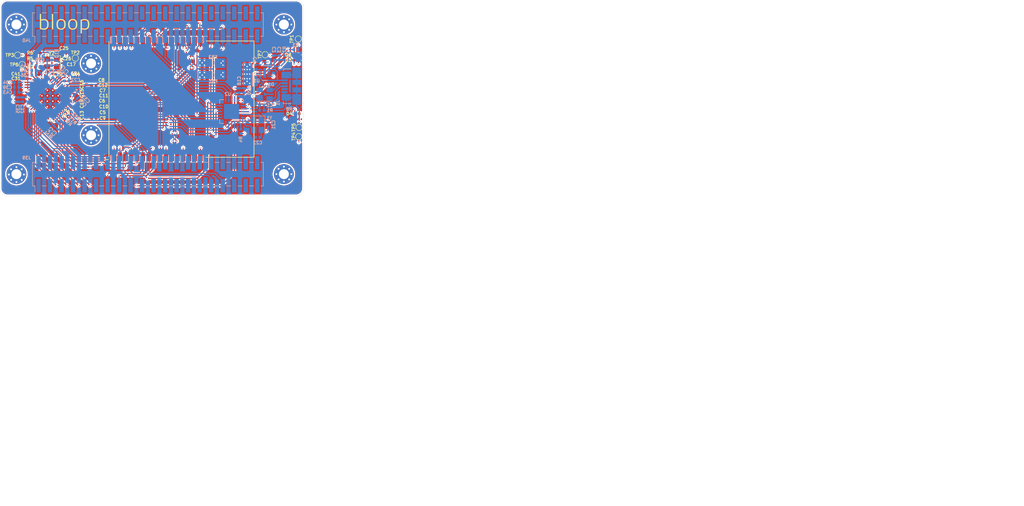
<source format=kicad_pcb>
(kicad_pcb (version 20171130) (host pcbnew 5.1.4-e60b266~84~ubuntu18.04.1)
  (layers (0 F.Cu signal) (1 In1.Cu signal) (2 In2.Cu signal) (31 B.Cu signal) (34 B.Paste user) (35 F.Paste user hide) (36 B.SilkS user) (37 F.SilkS user) (38 B.Mask user) (39 F.Mask user) (44 Edge.Cuts user))
  (net 0 "")
  (net 1 GND)
  (net 2 GNDREF)
  (net 3 /5V_USB)
  (net 4 +3V3)
  (net 5 /IF1_Q-)
  (net 6 /IF1_I-)
  (net 7 /IF2_Q-)
  (net 8 /IF2_I-)
  (net 9 /IF1_Q+)
  (net 10 /IF1_I+)
  (net 11 /IF2_Q+)
  (net 12 /IF2_I+)
  (net 13 +3.3VA)
  (net 14 "Net-(C17-Pad1)")
  (net 15 GNDA)
  (net 16 "Net-(C19-Pad1)")
  (net 17 "Net-(C21-Pad2)")
  (net 18 "Net-(C22-Pad1)")
  (net 19 "Net-(C23-Pad2)")
  (net 20 "Net-(C25-Pad2)")
  (net 21 "Net-(C26-Pad2)")
  (net 22 "Net-(C27-Pad2)")
  (net 23 "Net-(C27-Pad1)")
  (net 24 "Net-(C29-Pad2)")
  (net 25 +1V8)
  (net 26 /USB_D-)
  (net 27 /USB_D+)
  (net 28 "Net-(D2-Pad2)")
  (net 29 "Net-(D3-Pad2)")
  (net 30 "Net-(D4-Pad2)")
  (net 31 /SPI_XFR)
  (net 32 "Net-(R3-Pad2)")
  (net 33 "Net-(R4-Pad1)")
  (net 34 /MCLKIN)
  (net 35 "Net-(R5-Pad1)")
  (net 36 "Net-(R6-Pad2)")
  (net 37 /~ADC_CS)
  (net 38 /~FAULT)
  (net 39 /~RESET\PWDN)
  (net 40 "Net-(U1-Pad7)")
  (net 41 "Net-(U1-Pad3)")
  (net 42 /PLL_RSET)
  (net 43 /PLL_MUX)
  (net 44 /PLL_MOD)
  (net 45 /MISO)
  (net 46 /PLL_TRIG2)
  (net 47 /SCK)
  (net 48 /PLL_TRIG1)
  (net 49 /MOSI)
  (net 50 /~BGT_CS)
  (net 51 /PLL_CS)
  (net 52 "Net-(J39-Pad40)")
  (net 53 "Net-(J39-Pad39)")
  (net 54 "Net-(J39-Pad38)")
  (net 55 "Net-(J39-Pad37)")
  (net 56 "Net-(J39-Pad36)")
  (net 57 "Net-(J39-Pad35)")
  (net 58 "Net-(J39-Pad34)")
  (net 59 "Net-(J39-Pad32)")
  (net 60 "Net-(J39-Pad30)")
  (net 61 "Net-(J39-Pad28)")
  (net 62 "Net-(J39-Pad27)")
  (net 63 "Net-(J39-Pad26)")
  (net 64 "Net-(J39-Pad25)")
  (net 65 "Net-(J39-Pad24)")
  (net 66 "Net-(J39-Pad23)")
  (net 67 "Net-(J39-Pad22)")
  (net 68 "Net-(J39-Pad21)")
  (net 69 /SCLK_ADC)
  (net 70 "Net-(J39-Pad19)")
  (net 71 /ADC_DOUT0)
  (net 72 /ADC_DOUT1)
  (net 73 /ADC_DOUT2)
  (net 74 /ADC_DOUT3)
  (net 75 /ADC_DOUT4)
  (net 76 /ADC_DOUT5)
  (net 77 /ADC_DOUT6)
  (net 78 /ADC_DOUT7)
  (net 79 "Net-(J39-Pad3)")
  (net 80 "Net-(J39-Pad2)")
  (net 81 "Net-(J39-Pad1)")
  (net 82 "Net-(J40-Pad40)")
  (net 83 "Net-(J40-Pad39)")
  (net 84 "Net-(J40-Pad38)")
  (net 85 "Net-(J40-Pad37)")
  (net 86 "Net-(J40-Pad36)")
  (net 87 "Net-(J40-Pad35)")
  (net 88 "Net-(J40-Pad34)")
  (net 89 "Net-(J40-Pad32)")
  (net 90 "Net-(J40-Pad30)")
  (net 91 "Net-(J40-Pad28)")
  (net 92 "Net-(J40-Pad26)")
  (net 93 "Net-(J40-Pad24)")
  (net 94 "Net-(J40-Pad22)")
  (net 95 "Net-(J40-Pad20)")
  (net 96 "Net-(J40-Pad19)")
  (net 97 "Net-(J40-Pad18)")
  (net 98 "Net-(J40-Pad17)")
  (net 99 "Net-(J40-Pad16)")
  (net 100 "Net-(J40-Pad15)")
  (net 101 "Net-(J40-Pad14)")
  (net 102 "Net-(J40-Pad13)")
  (net 103 "Net-(J40-Pad12)")
  (net 104 "Net-(J40-Pad11)")
  (net 105 "Net-(J40-Pad10)")
  (net 106 "Net-(J40-Pad9)")
  (net 107 "Net-(J40-Pad8)")
  (net 108 "Net-(J40-Pad7)")
  (net 109 "Net-(J40-Pad6)")
  (net 110 "Net-(J40-Pad4)")
  (net 111 "Net-(J40-Pad3)")
  (net 112 "Net-(J40-Pad2)")
  (net 113 /BGT24_ANA)
  (net 114 "Net-(U3-Pad7)")
  (net 115 /DATA_READY)
  (net 116 /~CONV_START)
  (net 117 /PLL_DIV_MCU)
  (net 118 /PLL_LE)
  (net 119 "Net-(J1-Pad4)")
  (net 120 /F_IF2_Q-)
  (net 121 /F_IF2_I-)
  (net 122 /F_IF1_Q-)
  (net 123 /F_IF1_I-)
  (net 124 /F_IF2_Q+)
  (net 125 /F_IF2_I+)
  (net 126 /F_IF1_Q+)
  (net 127 /F_IF1_I+)
  (net 128 "Net-(J39-Pad29)")
  (module bloop:LFCSP-48-1EP_7x7mm_P0.5mm_EP4.1x4.1mm (layer F.Cu) (at 68.439975 76.260938 225)
    (fp_text reference U3 (at 0 -4.8 45) (layer F.SilkS))
    (fp_text value ADAR7251)
    (pad 48 smd roundrect (at -2.75 -3.45 225) (size 0.25 0.8) (layers F.Cu F.Paste F.Mask) (net 13 +3.3VA))
    (pad 47 smd roundrect (at -2.25 -3.45 225) (size 0.25 0.8) (layers F.Cu F.Paste F.Mask) (net 122 /F_IF1_Q-))
    (pad 46 smd roundrect (at -1.75 -3.45 225) (size 0.25 0.8) (layers F.Cu F.Paste F.Mask) (net 126 /F_IF1_Q+))
    (pad 45 smd roundrect (at -1.25 -3.45 225) (size 0.25 0.8) (layers F.Cu F.Paste F.Mask) (net 123 /F_IF1_I-))
    (pad 44 smd roundrect (at -0.75 -3.45 225) (size 0.25 0.8) (layers F.Cu F.Paste F.Mask) (net 127 /F_IF1_I+))
    (pad 43 smd roundrect (at -0.25 -3.45 225) (size 0.25 0.8) (layers F.Cu F.Paste F.Mask) (net 39 /~RESET\PWDN))
    (pad 42 smd roundrect (at 0.25 -3.45 225) (size 0.25 0.8) (layers F.Cu F.Paste F.Mask) (net 38 /~FAULT))
    (pad 41 smd roundrect (at 0.75 -3.45 225) (size 0.25 0.8) (layers F.Cu F.Paste F.Mask) (net 37 /~ADC_CS))
    (pad 40 smd roundrect (at 1.25 -3.45 225) (size 0.25 0.8) (layers F.Cu F.Paste F.Mask) (net 47 /SCK))
    (pad 39 smd roundrect (at 1.75 -3.45 225) (size 0.25 0.8) (layers F.Cu F.Paste F.Mask) (net 49 /MOSI))
    (pad 38 smd roundrect (at 2.25 -3.45 225) (size 0.25 0.8) (layers F.Cu F.Paste F.Mask) (net 45 /MISO))
    (pad 37 smd roundrect (at 2.75 -3.45 225) (size 0.25 0.8) (layers F.Cu F.Paste F.Mask) (net 4 +3V3))
    (pad 36 smd roundrect (at 3.45 -2.75 225) (size 0.8 0.25) (layers F.Cu F.Paste F.Mask) (net 1 GND))
    (pad 35 smd roundrect (at 3.45 -2.25 225) (size 0.8 0.25) (layers F.Cu F.Paste F.Mask) (net 116 /~CONV_START))
    (pad 34 smd roundrect (at 3.45 -1.75 225) (size 0.8 0.25) (layers F.Cu F.Paste F.Mask) (net 69 /SCLK_ADC))
    (pad 33 smd roundrect (at 3.45 -1.25 225) (size 0.8 0.25) (layers F.Cu F.Paste F.Mask) (net 78 /ADC_DOUT7))
    (pad 32 smd roundrect (at 3.45 -0.75 225) (size 0.8 0.25) (layers F.Cu F.Paste F.Mask) (net 77 /ADC_DOUT6))
    (pad 31 smd roundrect (at 3.45 -0.25 225) (size 0.8 0.25) (layers F.Cu F.Paste F.Mask) (net 76 /ADC_DOUT5))
    (pad 30 smd roundrect (at 3.45 0.25 225) (size 0.8 0.25) (layers F.Cu F.Paste F.Mask) (net 75 /ADC_DOUT4))
    (pad 29 smd roundrect (at 3.45 0.75 225) (size 0.8 0.25) (layers F.Cu F.Paste F.Mask) (net 74 /ADC_DOUT3))
    (pad 28 smd roundrect (at 3.45 1.25 225) (size 0.8 0.25) (layers F.Cu F.Paste F.Mask) (net 73 /ADC_DOUT2))
    (pad 27 smd roundrect (at 3.45 1.75 225) (size 0.8 0.25) (layers F.Cu F.Paste F.Mask) (net 72 /ADC_DOUT1))
    (pad 26 smd roundrect (at 3.45 2.25 225) (size 0.8 0.25) (layers F.Cu F.Paste F.Mask) (net 71 /ADC_DOUT0))
    (pad 25 smd roundrect (at 3.45 2.75 225) (size 0.8 0.25) (layers F.Cu F.Paste F.Mask) (net 4 +3V3))
    (pad 24 smd roundrect (at 2.75 3.45 225) (size 0.25 0.8) (layers F.Cu F.Paste F.Mask) (net 25 +1V8))
    (pad 23 smd roundrect (at 2.25 3.45 225) (size 0.25 0.8) (layers F.Cu F.Paste F.Mask) (net 1 GND))
    (pad 22 smd roundrect (at 1.75 3.45 225) (size 0.25 0.8) (layers F.Cu F.Paste F.Mask) (net 115 /DATA_READY))
    (pad 21 smd roundrect (at 1.25 3.45 225) (size 0.25 0.8) (layers F.Cu F.Paste F.Mask) (net 25 +1V8))
    (pad 20 smd roundrect (at 0.75 3.45 225) (size 0.25 0.8) (layers F.Cu F.Paste F.Mask) (net 1 GND))
    (pad 19 smd roundrect (at 0.25 3.45 225) (size 0.25 0.8) (layers F.Cu F.Paste F.Mask) (net 25 +1V8))
    (pad 18 smd roundrect (at -0.25 3.45 225) (size 0.25 0.8) (layers F.Cu F.Paste F.Mask) (net 13 +3.3VA))
    (pad 17 smd roundrect (at -0.75 3.45 225) (size 0.25 0.8) (layers F.Cu F.Paste F.Mask) (net 36 "Net-(R6-Pad2)"))
    (pad 16 smd roundrect (at -1.25 3.45 225) (size 0.25 0.8) (layers F.Cu F.Paste F.Mask) (net 35 "Net-(R5-Pad1)"))
    (pad 15 smd roundrect (at -1.75 3.45 225) (size 0.25 0.8) (layers F.Cu F.Paste F.Mask) (net 13 +3.3VA))
    (pad 14 smd roundrect (at -2.25 3.45 225) (size 0.25 0.8) (layers F.Cu F.Paste F.Mask) (net 23 "Net-(C27-Pad1)"))
    (pad 13 smd roundrect (at -2.75 3.45 225) (size 0.25 0.8) (layers F.Cu F.Paste F.Mask) (net 24 "Net-(C29-Pad2)"))
    (pad 12 smd roundrect (at -3.45 2.75 225) (size 0.8 0.25) (layers F.Cu F.Paste F.Mask) (net 13 +3.3VA))
    (pad 11 smd roundrect (at -3.45 2.25 225) (size 0.8 0.25) (layers F.Cu F.Paste F.Mask) (net 14 "Net-(C17-Pad1)"))
    (pad 10 smd roundrect (at -3.45 1.75 225) (size 0.8 0.25) (layers F.Cu F.Paste F.Mask) (net 16 "Net-(C19-Pad1)"))
    (pad 9 smd roundrect (at -3.45 1.25 225) (size 0.8 0.25) (layers F.Cu F.Paste F.Mask) (net 15 GNDA))
    (pad 8 smd roundrect (at -3.45 0.75 225) (size 0.8 0.25) (layers F.Cu F.Paste F.Mask) (net 18 "Net-(C22-Pad1)"))
    (pad 7 smd roundrect (at -3.45 0.25 225) (size 0.8 0.25) (layers F.Cu F.Paste F.Mask) (net 114 "Net-(U3-Pad7)"))
    (pad 6 smd roundrect (at -3.45 -0.25 225) (size 0.8 0.25) (layers F.Cu F.Paste F.Mask) (net 113 /BGT24_ANA))
    (pad 5 smd roundrect (at -3.45 -0.75 225) (size 0.8 0.25) (layers F.Cu F.Paste F.Mask) (net 121 /F_IF2_I-))
    (pad 4 smd roundrect (at -3.45 -1.25 225) (size 0.8 0.25) (layers F.Cu F.Paste F.Mask) (net 125 /F_IF2_I+))
    (pad 3 smd roundrect (at -3.45 -1.75 225) (size 0.8 0.25) (layers F.Cu F.Paste F.Mask) (net 120 /F_IF2_Q-))
    (pad 2 smd roundrect (at -3.45 -2.25 225) (size 0.8 0.25) (layers F.Cu F.Paste F.Mask) (net 124 /F_IF2_Q+))
    (pad 1 smd roundrect (at -3.45 -2.75 225) (size 0.8 0.25) (layers F.Cu F.Paste F.Mask) (net 15 GNDA))
    (pad 49 smd roundrect (at 0 0 225) (size 4.1 4.1) (layers F.Cu F.Mask) (roundrect_rratio 0.060976) (net 1 GND))
  )
  (module Capacitor_SMD:C_0402_1005Metric (layer B.Cu) (at 61.0235 74.9554 180)
    (fp_text reference C43 (at 1.9685 0) (layer B.SilkS) (effects (font (size 0.7 0.7)) (justify mirror)))
    (fp_text value 100n)
    (pad 2 smd roundrect (at 0.485 0 180) (size 0.59 0.64) (layers B.Cu B.Paste B.Mask) (net 1 GND))
    (pad 1 smd roundrect (at -0.485 0 180) (size 0.59 0.64) (layers B.Cu B.Paste B.Mask) (net 25 +1V8))
  )
  (module bloop:BGT24_Module (layer F.Cu) (at 101.6 89.154 180)
    (fp_text reference U4 hide)
    (fp_text value BGT24_Module)
    (pad 32 smd rect (at 19.05 25.4) (size 1 2) (layers F.Cu F.Paste F.Mask) (net 13 +3.3VA))
    (pad 31 smd rect (at 17.78 25.4) (size 1 2) (layers F.Cu F.Paste F.Mask) (net 13 +3.3VA))
    (pad 30 smd rect (at 16.51 25.4) (size 1 2) (layers F.Cu F.Paste F.Mask) (net 15 GNDA))
    (pad 29 smd rect (at 15.24 25.4) (size 1 2) (layers F.Cu F.Paste F.Mask) (net 15 GNDA))
    (pad 28 smd rect (at 13.97 25.4) (size 1 2) (layers F.Cu F.Paste F.Mask) (net 48 /PLL_TRIG1))
    (pad 27 smd rect (at 12.7 25.4) (size 1 2) (layers F.Cu F.Paste F.Mask) (net 46 /PLL_TRIG2))
    (pad 26 smd rect (at 11.43 25.4) (size 1 2) (layers F.Cu F.Paste F.Mask) (net 44 /PLL_MOD))
    (pad 25 smd rect (at 10.16 25.4) (size 1 2) (layers F.Cu F.Paste F.Mask) (net 43 /PLL_MUX))
    (pad 24 smd rect (at 8.89 25.4) (size 1 2) (layers F.Cu F.Paste F.Mask) (net 50 /~BGT_CS))
    (pad 23 smd rect (at 7.62 25.4) (size 1 2) (layers F.Cu F.Paste F.Mask) (net 15 GNDA))
    (pad 22 smd rect (at 6.35 25.4) (size 1 2) (layers F.Cu F.Paste F.Mask) (net 8 /IF2_I-))
    (pad 21 smd rect (at 5.08 25.4) (size 1 2) (layers F.Cu F.Paste F.Mask) (net 12 /IF2_I+))
    (pad 20 smd rect (at 3.81 25.4) (size 1 2) (layers F.Cu F.Paste F.Mask) (net 15 GNDA))
    (pad 19 smd rect (at 2.54 25.4) (size 1 2) (layers F.Cu F.Paste F.Mask) (net 11 /IF2_Q+))
    (pad 18 smd rect (at 1.27 25.4) (size 1 2) (layers F.Cu F.Paste F.Mask) (net 7 /IF2_Q-))
    (pad 16 smd rect (at 0 0 180) (size 1 2) (layers F.Cu F.Paste F.Mask) (net 15 GNDA))
    (pad 15 smd rect (at 1.27 0 180) (size 1 2) (layers F.Cu F.Paste F.Mask) (net 5 /IF1_Q-))
    (pad 14 smd rect (at 2.54 0 180) (size 1 2) (layers F.Cu F.Paste F.Mask) (net 9 /IF1_Q+))
    (pad 13 smd rect (at 3.81 0 180) (size 1 2) (layers F.Cu F.Paste F.Mask) (net 15 GNDA))
    (pad 12 smd rect (at 5.08 0 180) (size 1 2) (layers F.Cu F.Paste F.Mask) (net 10 /IF1_I+))
    (pad 11 smd rect (at 6.35 0 180) (size 1 2) (layers F.Cu F.Paste F.Mask) (net 6 /IF1_I-))
    (pad 10 smd rect (at 7.62 0 180) (size 1 2) (layers F.Cu F.Paste F.Mask) (net 15 GNDA))
    (pad 9 smd rect (at 8.89 0 180) (size 1 2) (layers F.Cu F.Paste F.Mask) (net 113 /BGT24_ANA))
    (pad 8 smd rect (at 10.16 0 180) (size 1 2) (layers F.Cu F.Paste F.Mask) (net 117 /PLL_DIV_MCU))
    (pad 7 smd rect (at 11.43 0 180) (size 1 2) (layers F.Cu F.Paste F.Mask) (net 15 GNDA))
    (pad 6 smd rect (at 12.7 0 180) (size 1 2) (layers F.Cu F.Paste F.Mask) (net 118 /PLL_LE))
    (pad 5 smd rect (at 13.97 0 180) (size 1 2) (layers F.Cu F.Paste F.Mask) (net 49 /MOSI))
    (pad 4 smd rect (at 15.24 0 180) (size 1 2) (layers F.Cu F.Paste F.Mask) (net 47 /SCK))
    (pad 3 smd rect (at 16.51 0 180) (size 1 2) (layers F.Cu F.Paste F.Mask) (net 51 /PLL_CS))
    (pad 2 smd rect (at 17.78 0 180) (size 1 2) (layers F.Cu F.Paste F.Mask) (net 15 GNDA))
    (pad 1 smd rect (at 19.05 0 180) (size 1 2) (layers F.Cu F.Paste F.Mask) (net 15 GNDA))
    (pad 17 smd rect (at 0 25.4) (size 1 2) (layers F.Cu F.Paste F.Mask) (net 15 GNDA))
  )
  (module Oscillator:Oscillator_SMD_Abracon_ASE-4Pin_3.2x2.5mm (layer F.Cu) (at 68.834 68.4784 180)
    (fp_text reference Y2 (at 0.0508 2.1336) (layer F.SilkS) (effects (font (size 0.7 0.7))))
    (fp_text value 40MHz)
    (pad 4 smd rect (at -1.05 -0.825 180) (size 1.3 1.1) (layers F.Cu F.Paste F.Mask) (net 1 GND))
    (pad 3 smd rect (at 1.05 -0.825 180) (size 1.3 1.1) (layers F.Cu F.Paste F.Mask) (net 21 "Net-(C26-Pad2)"))
    (pad 2 smd rect (at 1.05 0.825 180) (size 1.3 1.1) (layers F.Cu F.Paste F.Mask) (net 1 GND))
    (pad 1 smd rect (at -1.05 0.825 180) (size 1.3 1.1) (layers F.Cu F.Paste F.Mask) (net 20 "Net-(C25-Pad2)"))
  )
  (module Crystal:Crystal_SMD_Abracon_ABM8G-4Pin_3.2x2.5mm (layer B.Cu) (at 114.173 82.169 270)
    (fp_text reference Y1 (at -1.5875 -2.6035 180) (layer B.SilkS) (effects (font (size 0.7 0.7)) (justify mirror)))
    (fp_text value 12MHZ)
    (pad 4 smd rect (at -1.1 0.85 270) (size 1.4 1.2) (layers B.Cu B.Paste B.Mask) (net 1 GND))
    (pad 3 smd rect (at 1.1 0.85 270) (size 1.4 1.2) (layers B.Cu B.Paste B.Mask) (net 19 "Net-(C23-Pad2)"))
    (pad 2 smd rect (at 1.1 -0.85 270) (size 1.4 1.2) (layers B.Cu B.Paste B.Mask) (net 1 GND))
    (pad 1 smd rect (at -1.1 -0.85 270) (size 1.4 1.2) (layers B.Cu B.Paste B.Mask) (net 17 "Net-(C21-Pad2)"))
  )
  (module Capacitor_SMD:C_0402_1005Metric (layer B.Cu) (at 115.1255 77.7875 180)
    (fp_text reference C1 (at -1.778 0) (layer B.SilkS) (effects (font (size 0.7 0.7)) (justify mirror)))
    (fp_text value 100p)
    (pad 2 smd roundrect (at 0.485 0 180) (size 0.59 0.64) (layers B.Cu B.Paste B.Mask) (net 1 GND))
    (pad 1 smd roundrect (at -0.485 0 180) (size 0.59 0.64) (layers B.Cu B.Paste B.Mask) (net 2 GNDREF))
  )
  (module Resistor_SMD:R_0402_1005Metric (layer B.Cu) (at 115.1255 78.9305 180)
    (fp_text reference R1 (at -1.778 0) (layer B.SilkS) (effects (font (size 0.7 0.7)) (justify mirror)))
    (fp_text value 1M)
    (pad 2 smd roundrect (at 0.485 0 180) (size 0.59 0.64) (layers B.Cu B.Paste B.Mask) (net 1 GND))
    (pad 1 smd roundrect (at -0.485 0 180) (size 0.59 0.64) (layers B.Cu B.Paste B.Mask) (net 2 GNDREF))
  )
  (module bloop:bloop_logo_text_silkandcopper (layer F.Cu) (at 71.628 59.944)
    (fp_text reference ~ hide)
    (fp_text value LOGO hide)
  )
  (module MountingHole:MountingHole_2.2mm_M2_Pad_Via (layer F.Cu) (at 77.47 84.411)
    (fp_text reference REF** hide)
    (fp_text value MountingHole_2.2mm_M2_Pad_Via)
    (pad 1 thru_hole circle (at 1.166726 -1.166726) (size 0.7 0.7) (drill 0.4) (layers *.Cu *.Mask))
    (pad 1 thru_hole circle (at 0 -1.65) (size 0.7 0.7) (drill 0.4) (layers *.Cu *.Mask))
    (pad 1 thru_hole circle (at -1.166726 -1.166726) (size 0.7 0.7) (drill 0.4) (layers *.Cu *.Mask))
    (pad 1 thru_hole circle (at -1.65 0) (size 0.7 0.7) (drill 0.4) (layers *.Cu *.Mask))
    (pad 1 thru_hole circle (at -1.166726 1.166726) (size 0.7 0.7) (drill 0.4) (layers *.Cu *.Mask))
    (pad 1 thru_hole circle (at 0 1.65) (size 0.7 0.7) (drill 0.4) (layers *.Cu *.Mask))
    (pad 1 thru_hole circle (at 1.166726 1.166726) (size 0.7 0.7) (drill 0.4) (layers *.Cu *.Mask))
    (pad 1 thru_hole circle (at 1.65 0) (size 0.7 0.7) (drill 0.4) (layers *.Cu *.Mask))
    (pad 1 thru_hole circle (at 0 0) (size 4.4 4.4) (drill 2.2) (layers *.Cu *.Mask))
  )
  (module MountingHole:MountingHole_2.2mm_M2_Pad_Via (layer F.Cu) (at 77.47 68.58)
    (fp_text reference REF** hide)
    (fp_text value MountingHole_2.2mm_M2_Pad_Via)
    (pad 1 thru_hole circle (at 1.166726 -1.166726) (size 0.7 0.7) (drill 0.4) (layers *.Cu *.Mask))
    (pad 1 thru_hole circle (at 0 -1.65) (size 0.7 0.7) (drill 0.4) (layers *.Cu *.Mask))
    (pad 1 thru_hole circle (at -1.166726 -1.166726) (size 0.7 0.7) (drill 0.4) (layers *.Cu *.Mask))
    (pad 1 thru_hole circle (at -1.65 0) (size 0.7 0.7) (drill 0.4) (layers *.Cu *.Mask))
    (pad 1 thru_hole circle (at -1.166726 1.166726) (size 0.7 0.7) (drill 0.4) (layers *.Cu *.Mask))
    (pad 1 thru_hole circle (at 0 1.65) (size 0.7 0.7) (drill 0.4) (layers *.Cu *.Mask))
    (pad 1 thru_hole circle (at 1.166726 1.166726) (size 0.7 0.7) (drill 0.4) (layers *.Cu *.Mask))
    (pad 1 thru_hole circle (at 1.65 0) (size 0.7 0.7) (drill 0.4) (layers *.Cu *.Mask))
    (pad 1 thru_hole circle (at 0 0) (size 4.4 4.4) (drill 2.2) (layers *.Cu *.Mask))
  )
  (module MountingHole:MountingHole_2.2mm_M2_Pad_Via (layer F.Cu) (at 120 92.9946)
    (fp_text reference REF** hide)
    (fp_text value MountingHole_2.2mm_M2_Pad_Via)
    (pad 1 thru_hole circle (at 1.166726 -1.166726) (size 0.7 0.7) (drill 0.4) (layers *.Cu *.Mask))
    (pad 1 thru_hole circle (at 0 -1.65) (size 0.7 0.7) (drill 0.4) (layers *.Cu *.Mask))
    (pad 1 thru_hole circle (at -1.166726 -1.166726) (size 0.7 0.7) (drill 0.4) (layers *.Cu *.Mask))
    (pad 1 thru_hole circle (at -1.65 0) (size 0.7 0.7) (drill 0.4) (layers *.Cu *.Mask))
    (pad 1 thru_hole circle (at -1.166726 1.166726) (size 0.7 0.7) (drill 0.4) (layers *.Cu *.Mask))
    (pad 1 thru_hole circle (at 0 1.65) (size 0.7 0.7) (drill 0.4) (layers *.Cu *.Mask))
    (pad 1 thru_hole circle (at 1.166726 1.166726) (size 0.7 0.7) (drill 0.4) (layers *.Cu *.Mask))
    (pad 1 thru_hole circle (at 1.65 0) (size 0.7 0.7) (drill 0.4) (layers *.Cu *.Mask))
    (pad 1 thru_hole circle (at 0 0) (size 4.4 4.4) (drill 2.2) (layers *.Cu *.Mask))
  )
  (module MountingHole:MountingHole_2.2mm_M2_Pad_Via (layer F.Cu) (at 120 60)
    (fp_text reference REF** hide)
    (fp_text value MountingHole_2.2mm_M2_Pad_Via)
    (pad 1 thru_hole circle (at 1.166726 -1.166726) (size 0.7 0.7) (drill 0.4) (layers *.Cu *.Mask))
    (pad 1 thru_hole circle (at 0 -1.65) (size 0.7 0.7) (drill 0.4) (layers *.Cu *.Mask))
    (pad 1 thru_hole circle (at -1.166726 -1.166726) (size 0.7 0.7) (drill 0.4) (layers *.Cu *.Mask))
    (pad 1 thru_hole circle (at -1.65 0) (size 0.7 0.7) (drill 0.4) (layers *.Cu *.Mask))
    (pad 1 thru_hole circle (at -1.166726 1.166726) (size 0.7 0.7) (drill 0.4) (layers *.Cu *.Mask))
    (pad 1 thru_hole circle (at 0 1.65) (size 0.7 0.7) (drill 0.4) (layers *.Cu *.Mask))
    (pad 1 thru_hole circle (at 1.166726 1.166726) (size 0.7 0.7) (drill 0.4) (layers *.Cu *.Mask))
    (pad 1 thru_hole circle (at 1.65 0) (size 0.7 0.7) (drill 0.4) (layers *.Cu *.Mask))
    (pad 1 thru_hole circle (at 0 0) (size 4.4 4.4) (drill 2.2) (layers *.Cu *.Mask))
  )
  (module MountingHole:MountingHole_2.2mm_M2_Pad_Via (layer F.Cu) (at 61 93.091)
    (fp_text reference REF** hide)
    (fp_text value MountingHole_2.2mm_M2_Pad_Via)
    (pad 1 thru_hole circle (at 1.166726 -1.166726) (size 0.7 0.7) (drill 0.4) (layers *.Cu *.Mask))
    (pad 1 thru_hole circle (at 0 -1.65) (size 0.7 0.7) (drill 0.4) (layers *.Cu *.Mask))
    (pad 1 thru_hole circle (at -1.166726 -1.166726) (size 0.7 0.7) (drill 0.4) (layers *.Cu *.Mask))
    (pad 1 thru_hole circle (at -1.65 0) (size 0.7 0.7) (drill 0.4) (layers *.Cu *.Mask))
    (pad 1 thru_hole circle (at -1.166726 1.166726) (size 0.7 0.7) (drill 0.4) (layers *.Cu *.Mask))
    (pad 1 thru_hole circle (at 0 1.65) (size 0.7 0.7) (drill 0.4) (layers *.Cu *.Mask))
    (pad 1 thru_hole circle (at 1.166726 1.166726) (size 0.7 0.7) (drill 0.4) (layers *.Cu *.Mask))
    (pad 1 thru_hole circle (at 1.65 0) (size 0.7 0.7) (drill 0.4) (layers *.Cu *.Mask))
    (pad 1 thru_hole circle (at 0 -0.0964) (size 4.4 4.4) (drill 2.2) (layers *.Cu *.Mask))
  )
  (module MountingHole:MountingHole_2.2mm_M2_Pad_Via (layer F.Cu) (at 61 60)
    (fp_text reference REF** hide)
    (fp_text value MountingHole_2.2mm_M2_Pad_Via)
    (pad 1 thru_hole circle (at 1.166726 -1.166726) (size 0.7 0.7) (drill 0.4) (layers *.Cu *.Mask))
    (pad 1 thru_hole circle (at 0 -1.65) (size 0.7 0.7) (drill 0.4) (layers *.Cu *.Mask))
    (pad 1 thru_hole circle (at -1.166726 -1.166726) (size 0.7 0.7) (drill 0.4) (layers *.Cu *.Mask))
    (pad 1 thru_hole circle (at -1.65 0) (size 0.7 0.7) (drill 0.4) (layers *.Cu *.Mask))
    (pad 1 thru_hole circle (at -1.166726 1.166726) (size 0.7 0.7) (drill 0.4) (layers *.Cu *.Mask))
    (pad 1 thru_hole circle (at 0 1.65) (size 0.7 0.7) (drill 0.4) (layers *.Cu *.Mask))
    (pad 1 thru_hole circle (at 1.166726 1.166726) (size 0.7 0.7) (drill 0.4) (layers *.Cu *.Mask))
    (pad 1 thru_hole circle (at 1.65 0) (size 0.7 0.7) (drill 0.4) (layers *.Cu *.Mask))
    (pad 1 thru_hole circle (at 0 0) (size 4.4 4.4) (drill 2.2) (layers *.Cu *.Mask))
  )
  (module Connector_USB:USB_Micro-B_Molex_47346-0001 (layer B.Cu) (at 121.6025 73.5965 270)
    (fp_text reference J1 (at 3.683 2.921 270) (layer B.SilkS) (effects (font (size 0.7 0.7)) (justify mirror)))
    (fp_text value USB_B_Micro)
    (pad 6 smd rect (at 0.84 -1.2 270) (size 1.175 1.9) (layers B.Cu B.Paste B.Mask) (net 2 GNDREF))
    (pad 6 smd rect (at -0.84 -1.2 270) (size 1.175 1.9) (layers B.Cu B.Paste B.Mask) (net 2 GNDREF))
    (pad 6 smd rect (at 2.91 -1.2 270) (size 2.375 1.9) (layers B.Cu B.Paste B.Mask) (net 2 GNDREF))
    (pad 6 smd rect (at -2.91 -1.2 270) (size 2.375 1.9) (layers B.Cu B.Paste B.Mask) (net 2 GNDREF))
    (pad 6 smd rect (at 2.4625 1.1 270) (size 1.475 2.1) (layers B.Cu B.Paste B.Mask) (net 2 GNDREF))
    (pad 6 smd rect (at -2.4625 1.1 270) (size 1.475 2.1) (layers B.Cu B.Paste B.Mask) (net 2 GNDREF))
    (pad 5 smd rect (at 1.3 1.46 270) (size 0.45 1.38) (layers B.Cu B.Paste B.Mask) (net 2 GNDREF))
    (pad 4 smd rect (at 0.65 1.46 270) (size 0.45 1.38) (layers B.Cu B.Paste B.Mask) (net 119 "Net-(J1-Pad4)"))
    (pad 3 smd rect (at 0 1.46 270) (size 0.45 1.38) (layers B.Cu B.Paste B.Mask) (net 27 /USB_D+))
    (pad 2 smd rect (at -0.65 1.46 270) (size 0.45 1.38) (layers B.Cu B.Paste B.Mask) (net 26 /USB_D-))
    (pad 1 smd rect (at -1.3 1.46 270) (size 0.45 1.38) (layers B.Cu B.Paste B.Mask) (net 3 /5V_USB))
  )
  (module Connector_PinSocket_2.54mm:PinSocket_2x20_P2.54mm_Vertical_SMD (layer B.Cu) (at 90 60 270)
    (fp_text reference J40 (at 3.5 26.754 180) (layer B.SilkS) (effects (font (size 0.7 0.7)) (justify mirror)))
    (fp_text value Versa_2)
    (pad 40 smd rect (at -2.52 -24.13 270) (size 3 1) (layers B.Cu B.Paste B.Mask) (net 82 "Net-(J40-Pad40)"))
    (pad 39 smd rect (at 2.52 -24.13 270) (size 3 1) (layers B.Cu B.Paste B.Mask) (net 83 "Net-(J40-Pad39)"))
    (pad 38 smd rect (at -2.52 -21.59 270) (size 3 1) (layers B.Cu B.Paste B.Mask) (net 84 "Net-(J40-Pad38)"))
    (pad 37 smd rect (at 2.52 -21.59 270) (size 3 1) (layers B.Cu B.Paste B.Mask) (net 85 "Net-(J40-Pad37)"))
    (pad 36 smd rect (at -2.52 -19.05 270) (size 3 1) (layers B.Cu B.Paste B.Mask) (net 86 "Net-(J40-Pad36)"))
    (pad 35 smd rect (at 2.52 -19.05 270) (size 3 1) (layers B.Cu B.Paste B.Mask) (net 87 "Net-(J40-Pad35)"))
    (pad 34 smd rect (at -2.52 -16.51 270) (size 3 1) (layers B.Cu B.Paste B.Mask) (net 88 "Net-(J40-Pad34)"))
    (pad 33 smd rect (at 2.52 -16.51 270) (size 3 1) (layers B.Cu B.Paste B.Mask) (net 50 /~BGT_CS))
    (pad 32 smd rect (at -2.52 -13.97 270) (size 3 1) (layers B.Cu B.Paste B.Mask) (net 89 "Net-(J40-Pad32)"))
    (pad 31 smd rect (at 2.52 -13.97 270) (size 3 1) (layers B.Cu B.Paste B.Mask) (net 37 /~ADC_CS))
    (pad 30 smd rect (at -2.52 -11.43 270) (size 3 1) (layers B.Cu B.Paste B.Mask) (net 90 "Net-(J40-Pad30)"))
    (pad 29 smd rect (at 2.52 -11.43 270) (size 3 1) (layers B.Cu B.Paste B.Mask) (net 48 /PLL_TRIG1))
    (pad 28 smd rect (at -2.52 -8.89 270) (size 3 1) (layers B.Cu B.Paste B.Mask) (net 91 "Net-(J40-Pad28)"))
    (pad 27 smd rect (at 2.52 -8.89 270) (size 3 1) (layers B.Cu B.Paste B.Mask) (net 46 /PLL_TRIG2))
    (pad 26 smd rect (at -2.52 -6.35 270) (size 3 1) (layers B.Cu B.Paste B.Mask) (net 92 "Net-(J40-Pad26)"))
    (pad 25 smd rect (at 2.52 -6.35 270) (size 3 1) (layers B.Cu B.Paste B.Mask) (net 42 /PLL_RSET))
    (pad 24 smd rect (at -2.52 -3.81 270) (size 3 1) (layers B.Cu B.Paste B.Mask) (net 93 "Net-(J40-Pad24)"))
    (pad 23 smd rect (at 2.52 -3.81 270) (size 3 1) (layers B.Cu B.Paste B.Mask) (net 43 /PLL_MUX))
    (pad 22 smd rect (at -2.52 -1.27 270) (size 3 1) (layers B.Cu B.Paste B.Mask) (net 94 "Net-(J40-Pad22)"))
    (pad 21 smd rect (at 2.52 -1.27 270) (size 3 1) (layers B.Cu B.Paste B.Mask) (net 44 /PLL_MOD))
    (pad 20 smd rect (at -2.52 1.27 270) (size 3 1) (layers B.Cu B.Paste B.Mask) (net 95 "Net-(J40-Pad20)"))
    (pad 19 smd rect (at 2.52 1.27 270) (size 3 1) (layers B.Cu B.Paste B.Mask) (net 96 "Net-(J40-Pad19)"))
    (pad 18 smd rect (at -2.52 3.81 270) (size 3 1) (layers B.Cu B.Paste B.Mask) (net 97 "Net-(J40-Pad18)"))
    (pad 17 smd rect (at 2.52 3.81 270) (size 3 1) (layers B.Cu B.Paste B.Mask) (net 98 "Net-(J40-Pad17)"))
    (pad 16 smd rect (at -2.52 6.35 270) (size 3 1) (layers B.Cu B.Paste B.Mask) (net 99 "Net-(J40-Pad16)"))
    (pad 15 smd rect (at 2.52 6.35 270) (size 3 1) (layers B.Cu B.Paste B.Mask) (net 100 "Net-(J40-Pad15)"))
    (pad 14 smd rect (at -2.52 8.89 270) (size 3 1) (layers B.Cu B.Paste B.Mask) (net 101 "Net-(J40-Pad14)"))
    (pad 13 smd rect (at 2.52 8.89 270) (size 3 1) (layers B.Cu B.Paste B.Mask) (net 102 "Net-(J40-Pad13)"))
    (pad 12 smd rect (at -2.52 11.43 270) (size 3 1) (layers B.Cu B.Paste B.Mask) (net 103 "Net-(J40-Pad12)"))
    (pad 11 smd rect (at 2.52 11.43 270) (size 3 1) (layers B.Cu B.Paste B.Mask) (net 104 "Net-(J40-Pad11)"))
    (pad 10 smd rect (at -2.52 13.97 270) (size 3 1) (layers B.Cu B.Paste B.Mask) (net 105 "Net-(J40-Pad10)"))
    (pad 9 smd rect (at 2.52 13.97 270) (size 3 1) (layers B.Cu B.Paste B.Mask) (net 106 "Net-(J40-Pad9)"))
    (pad 8 smd rect (at -2.52 16.51 270) (size 3 1) (layers B.Cu B.Paste B.Mask) (net 107 "Net-(J40-Pad8)"))
    (pad 7 smd rect (at 2.52 16.51 270) (size 3 1) (layers B.Cu B.Paste B.Mask) (net 108 "Net-(J40-Pad7)"))
    (pad 6 smd rect (at -2.52 19.05 270) (size 3 1) (layers B.Cu B.Paste B.Mask) (net 109 "Net-(J40-Pad6)"))
    (pad 5 smd rect (at 2.52 19.05 270) (size 3 1) (layers B.Cu B.Paste B.Mask) (net 34 /MCLKIN))
    (pad 4 smd rect (at -2.52 21.59 270) (size 3 1) (layers B.Cu B.Paste B.Mask) (net 110 "Net-(J40-Pad4)"))
    (pad 3 smd rect (at 2.52 21.59 270) (size 3 1) (layers B.Cu B.Paste B.Mask) (net 111 "Net-(J40-Pad3)"))
    (pad 2 smd rect (at -2.52 24.13 270) (size 3 1) (layers B.Cu B.Paste B.Mask) (net 112 "Net-(J40-Pad2)"))
    (pad 1 smd rect (at 2.52 24.13 270) (size 3 1) (layers B.Cu B.Paste B.Mask) (net 115 /DATA_READY))
  )
  (module Connector_PinSocket_2.54mm:PinSocket_2x20_P2.54mm_Vertical_SMD (layer B.Cu) (at 90 92.9946 270)
    (fp_text reference J39 (at -3.5866 26.754) (layer B.SilkS) (effects (font (size 0.7 0.7)) (justify mirror)))
    (fp_text value Versa_1)
    (pad 1 smd rect (at 2.52 24.13 270) (size 3 1) (layers B.Cu B.Paste B.Mask) (net 81 "Net-(J39-Pad1)"))
    (pad 2 smd rect (at -2.52 24.13 270) (size 3 1) (layers B.Cu B.Paste B.Mask) (net 80 "Net-(J39-Pad2)"))
    (pad 3 smd rect (at 2.52 21.59 270) (size 3 1) (layers B.Cu B.Paste B.Mask) (net 79 "Net-(J39-Pad3)"))
    (pad 4 smd rect (at -2.52 21.59 270) (size 3 1) (layers B.Cu B.Paste B.Mask) (net 71 /ADC_DOUT0))
    (pad 5 smd rect (at 2.52 19.05 270) (size 3 1) (layers B.Cu B.Paste B.Mask) (net 75 /ADC_DOUT4))
    (pad 6 smd rect (at -2.52 19.05 270) (size 3 1) (layers B.Cu B.Paste B.Mask) (net 72 /ADC_DOUT1))
    (pad 7 smd rect (at 2.52 16.51 270) (size 3 1) (layers B.Cu B.Paste B.Mask) (net 76 /ADC_DOUT5))
    (pad 8 smd rect (at -2.52 16.51 270) (size 3 1) (layers B.Cu B.Paste B.Mask) (net 73 /ADC_DOUT2))
    (pad 9 smd rect (at 2.52 13.97 270) (size 3 1) (layers B.Cu B.Paste B.Mask) (net 77 /ADC_DOUT6))
    (pad 10 smd rect (at -2.52 13.97 270) (size 3 1) (layers B.Cu B.Paste B.Mask) (net 74 /ADC_DOUT3))
    (pad 11 smd rect (at 2.52 11.43 270) (size 3 1) (layers B.Cu B.Paste B.Mask) (net 78 /ADC_DOUT7))
    (pad 12 smd rect (at -2.52 11.43 270) (size 3 1) (layers B.Cu B.Paste B.Mask) (net 69 /SCLK_ADC))
    (pad 13 smd rect (at 2.52 8.89 270) (size 3 1) (layers B.Cu B.Paste B.Mask) (net 118 /PLL_LE))
    (pad 14 smd rect (at -2.52 8.89 270) (size 3 1) (layers B.Cu B.Paste B.Mask) (net 116 /~CONV_START))
    (pad 15 smd rect (at 2.52 6.35 270) (size 3 1) (layers B.Cu B.Paste B.Mask) (net 117 /PLL_DIV_MCU))
    (pad 16 smd rect (at -2.52 6.35 270) (size 3 1) (layers B.Cu B.Paste B.Mask) (net 47 /SCK))
    (pad 17 smd rect (at 2.52 3.81 270) (size 3 1) (layers B.Cu B.Paste B.Mask) (net 51 /PLL_CS))
    (pad 18 smd rect (at -2.52 3.81 270) (size 3 1) (layers B.Cu B.Paste B.Mask) (net 45 /MISO))
    (pad 19 smd rect (at 2.52 1.27 270) (size 3 1) (layers B.Cu B.Paste B.Mask) (net 70 "Net-(J39-Pad19)"))
    (pad 20 smd rect (at -2.52 1.27 270) (size 3 1) (layers B.Cu B.Paste B.Mask) (net 49 /MOSI))
    (pad 21 smd rect (at 2.52 -1.27 270) (size 3 1) (layers B.Cu B.Paste B.Mask) (net 68 "Net-(J39-Pad21)"))
    (pad 22 smd rect (at -2.52 -1.27 270) (size 3 1) (layers B.Cu B.Paste B.Mask) (net 67 "Net-(J39-Pad22)"))
    (pad 23 smd rect (at 2.52 -3.81 270) (size 3 1) (layers B.Cu B.Paste B.Mask) (net 66 "Net-(J39-Pad23)"))
    (pad 24 smd rect (at -2.52 -3.81 270) (size 3 1) (layers B.Cu B.Paste B.Mask) (net 65 "Net-(J39-Pad24)"))
    (pad 25 smd rect (at 2.52 -6.35 270) (size 3 1) (layers B.Cu B.Paste B.Mask) (net 64 "Net-(J39-Pad25)"))
    (pad 26 smd rect (at -2.52 -6.35 270) (size 3 1) (layers B.Cu B.Paste B.Mask) (net 63 "Net-(J39-Pad26)"))
    (pad 27 smd rect (at 2.52 -8.89 270) (size 3 1) (layers B.Cu B.Paste B.Mask) (net 62 "Net-(J39-Pad27)"))
    (pad 28 smd rect (at -2.52 -8.89 270) (size 3 1) (layers B.Cu B.Paste B.Mask) (net 61 "Net-(J39-Pad28)"))
    (pad 29 smd rect (at 2.52 -11.43 270) (size 3 1) (layers B.Cu B.Paste B.Mask) (net 128 "Net-(J39-Pad29)"))
    (pad 30 smd rect (at -2.52 -11.43 270) (size 3 1) (layers B.Cu B.Paste B.Mask) (net 60 "Net-(J39-Pad30)"))
    (pad 31 smd rect (at 2.52 -13.97 270) (size 3 1) (layers B.Cu B.Paste B.Mask) (net 38 /~FAULT))
    (pad 32 smd rect (at -2.52 -13.97 270) (size 3 1) (layers B.Cu B.Paste B.Mask) (net 59 "Net-(J39-Pad32)"))
    (pad 33 smd rect (at 2.52 -16.51 270) (size 3 1) (layers B.Cu B.Paste B.Mask) (net 39 /~RESET\PWDN))
    (pad 34 smd rect (at -2.52 -16.51 270) (size 3 1) (layers B.Cu B.Paste B.Mask) (net 58 "Net-(J39-Pad34)"))
    (pad 35 smd rect (at 2.52 -19.05 270) (size 3 1) (layers B.Cu B.Paste B.Mask) (net 57 "Net-(J39-Pad35)"))
    (pad 36 smd rect (at -2.52 -19.05 270) (size 3 1) (layers B.Cu B.Paste B.Mask) (net 56 "Net-(J39-Pad36)"))
    (pad 37 smd rect (at 2.52 -21.59 270) (size 3 1) (layers B.Cu B.Paste B.Mask) (net 55 "Net-(J39-Pad37)"))
    (pad 38 smd rect (at -2.52 -21.59 270) (size 3 1) (layers B.Cu B.Paste B.Mask) (net 54 "Net-(J39-Pad38)"))
    (pad 39 smd rect (at 2.52 -24.13 270) (size 3 1) (layers B.Cu B.Paste B.Mask) (net 53 "Net-(J39-Pad39)"))
    (pad 40 smd rect (at -2.52 -24.13 270) (size 3 1) (layers B.Cu B.Paste B.Mask) (net 52 "Net-(J39-Pad40)"))
  )
  (module Package_DFN_QFN:QFN-20-1EP_5x5mm_P0.65mm_EP3.35x3.35mm (layer B.Cu) (at 108.458 79.1845 90)
    (fp_text reference U2 (at 3.8481 -0.8128 180) (layer B.SilkS) (effects (font (size 0.7 0.7)) (justify mirror)))
    (fp_text value MCP2210-I_MQ)
    (pad 21 smd roundrect (at 0 0 90) (size 3.35 3.35) (layers B.Cu B.Mask) (roundrect_rratio 0.074627))
    (pad 1 smd roundrect (at -2.45 1.3 90) (size 0.8 0.3) (layers B.Cu B.Paste B.Mask) (net 33 "Net-(R4-Pad1)"))
    (pad 2 smd roundrect (at -2.45 0.65 90) (size 0.8 0.3) (layers B.Cu B.Paste B.Mask) (net 51 /PLL_CS))
    (pad 3 smd roundrect (at -2.45 0 90) (size 0.8 0.3) (layers B.Cu B.Paste B.Mask) (net 50 /~BGT_CS))
    (pad 4 smd roundrect (at -2.45 -0.65 90) (size 0.8 0.3) (layers B.Cu B.Paste B.Mask) (net 37 /~ADC_CS))
    (pad 5 smd roundrect (at -2.45 -1.3 90) (size 0.8 0.3) (layers B.Cu B.Paste B.Mask) (net 31 /SPI_XFR))
    (pad 6 smd roundrect (at -1.3 -2.45 90) (size 0.3 0.8) (layers B.Cu B.Paste B.Mask) (net 49 /MOSI))
    (pad 7 smd roundrect (at -0.65 -2.45 90) (size 0.3 0.8) (layers B.Cu B.Paste B.Mask) (net 48 /PLL_TRIG1))
    (pad 8 smd roundrect (at 0 -2.45 90) (size 0.3 0.8) (layers B.Cu B.Paste B.Mask) (net 47 /SCK))
    (pad 9 smd roundrect (at 0.65 -2.45 90) (size 0.3 0.8) (layers B.Cu B.Paste B.Mask) (net 46 /PLL_TRIG2))
    (pad 10 smd roundrect (at 1.3 -2.45 90) (size 0.3 0.8) (layers B.Cu B.Paste B.Mask) (net 45 /MISO))
    (pad 11 smd roundrect (at 2.45 -1.3 90) (size 0.8 0.3) (layers B.Cu B.Paste B.Mask) (net 44 /PLL_MOD))
    (pad 12 smd roundrect (at 2.45 -0.65 90) (size 0.8 0.3) (layers B.Cu B.Paste B.Mask) (net 43 /PLL_MUX))
    (pad 13 smd roundrect (at 2.45 0 90) (size 0.8 0.3) (layers B.Cu B.Paste B.Mask) (net 42 /PLL_RSET))
    (pad 14 smd roundrect (at 2.45 0.65 90) (size 0.8 0.3) (layers B.Cu B.Paste B.Mask) (net 4 +3V3))
    (pad 15 smd roundrect (at 2.45 1.3 90) (size 0.8 0.3) (layers B.Cu B.Paste B.Mask) (net 26 /USB_D-))
    (pad 16 smd roundrect (at 1.3 2.45 90) (size 0.3 0.8) (layers B.Cu B.Paste B.Mask) (net 27 /USB_D+))
    (pad 17 smd roundrect (at 0.65 2.45 90) (size 0.3 0.8) (layers B.Cu B.Paste B.Mask) (net 1 GND))
    (pad 18 smd roundrect (at 0 2.45 90) (size 0.3 0.8) (layers B.Cu B.Paste B.Mask) (net 4 +3V3))
    (pad 19 smd roundrect (at -0.65 2.45 90) (size 0.3 0.8) (layers B.Cu B.Paste B.Mask) (net 17 "Net-(C21-Pad2)"))
    (pad 20 smd roundrect (at -1.3 2.45 90) (size 0.3 0.8) (layers B.Cu B.Paste B.Mask) (net 19 "Net-(C23-Pad2)"))
  )
  (module Package_DFN_QFN:DFN-8-1EP_2x3mm_P0.5mm_EP0.61x2.2mm (layer B.Cu) (at 115.7605 70.6755 180)
    (fp_text reference U1 (at 1.778 -1.7145) (layer B.SilkS) (effects (font (size 0.7 0.7)) (justify mirror)))
    (fp_text value ST1L08SPU33R)
    (pad 1 smd rect (at -0.925 0.75 180) (size 0.7 0.25) (layers B.Cu B.Paste B.Mask) (net 3 /5V_USB))
    (pad 2 smd rect (at -0.925 0.25 180) (size 0.7 0.25) (layers B.Cu B.Paste B.Mask) (net 3 /5V_USB))
    (pad 3 smd rect (at -0.925 -0.25 180) (size 0.7 0.25) (layers B.Cu B.Paste B.Mask) (net 41 "Net-(U1-Pad3)"))
    (pad 4 smd rect (at -0.925 -0.75 180) (size 0.7 0.25) (layers B.Cu B.Paste B.Mask) (net 1 GND))
    (pad 5 smd rect (at 0.925 -0.75 180) (size 0.7 0.25) (layers B.Cu B.Paste B.Mask) (net 3 /5V_USB))
    (pad 6 smd rect (at 0.925 -0.25 180) (size 0.7 0.25) (layers B.Cu B.Paste B.Mask) (net 32 "Net-(R3-Pad2)"))
    (pad 7 smd rect (at 0.925 0.25 180) (size 0.7 0.25) (layers B.Cu B.Paste B.Mask) (net 40 "Net-(U1-Pad7)"))
    (pad 8 smd rect (at 0.925 0.75 180) (size 0.7 0.25) (layers B.Cu B.Paste B.Mask) (net 4 +3V3))
    (pad 9 smd rect (at 0 0 180) (size 0.61 2.2) (layers B.Cu B.Mask))
  )
  (module TestPoint:TestPoint_Pad_D1.0mm (layer F.Cu) (at 115.8748 66.6496 90)
    (fp_text reference TP7 (at 0.0508 -1.1684 90) (layer F.SilkS) (effects (font (size 0.7 0.7))))
    (fp_text value TestPoint)
    (pad 1 smd circle (at 0 0 90) (size 1 1) (layers F.Cu F.Mask) (net 4 +3V3))
  )
  (module TestPoint:TestPoint_Pad_D1.0mm (layer F.Cu) (at 62.2935 68.834 270)
    (fp_text reference TP6 (at 0 1.778 180) (layer F.SilkS) (effects (font (size 0.7 0.7))))
    (fp_text value TestPoint)
    (pad 1 smd circle (at 0 0 270) (size 1 1) (layers F.Cu F.Mask) (net 13 +3.3VA))
  )
  (module TestPoint:TestPoint_Pad_D1.0mm (layer F.Cu) (at 123.3556 82.6892 270)
    (fp_text reference TP5 (at 0 1.2 90) (layer F.SilkS) (effects (font (size 0.7 0.7))))
    (fp_text value TestPoint)
    (pad 1 smd circle (at 0 0 270) (size 1 1) (layers F.Cu F.Mask) (net 2 GNDREF))
  )
  (module TestPoint:TestPoint_Pad_D1.0mm (layer F.Cu) (at 123.2916 84.7437 90)
    (fp_text reference TP4 (at 0.0545 -1.136 90) (layer F.SilkS) (effects (font (size 0.7 0.7))))
    (fp_text value TestPoint)
    (pad 1 smd circle (at 0 0 90) (size 1 1) (layers F.Cu F.Mask) (net 1 GND))
  )
  (module TestPoint:TestPoint_Pad_D1.0mm (layer F.Cu) (at 61.2775 66.7385)
    (fp_text reference TP3 (at -1.7492 0.0117) (layer F.SilkS) (effects (font (size 0.7 0.7))))
    (fp_text value TestPoint)
    (pad 1 smd circle (at 0 0) (size 1 1) (layers F.Cu F.Mask) (net 1 GND))
  )
  (module TestPoint:TestPoint_Pad_D1.0mm (layer F.Cu) (at 74 67.4 90)
    (fp_text reference TP2 (at 1.2 0 180) (layer F.SilkS) (effects (font (size 0.7 0.7))))
    (fp_text value TestPoint)
    (pad 1 smd circle (at 0 0 90) (size 1 1) (layers F.Cu F.Mask) (net 15 GNDA))
  )
  (module TestPoint:TestPoint_Pad_D1.0mm (layer F.Cu) (at 123.19 63.1825 90)
    (fp_text reference TP1 (at 0 -1.448 90) (layer F.SilkS) (effects (font (size 0.7 0.7))))
    (fp_text value TestPoint)
    (pad 1 smd circle (at 0 0 90) (size 1 1) (layers F.Cu F.Mask) (net 3 /5V_USB))
  )
  (module Resistor_SMD:R_0402_1005Metric (layer B.Cu) (at 72.7075 78.867 315)
    (fp_text reference R12 (at 2.032 0 135) (layer B.SilkS) (effects (font (size 0.7 0.7)) (justify mirror)))
    (fp_text value 10k)
    (pad 2 smd roundrect (at 0.485 0 315) (size 0.59 0.64) (layers B.Cu B.Paste B.Mask) (net 39 /~RESET\PWDN))
    (pad 1 smd roundrect (at -0.485 0 315) (size 0.59 0.64) (layers B.Cu B.Paste B.Mask) (net 4 +3V3))
  )
  (module Resistor_SMD:R_0402_1005Metric (layer B.Cu) (at 71.9455 79.629 315)
    (fp_text reference R11 (at 2.1336 0.1016 135) (layer B.SilkS) (effects (font (size 0.7 0.7)) (justify mirror)))
    (fp_text value 10k)
    (pad 2 smd roundrect (at 0.485 0 315) (size 0.59 0.64) (layers B.Cu B.Paste B.Mask) (net 38 /~FAULT))
    (pad 1 smd roundrect (at -0.485 0 315) (size 0.59 0.64) (layers B.Cu B.Paste B.Mask) (net 4 +3V3))
  )
  (module Resistor_SMD:R_0402_1005Metric (layer B.Cu) (at 69.9008 68.4276 90)
    (fp_text reference R10 (at 2.0066 0 90) (layer B.SilkS) (effects (font (size 0.7 0.7)) (justify mirror)))
    (fp_text value 1k)
    (pad 2 smd roundrect (at 0.485 0 90) (size 0.59 0.64) (layers B.Cu B.Paste B.Mask) (net 24 "Net-(C29-Pad2)"))
    (pad 1 smd roundrect (at -0.485 0 90) (size 0.59 0.64) (layers B.Cu B.Paste B.Mask) (net 22 "Net-(C27-Pad2)"))
  )
  (module Resistor_SMD:R_0402_1005Metric (layer B.Cu) (at 71.158053 80.365553 315)
    (fp_text reference R9 (at 2.011644 0 315) (layer B.SilkS) (effects (font (size 0.7 0.7)) (justify mirror)))
    (fp_text value 10k)
    (pad 2 smd roundrect (at 0.485 0 315) (size 0.59 0.64) (layers B.Cu B.Paste B.Mask) (net 37 /~ADC_CS))
    (pad 1 smd roundrect (at -0.485 0 315) (size 0.59 0.64) (layers B.Cu B.Paste B.Mask) (net 4 +3V3))
  )
  (module Resistor_SMD:R_0402_1005Metric (layer B.Cu) (at 121.158 79.6544)
    (fp_text reference R8 (at 0 -1.016) (layer B.SilkS) (effects (font (size 0.7 0.7)) (justify mirror)))
    (fp_text value 330)
    (pad 2 smd roundrect (at 0.485 0) (size 0.59 0.64) (layers B.Cu B.Paste B.Mask) (net 30 "Net-(D4-Pad2)"))
    (pad 1 smd roundrect (at -0.485 0) (size 0.59 0.64) (layers B.Cu B.Paste B.Mask) (net 4 +3V3))
  )
  (module Resistor_SMD:R_0402_1005Metric (layer F.Cu) (at 65.6844 69.3928 180)
    (fp_text reference R7 (at 1.6129 0) (layer F.SilkS) (effects (font (size 0.7 0.7))))
    (fp_text value 0)
    (pad 2 smd roundrect (at 0.485 0 180) (size 0.59 0.64) (layers F.Cu F.Paste F.Mask) (net 35 "Net-(R5-Pad1)"))
    (pad 1 smd roundrect (at -0.485 0 180) (size 0.59 0.64) (layers F.Cu F.Paste F.Mask) (net 21 "Net-(C26-Pad2)"))
  )
  (module Resistor_SMD:R_0402_1005Metric (layer F.Cu) (at 65.6844 66.2432 180)
    (fp_text reference R6 (at 1.6764 0) (layer F.SilkS) (effects (font (size 0.7 0.7))))
    (fp_text value 0)
    (pad 2 smd roundrect (at 0.485 0 180) (size 0.59 0.64) (layers F.Cu F.Paste F.Mask) (net 36 "Net-(R6-Pad2)"))
    (pad 1 smd roundrect (at -0.485 0 180) (size 0.59 0.64) (layers F.Cu F.Paste F.Mask) (net 20 "Net-(C25-Pad2)"))
  )
  (module Resistor_SMD:R_0402_1005Metric (layer F.Cu) (at 65.6844 67.5132)
    (fp_text reference R5 (at -1.7042 0) (layer F.SilkS) (effects (font (size 0.7 0.7))))
    (fp_text value 0)
    (pad 2 smd roundrect (at 0.485 0) (size 0.59 0.64) (layers F.Cu F.Paste F.Mask) (net 34 /MCLKIN))
    (pad 1 smd roundrect (at -0.485 0) (size 0.59 0.64) (layers F.Cu F.Paste F.Mask) (net 35 "Net-(R5-Pad1)"))
  )
  (module Resistor_SMD:R_0402_1005Metric (layer B.Cu) (at 110.49 83.566 270)
    (fp_text reference R4 (at 1.778 0 90) (layer B.SilkS) (effects (font (size 0.7 0.7)) (justify mirror)))
    (fp_text value 1k)
    (pad 2 smd roundrect (at 0.485 0 270) (size 0.59 0.64) (layers B.Cu B.Paste B.Mask) (net 4 +3V3))
    (pad 1 smd roundrect (at -0.485 0 270) (size 0.59 0.64) (layers B.Cu B.Paste B.Mask) (net 33 "Net-(R4-Pad1)"))
  )
  (module Resistor_SMD:R_0402_1005Metric (layer B.Cu) (at 122.682 65.532 180)
    (fp_text reference R3 (at 0.0635 1.016 180) (layer B.SilkS) (effects (font (size 0.7 0.7)) (justify mirror)))
    (fp_text value 330)
    (pad 2 smd roundrect (at 0.485 0 180) (size 0.59 0.64) (layers B.Cu B.Paste B.Mask) (net 32 "Net-(R3-Pad2)"))
    (pad 1 smd roundrect (at -0.485 0 180) (size 0.59 0.64) (layers B.Cu B.Paste B.Mask) (net 29 "Net-(D3-Pad2)"))
  )
  (module Resistor_SMD:R_0402_1005Metric (layer B.Cu) (at 120.142 67.31 270)
    (fp_text reference R2 (at -1.8415 0 90) (layer B.SilkS) (effects (font (size 0.7 0.7)) (justify mirror)))
    (fp_text value 820)
    (pad 2 smd roundrect (at 0.485 0 270) (size 0.59 0.64) (layers B.Cu B.Paste B.Mask) (net 3 /5V_USB))
    (pad 1 smd roundrect (at -0.485 0 270) (size 0.59 0.64) (layers B.Cu B.Paste B.Mask) (net 28 "Net-(D2-Pad2)"))
  )
  (module Inductor_SMD:L_0603_1608Metric (layer B.Cu) (at 104.3685 68.453)
    (fp_text reference FB2 (at 0 -1.27) (layer B.SilkS) (effects (font (size 0.7 0.7)) (justify mirror)))
    (fp_text value Ferrite_Bead)
    (pad 2 smd roundrect (at 0.7875 0) (size 0.875 0.95) (layers B.Cu B.Paste B.Mask) (net 1 GND))
    (pad 1 smd roundrect (at -0.7875 0) (size 0.875 0.95) (layers B.Cu B.Paste B.Mask) (net 15 GNDA))
  )
  (module Inductor_SMD:L_0603_1608Metric (layer B.Cu) (at 104.394 71.12)
    (fp_text reference FB1 (at 0 1.43) (layer B.SilkS) (effects (font (size 0.7 0.7)) (justify mirror)))
    (fp_text value Ferrite_Bead)
    (pad 2 smd roundrect (at 0.7875 0) (size 0.875 0.95) (layers B.Cu B.Paste B.Mask) (net 4 +3V3))
    (pad 1 smd roundrect (at -0.7875 0) (size 0.875 0.95) (layers B.Cu B.Paste B.Mask) (net 13 +3.3VA))
  )
  (module LED_SMD:LED_0402_1005Metric (layer F.Cu) (at 122.8852 79.6544 180)
    (fp_text reference D4 (at 1.6764 0) (layer F.SilkS) (effects (font (size 0.7 0.7))))
    (fp_text value GRN)
    (pad 2 smd roundrect (at 0.485 0 180) (size 0.59 0.64) (layers F.Cu F.Paste F.Mask) (net 30 "Net-(D4-Pad2)"))
    (pad 1 smd roundrect (at -0.485 0 180) (size 0.59 0.64) (layers F.Cu F.Paste F.Mask) (net 31 /SPI_XFR))
  )
  (module LED_SMD:LED_0402_1005Metric (layer F.Cu) (at 122.7685 66.675 180)
    (fp_text reference D3 (at 1.801 0) (layer F.SilkS) (effects (font (size 0.7 0.7))))
    (fp_text value GRN)
    (pad 2 smd roundrect (at 0.485 0 180) (size 0.59 0.64) (layers F.Cu F.Paste F.Mask) (net 29 "Net-(D3-Pad2)"))
    (pad 1 smd roundrect (at -0.485 0 180) (size 0.59 0.64) (layers F.Cu F.Paste F.Mask) (net 1 GND))
  )
  (module LED_SMD:LED_0402_1005Metric (layer F.Cu) (at 122.7455 67.8815 180)
    (fp_text reference D2 (at 1.778 0) (layer F.SilkS) (effects (font (size 0.7 0.7))))
    (fp_text value GREEN_LED)
    (pad 2 smd roundrect (at 0.485 0 180) (size 0.59 0.64) (layers F.Cu F.Paste F.Mask) (net 28 "Net-(D2-Pad2)"))
    (pad 1 smd roundrect (at -0.485 0 180) (size 0.59 0.64) (layers F.Cu F.Paste F.Mask) (net 1 GND))
  )
  (module Package_TO_SOT_SMD:SOT-143 (layer B.Cu) (at 115.7605 75.3745)
    (fp_text reference D1 (at 1.397 -2.159) (layer B.SilkS) (effects (font (size 0.7 0.7)) (justify mirror)))
    (fp_text value SP0503BAHTG)
    (pad 4 smd rect (at 1.1 0.95 90) (size 1 1.4) (layers B.Cu B.Paste B.Mask) (net 27 /USB_D+))
    (pad 3 smd rect (at 1.1 -0.95 90) (size 1 1.4) (layers B.Cu B.Paste B.Mask) (net 26 /USB_D-))
    (pad 2 smd rect (at -1.1 -0.95 90) (size 1 1.4) (layers B.Cu B.Paste B.Mask) (net 3 /5V_USB))
    (pad 1 smd rect (at -1.1 0.77 90) (size 1.2 1.4) (layers B.Cu B.Paste B.Mask) (net 1 GND))
  )
  (module Capacitor_SMD:C_0402_1005Metric (layer B.Cu) (at 64.875 69.05 180)
    (fp_text reference C44 (at 1.975 0 180) (layer B.SilkS) (effects (font (size 0.7 0.7)) (justify mirror)))
    (fp_text value 1n)
    (pad 2 smd roundrect (at 0.485 0 180) (size 0.59 0.64) (layers B.Cu B.Paste B.Mask) (net 15 GNDA))
    (pad 1 smd roundrect (at -0.485 0 180) (size 0.59 0.64) (layers B.Cu B.Paste B.Mask) (net 13 +3.3VA))
  )
  (module Capacitor_SMD:C_0402_1005Metric (layer B.Cu) (at 69.6976 82.042 225)
    (fp_text reference C42 (at 2.009 0 45) (layer B.SilkS) (effects (font (size 0.7 0.7)) (justify mirror)))
    (fp_text value 100n)
    (pad 2 smd roundrect (at 0.485 0 225) (size 0.59 0.64) (layers B.Cu B.Paste B.Mask) (net 1 GND))
    (pad 1 smd roundrect (at -0.485 0 225) (size 0.59 0.64) (layers B.Cu B.Paste B.Mask) (net 4 +3V3))
  )
  (module Capacitor_SMD:C_0402_1005Metric (layer F.Cu) (at 62.9182 70.8914 180)
    (fp_text reference C41 (at 2.0344 0) (layer F.SilkS) (effects (font (size 0.7 0.7))))
    (fp_text value 100n)
    (pad 2 smd roundrect (at 0.485 0 180) (size 0.59 0.64) (layers F.Cu F.Paste F.Mask) (net 15 GNDA))
    (pad 1 smd roundrect (at -0.485 0 180) (size 0.59 0.64) (layers F.Cu F.Paste F.Mask) (net 13 +3.3VA))
  )
  (module Capacitor_SMD:C_0402_1005Metric (layer B.Cu) (at 64.875 70.125 180)
    (fp_text reference C40 (at 1.965 0.05) (layer B.SilkS) (effects (font (size 0.7 0.7)) (justify mirror)))
    (fp_text value 100n)
    (pad 2 smd roundrect (at 0.485 0 180) (size 0.59 0.64) (layers B.Cu B.Paste B.Mask) (net 15 GNDA))
    (pad 1 smd roundrect (at -0.485 0 180) (size 0.59 0.64) (layers B.Cu B.Paste B.Mask) (net 13 +3.3VA))
  )
  (module Capacitor_SMD:C_0402_1005Metric (layer B.Cu) (at 61.0235 73.8124 180)
    (fp_text reference C39 (at 1.9685 -0.0635) (layer B.SilkS) (effects (font (size 0.7 0.7)) (justify mirror)))
    (fp_text value 100n)
    (pad 2 smd roundrect (at 0.485 0 180) (size 0.59 0.64) (layers B.Cu B.Paste B.Mask) (net 1 GND))
    (pad 1 smd roundrect (at -0.485 0 180) (size 0.59 0.64) (layers B.Cu B.Paste B.Mask) (net 25 +1V8))
  )
  (module Capacitor_SMD:C_0402_1005Metric (layer B.Cu) (at 70.442 82.806 225)
    (fp_text reference C38 (at 1.9832 -0.0332 45) (layer B.SilkS) (effects (font (size 0.7 0.7)) (justify mirror)))
    (fp_text value 100n)
    (pad 2 smd roundrect (at 0.485 0 225) (size 0.59 0.64) (layers B.Cu B.Paste B.Mask) (net 1 GND))
    (pad 1 smd roundrect (at -0.485 0 225) (size 0.59 0.64) (layers B.Cu B.Paste B.Mask) (net 4 +3V3))
  )
  (module Capacitor_SMD:C_0402_1005Metric (layer B.Cu) (at 70.1802 72.1106 45)
    (fp_text reference C37 (at 2.047498 0.071842 45) (layer B.SilkS) (effects (font (size 0.7 0.7)) (justify mirror)))
    (fp_text value 100n)
    (pad 2 smd roundrect (at 0.485 0 45) (size 0.59 0.64) (layers B.Cu B.Paste B.Mask) (net 15 GNDA))
    (pad 1 smd roundrect (at -0.485 0 45) (size 0.59 0.64) (layers B.Cu B.Paste B.Mask) (net 13 +3.3VA))
  )
  (module Capacitor_SMD:C_0402_1005Metric (layer B.Cu) (at 64.9 71.2 180)
    (fp_text reference C36 (at 1.975 0.025) (layer B.SilkS) (effects (font (size 0.7 0.7)) (justify mirror)))
    (fp_text value 10u)
    (pad 2 smd roundrect (at 0.485 0 180) (size 0.59 0.64) (layers B.Cu B.Paste B.Mask) (net 15 GNDA))
    (pad 1 smd roundrect (at -0.485 0 180) (size 0.59 0.64) (layers B.Cu B.Paste B.Mask) (net 13 +3.3VA))
  )
  (module Capacitor_SMD:C_0402_1005Metric (layer B.Cu) (at 61.3156 76.5556 270)
    (fp_text reference C35 (at 2.0272 -0.01784 90) (layer B.SilkS) (effects (font (size 0.7 0.7)) (justify mirror)))
    (fp_text value 10u)
    (pad 2 smd roundrect (at 0.485 0 270) (size 0.59 0.64) (layers B.Cu B.Paste B.Mask) (net 1 GND))
    (pad 1 smd roundrect (at -0.485 0 270) (size 0.59 0.64) (layers B.Cu B.Paste B.Mask) (net 4 +3V3))
  )
  (module Capacitor_SMD:C_0402_1005Metric (layer B.Cu) (at 61.0235 72.7329 180)
    (fp_text reference C34 (at 1.9685 -0.0635) (layer B.SilkS) (effects (font (size 0.7 0.7)) (justify mirror)))
    (fp_text value 10u)
    (pad 2 smd roundrect (at 0.485 0 180) (size 0.59 0.64) (layers B.Cu B.Paste B.Mask) (net 1 GND))
    (pad 1 smd roundrect (at -0.485 0 180) (size 0.59 0.64) (layers B.Cu B.Paste B.Mask) (net 25 +1V8))
  )
  (module Capacitor_SMD:C_0402_1005Metric (layer B.Cu) (at 74.93 75.0824 135)
    (fp_text reference C33 (at -1.970113 0 135) (layer B.SilkS) (effects (font (size 0.7 0.7)) (justify mirror)))
    (fp_text value 100n)
    (pad 2 smd roundrect (at 0.485 0 135) (size 0.59 0.64) (layers B.Cu B.Paste B.Mask) (net 15 GNDA))
    (pad 1 smd roundrect (at -0.485 0 135) (size 0.59 0.64) (layers B.Cu B.Paste B.Mask) (net 13 +3.3VA))
  )
  (module Capacitor_SMD:C_0402_1005Metric (layer B.Cu) (at 62.3824 76.5556 270)
    (fp_text reference C32 (at 2.032 0 90) (layer B.SilkS) (effects (font (size 0.7 0.7)) (justify mirror)))
    (fp_text value 10u)
    (pad 2 smd roundrect (at 0.485 0 270) (size 0.59 0.64) (layers B.Cu B.Paste B.Mask) (net 1 GND))
    (pad 1 smd roundrect (at -0.485 0 270) (size 0.59 0.64) (layers B.Cu B.Paste B.Mask) (net 4 +3V3))
  )
  (module Capacitor_SMD:C_0402_1005Metric (layer F.Cu) (at 62.9158 71.9582 180)
    (fp_text reference C31 (at 2.0066 0.0508) (layer F.SilkS) (effects (font (size 0.7 0.7))))
    (fp_text value 10u)
    (pad 2 smd roundrect (at 0.485 0 180) (size 0.59 0.64) (layers F.Cu F.Paste F.Mask) (net 15 GNDA))
    (pad 1 smd roundrect (at -0.485 0 180) (size 0.59 0.64) (layers F.Cu F.Paste F.Mask) (net 13 +3.3VA))
  )
  (module Capacitor_SMD:C_0402_1005Metric (layer B.Cu) (at 69.3928 71.374 45)
    (fp_text reference C30 (at 2.155261 0.071842 45) (layer B.SilkS) (effects (font (size 0.7 0.7)) (justify mirror)))
    (fp_text value 10u)
    (pad 2 smd roundrect (at 0.485 0 45) (size 0.59 0.64) (layers B.Cu B.Paste B.Mask) (net 15 GNDA))
    (pad 1 smd roundrect (at -0.485 0 45) (size 0.59 0.64) (layers B.Cu B.Paste B.Mask) (net 13 +3.3VA))
  )
  (module Capacitor_SMD:C_0402_1005Metric (layer B.Cu) (at 68.2752 67.818)
    (fp_text reference C29 (at -2.055 0) (layer B.SilkS) (effects (font (size 0.7 0.7)) (justify mirror)))
    (fp_text value 390p)
    (pad 2 smd roundrect (at 0.485 0) (size 0.59 0.64) (layers B.Cu B.Paste B.Mask) (net 24 "Net-(C29-Pad2)"))
    (pad 1 smd roundrect (at -0.485 0) (size 0.59 0.64) (layers B.Cu B.Paste B.Mask) (net 23 "Net-(C27-Pad1)"))
  )
  (module Capacitor_SMD:C_0402_1005Metric (layer B.Cu) (at 74.180653 75.857053 135)
    (fp_text reference C28 (at -1.970113 0 135) (layer B.SilkS) (effects (font (size 0.7 0.7)) (justify mirror)))
    (fp_text value 10u)
    (pad 2 smd roundrect (at 0.485 0 135) (size 0.59 0.64) (layers B.Cu B.Paste B.Mask) (net 15 GNDA))
    (pad 1 smd roundrect (at -0.485 0 135) (size 0.59 0.64) (layers B.Cu B.Paste B.Mask) (net 13 +3.3VA))
  )
  (module Capacitor_SMD:C_0402_1005Metric (layer B.Cu) (at 68.2752 69.088)
    (fp_text reference C27 (at 0.0508 1.143) (layer B.SilkS) (effects (font (size 0.7 0.7)) (justify mirror)))
    (fp_text value 5.6n)
    (pad 2 smd roundrect (at 0.485 0) (size 0.59 0.64) (layers B.Cu B.Paste B.Mask) (net 22 "Net-(C27-Pad2)"))
    (pad 1 smd roundrect (at -0.485 0) (size 0.59 0.64) (layers B.Cu B.Paste B.Mask) (net 23 "Net-(C27-Pad1)"))
  )
  (module Capacitor_SMD:C_0402_1005Metric (layer F.Cu) (at 71.4756 68.9864 270)
    (fp_text reference C26 (at -1.4732 -0.6096) (layer F.SilkS) (effects (font (size 0.7 0.7))))
    (fp_text value 18p)
    (pad 2 smd roundrect (at 0.485 0 270) (size 0.59 0.64) (layers F.Cu F.Paste F.Mask) (net 21 "Net-(C26-Pad2)"))
    (pad 1 smd roundrect (at -0.485 0 270) (size 0.59 0.64) (layers F.Cu F.Paste F.Mask) (net 1 GND))
  )
  (module Capacitor_SMD:C_0402_1005Metric (layer F.Cu) (at 71.4756 66.1924 180)
    (fp_text reference C25 (at 0 0.9652) (layer F.SilkS) (effects (font (size 0.7 0.7))))
    (fp_text value 18p)
    (pad 2 smd roundrect (at 0.485 0 180) (size 0.59 0.64) (layers F.Cu F.Paste F.Mask) (net 20 "Net-(C25-Pad2)"))
    (pad 1 smd roundrect (at -0.485 0 180) (size 0.59 0.64) (layers F.Cu F.Paste F.Mask) (net 1 GND))
  )
  (module Capacitor_SMD:C_0402_1005Metric (layer F.Cu) (at 74.01306 71.77786)
    (fp_text reference C24 (at 0 -0.97786) (layer F.SilkS) (effects (font (size 0.7 0.7))))
    (fp_text value 100n)
    (pad 2 smd roundrect (at 0.485 0) (size 0.59 0.64) (layers F.Cu F.Paste F.Mask) (net 15 GNDA))
    (pad 1 smd roundrect (at -0.485 0) (size 0.59 0.64) (layers F.Cu F.Paste F.Mask) (net 18 "Net-(C22-Pad1)"))
  )
  (module Capacitor_SMD:C_0402_1005Metric (layer B.Cu) (at 114.2262 84.8868 180)
    (fp_text reference C23 (at 0 -1.1684) (layer B.SilkS) (effects (font (size 0.7 0.7)) (justify mirror)))
    (fp_text value 12p)
    (pad 2 smd roundrect (at 0.485 0 180) (size 0.59 0.64) (layers B.Cu B.Paste B.Mask) (net 19 "Net-(C23-Pad2)"))
    (pad 1 smd roundrect (at -0.485 0 180) (size 0.59 0.64) (layers B.Cu B.Paste B.Mask) (net 1 GND))
  )
  (module Capacitor_SMD:C_0402_1005Metric (layer B.Cu) (at 72.0979 72.43064)
    (fp_text reference C22 (at 1.9685 -0.19304) (layer B.SilkS) (effects (font (size 0.7 0.7)) (justify mirror)))
    (fp_text value 10u)
    (pad 2 smd roundrect (at 0.485 0) (size 0.59 0.64) (layers B.Cu B.Paste B.Mask) (net 15 GNDA))
    (pad 1 smd roundrect (at -0.485 0) (size 0.59 0.64) (layers B.Cu B.Paste B.Mask) (net 18 "Net-(C22-Pad1)"))
  )
  (module Capacitor_SMD:C_0402_1005Metric (layer B.Cu) (at 116.5352 82.0928 90)
    (fp_text reference C21 (at 0 1.17 90) (layer B.SilkS) (effects (font (size 0.7 0.7)) (justify mirror)))
    (fp_text value 12p)
    (pad 2 smd roundrect (at 0.485 0 90) (size 0.59 0.64) (layers B.Cu B.Paste B.Mask) (net 17 "Net-(C21-Pad2)"))
    (pad 1 smd roundrect (at -0.485 0 90) (size 0.59 0.64) (layers B.Cu B.Paste B.Mask) (net 1 GND))
  )
  (module Capacitor_SMD:C_0402_1005Metric (layer B.Cu) (at 111.2012 74.5236 90)
    (fp_text reference C20 (at 0 1.17 90) (layer B.SilkS) (effects (font (size 0.7 0.7)) (justify mirror)))
    (fp_text value 100n)
    (pad 2 smd roundrect (at 0.485 0 90) (size 0.59 0.64) (layers B.Cu B.Paste B.Mask) (net 1 GND))
    (pad 1 smd roundrect (at -0.485 0 90) (size 0.59 0.64) (layers B.Cu B.Paste B.Mask) (net 4 +3V3))
  )
  (module Capacitor_SMD:C_0402_1005Metric (layer F.Cu) (at 72.0852 70.9168)
    (fp_text reference C19 (at -1.9812 0.0508) (layer F.SilkS) (effects (font (size 0.7 0.7))))
    (fp_text value 470n)
    (pad 2 smd roundrect (at 0.485 0) (size 0.59 0.64) (layers F.Cu F.Paste F.Mask) (net 15 GNDA))
    (pad 1 smd roundrect (at -0.485 0) (size 0.59 0.64) (layers F.Cu F.Paste F.Mask) (net 16 "Net-(C19-Pad1)"))
  )
  (module Capacitor_SMD:C_0402_1005Metric (layer B.Cu) (at 110.0836 74.5236 90)
    (fp_text reference C18 (at 2.1106 0.0508 90) (layer B.SilkS) (effects (font (size 0.7 0.7)) (justify mirror)))
    (fp_text value 1u)
    (pad 2 smd roundrect (at 0.485 0 90) (size 0.59 0.64) (layers B.Cu B.Paste B.Mask) (net 1 GND))
    (pad 1 smd roundrect (at -0.485 0 90) (size 0.59 0.64) (layers B.Cu B.Paste B.Mask) (net 4 +3V3))
  )
  (module Capacitor_SMD:C_0402_1005Metric (layer F.Cu) (at 73.1012 69.7992)
    (fp_text reference C17 (at 0 -1.016) (layer F.SilkS) (effects (font (size 0.7 0.7))))
    (fp_text value 470n)
    (pad 2 smd roundrect (at 0.485 0) (size 0.59 0.64) (layers F.Cu F.Paste F.Mask) (net 13 +3.3VA))
    (pad 1 smd roundrect (at -0.485 0) (size 0.59 0.64) (layers F.Cu F.Paste F.Mask) (net 14 "Net-(C17-Pad1)"))
  )
  (module Capacitor_SMD:C_0402_1005Metric (layer F.Cu) (at 76.454 72.771 270)
    (fp_text reference C16 (at 0.429 1.054 90) (layer F.SilkS) (effects (font (size 0.7 0.7))))
    (fp_text value C)
    (pad 2 smd roundrect (at 0.485 0 270) (size 0.59 0.64) (layers F.Cu F.Paste F.Mask) (net 125 /F_IF2_I+))
    (pad 1 smd roundrect (at -0.485 0 270) (size 0.59 0.64) (layers F.Cu F.Paste F.Mask) (net 121 /F_IF2_I-))
  )
  (module Capacitor_SMD:C_0402_1005Metric (layer F.Cu) (at 76.454 75.184 270)
    (fp_text reference C15 (at 0 1.016 90) (layer F.SilkS) (effects (font (size 0.7 0.7))))
    (fp_text value C)
    (pad 2 smd roundrect (at 0.485 0 270) (size 0.59 0.64) (layers F.Cu F.Paste F.Mask) (net 124 /F_IF2_Q+))
    (pad 1 smd roundrect (at -0.485 0 270) (size 0.59 0.64) (layers F.Cu F.Paste F.Mask) (net 120 /F_IF2_Q-))
  )
  (module Capacitor_SMD:C_0402_1005Metric (layer F.Cu) (at 76.454 77.47 270)
    (fp_text reference C14 (at 0 1.016 90) (layer F.SilkS) (effects (font (size 0.7 0.7))))
    (fp_text value C)
    (pad 2 smd roundrect (at 0.485 0 270) (size 0.59 0.64) (layers F.Cu F.Paste F.Mask) (net 126 /F_IF1_Q+))
    (pad 1 smd roundrect (at -0.485 0 270) (size 0.59 0.64) (layers F.Cu F.Paste F.Mask) (net 122 /F_IF1_Q-))
  )
  (module Capacitor_SMD:C_0402_1005Metric (layer F.Cu) (at 76.454 80.01 270)
    (fp_text reference C13 (at 0 1.016 90) (layer F.SilkS) (effects (font (size 0.7 0.7))))
    (fp_text value C)
    (pad 2 smd roundrect (at 0.485 0 270) (size 0.59 0.64) (layers F.Cu F.Paste F.Mask) (net 127 /F_IF1_I+))
    (pad 1 smd roundrect (at -0.485 0 270) (size 0.59 0.64) (layers F.Cu F.Paste F.Mask) (net 123 /F_IF1_I-))
  )
  (module Capacitor_SMD:C_0402_1005Metric (layer F.Cu) (at 78.082 73.406 180)
    (fp_text reference C12 (at -2.055 0) (layer F.SilkS) (effects (font (size 0.7 0.7))))
    (fp_text value C)
    (pad 2 smd roundrect (at 0.485 0 180) (size 0.59 0.64) (layers F.Cu F.Paste F.Mask) (net 125 /F_IF2_I+))
    (pad 1 smd roundrect (at -0.485 0 180) (size 0.59 0.64) (layers F.Cu F.Paste F.Mask) (net 12 /IF2_I+))
  )
  (module Capacitor_SMD:C_0402_1005Metric (layer F.Cu) (at 78.105 75.692 180)
    (fp_text reference C11 (at -2.159 0) (layer F.SilkS) (effects (font (size 0.7 0.7))))
    (fp_text value C)
    (pad 2 smd roundrect (at 0.485 0 180) (size 0.59 0.64) (layers F.Cu F.Paste F.Mask) (net 124 /F_IF2_Q+))
    (pad 1 smd roundrect (at -0.485 0 180) (size 0.59 0.64) (layers F.Cu F.Paste F.Mask) (net 11 /IF2_Q+))
  )
  (module Capacitor_SMD:C_0402_1005Metric (layer F.Cu) (at 78.128 78.105 180)
    (fp_text reference C10 (at -2.136 0) (layer F.SilkS) (effects (font (size 0.7 0.7))))
    (fp_text value C)
    (pad 2 smd roundrect (at 0.485 0 180) (size 0.59 0.64) (layers F.Cu F.Paste F.Mask) (net 126 /F_IF1_Q+))
    (pad 1 smd roundrect (at -0.485 0 180) (size 0.59 0.64) (layers F.Cu F.Paste F.Mask) (net 9 /IF1_Q+))
  )
  (module Capacitor_SMD:C_0402_1005Metric (layer F.Cu) (at 78.105 80.645 180)
    (fp_text reference C9 (at -1.905 0) (layer F.SilkS) (effects (font (size 0.7 0.7))))
    (fp_text value C)
    (pad 2 smd roundrect (at 0.485 0 180) (size 0.59 0.64) (layers F.Cu F.Paste F.Mask) (net 127 /F_IF1_I+))
    (pad 1 smd roundrect (at -0.485 0 180) (size 0.59 0.64) (layers F.Cu F.Paste F.Mask) (net 10 /IF1_I+))
  )
  (module Capacitor_SMD:C_0402_1005Metric (layer F.Cu) (at 78.105 72.263 180)
    (fp_text reference C8 (at -1.651 0) (layer F.SilkS) (effects (font (size 0.7 0.7))))
    (fp_text value C)
    (pad 2 smd roundrect (at 0.485 0 180) (size 0.59 0.64) (layers F.Cu F.Paste F.Mask) (net 121 /F_IF2_I-))
    (pad 1 smd roundrect (at -0.485 0 180) (size 0.59 0.64) (layers F.Cu F.Paste F.Mask) (net 8 /IF2_I-))
  )
  (module Capacitor_SMD:C_0402_1005Metric (layer F.Cu) (at 78.105 74.549 180)
    (fp_text reference C7 (at -1.905 0) (layer F.SilkS) (effects (font (size 0.7 0.7))))
    (fp_text value C)
    (pad 2 smd roundrect (at 0.485 0 180) (size 0.59 0.64) (layers F.Cu F.Paste F.Mask) (net 120 /F_IF2_Q-))
    (pad 1 smd roundrect (at -0.485 0 180) (size 0.59 0.64) (layers F.Cu F.Paste F.Mask) (net 7 /IF2_Q-))
  )
  (module Capacitor_SMD:C_0402_1005Metric (layer F.Cu) (at 78.128 76.835 180)
    (fp_text reference C6 (at -1.755 0) (layer F.SilkS) (effects (font (size 0.7 0.7))))
    (fp_text value C)
    (pad 2 smd roundrect (at 0.485 0 180) (size 0.59 0.64) (layers F.Cu F.Paste F.Mask) (net 122 /F_IF1_Q-))
    (pad 1 smd roundrect (at -0.485 0 180) (size 0.59 0.64) (layers F.Cu F.Paste F.Mask) (net 5 /IF1_Q-))
  )
  (module Capacitor_SMD:C_0402_1005Metric (layer F.Cu) (at 78.105 79.375 180)
    (fp_text reference C5 (at -1.905 0) (layer F.SilkS) (effects (font (size 0.7 0.7))))
    (fp_text value C)
    (pad 2 smd roundrect (at 0.485 0 180) (size 0.59 0.64) (layers F.Cu F.Paste F.Mask) (net 123 /F_IF1_I-))
    (pad 1 smd roundrect (at -0.485 0 180) (size 0.59 0.64) (layers F.Cu F.Paste F.Mask) (net 6 /IF1_I-))
  )
  (module Capacitor_SMD:C_0402_1005Metric (layer B.Cu) (at 113.6015 69.4055 90)
    (fp_text reference C4 (at 1.651 0 90) (layer B.SilkS) (effects (font (size 0.7 0.7)) (justify mirror)))
    (fp_text value 4.7u)
    (pad 2 smd roundrect (at 0.485 0 90) (size 0.59 0.64) (layers B.Cu B.Paste B.Mask) (net 1 GND))
    (pad 1 smd roundrect (at -0.485 0 90) (size 0.59 0.64) (layers B.Cu B.Paste B.Mask) (net 4 +3V3))
  )
  (module Capacitor_SMD:C_0402_1005Metric (layer B.Cu) (at 118.999 67.31 90)
    (fp_text reference C3 (at 1.778 0 90) (layer B.SilkS) (effects (font (size 0.7 0.7)) (justify mirror)))
    (fp_text value 1u)
    (pad 2 smd roundrect (at 0.485 0 90) (size 0.59 0.64) (layers B.Cu B.Paste B.Mask) (net 1 GND))
    (pad 1 smd roundrect (at -0.485 0 90) (size 0.59 0.64) (layers B.Cu B.Paste B.Mask) (net 3 /5V_USB))
  )
  (module Capacitor_SMD:C_0402_1005Metric (layer B.Cu) (at 117.856 67.31 90)
    (fp_text reference C2 (at 1.778 0 270) (layer B.SilkS) (effects (font (size 0.7 0.7)) (justify mirror)))
    (fp_text value 4.7u)
    (pad 2 smd roundrect (at 0.485 0 90) (size 0.59 0.64) (layers B.Cu B.Paste B.Mask) (net 1 GND))
    (pad 1 smd roundrect (at -0.485 0 90) (size 0.59 0.64) (layers B.Cu B.Paste B.Mask) (net 3 /5V_USB))
  )
  (gr_arc (start 122.682 56.261) (end 124.333 56.261) (angle -90) (layer Edge.Cuts) (width 0.05))
  (gr_arc (start 122.682 96.139) (end 122.682 97.79) (angle -90) (layer Edge.Cuts) (width 0.05))
  (gr_arc (start 59.055 96.139) (end 57.404 96.139) (angle -90) (layer Edge.Cuts) (width 0.05))
  (gr_arc (start 59.055 56.261) (end 59.055 54.61) (angle -90) (layer Edge.Cuts) (width 0.05))
  (gr_line (start 116.84 54.61) (end 122.682 54.61) (layer Edge.Cuts) (width 0.05))
  (gr_line (start 57.404 96.139) (end 57.404 56.261) (layer Edge.Cuts) (width 0.05))
  (gr_line (start 122.682 97.79) (end 59.055 97.79) (layer Edge.Cuts) (width 0.05))
  (gr_line (start 124.333 56.261) (end 124.333 96.139) (layer Edge.Cuts) (width 0.05))
  (gr_line (start 59.055 54.61) (end 116.84 54.61) (layer Edge.Cuts) (width 0.05))
  (segment (start 114.6405 78.9305) (end 114.6405 77.7875) (width 0.25) (layer B.Cu) (net 1))
  (segment (start 114.6405 76.1645) (end 114.6605 76.1445) (width 0.25) (layer B.Cu) (net 1))
  (segment (start 114.6405 78.9305) (end 114.6405 76.1645) (width 0.25) (layer B.Cu) (net 1))
  (segment (start 116.6855 71.4255) (end 117.5265 71.4255) (width 0.25) (layer B.Cu) (net 1))
  (segment (start 117.5265 71.4255) (end 117.5385 71.4375) (width 0.25) (layer B.Cu) (net 1))
  (segment (start 113.6015 68.9205) (end 113.6245 68.8975) (width 0.25) (layer B.Cu) (net 1))
  (segment (start 113.6245 68.8975) (end 114.8715 68.8975) (width 0.25) (layer B.Cu) (net 1))
  (via (at 115.1255 68.6435) (size 0.4) (drill 0.3) (layers F.Cu B.Cu) (net 1))
  (segment (start 114.8715 68.8975) (end 115.1255 68.6435) (width 0.25) (layer B.Cu) (net 1))
  (segment (start 115.1255 68.6435) (end 115.4835 68.2855) (width 0.25) (layer B.Cu) (net 1))
  (via (at 116.4995 68.2855) (size 0.4) (drill 0.3) (layers F.Cu B.Cu) (net 1))
  (segment (start 115.4835 68.2855) (end 116.4995 68.2855) (width 0.25) (layer B.Cu) (net 1))
  (segment (start 123.2305 67.7775) (end 123.2535 67.7545) (width 0.25) (layer F.Cu) (net 1))
  (segment (start 123.2535 67.8585) (end 123.2305 67.8815) (width 0.25) (layer F.Cu) (net 1))
  (segment (start 123.2535 66.675) (end 123.2535 67.8585) (width 0.25) (layer F.Cu) (net 1))
  (via (at 117.6655 71.46401) (size 0.4) (drill 0.3) (layers F.Cu B.Cu) (net 1))
  (segment (start 116.6855 71.4255) (end 117.62699 71.4255) (width 0.25) (layer B.Cu) (net 1))
  (segment (start 117.62699 71.4255) (end 117.6655 71.46401) (width 0.25) (layer B.Cu) (net 1))
  (segment (start 123.2916 84.6929) (end 123.2916 85.962916) (width 0.25) (layer F.Cu) (net 1))
  (via (at 113.2205 75.79249) (size 0.4) (drill 0.3) (layers F.Cu B.Cu) (net 1))
  (segment (start 113.2205 75.9045) (end 113.2205 75.79249) (width 0.25) (layer B.Cu) (net 1))
  (segment (start 113.4605 76.1445) (end 113.2205 75.9045) (width 0.25) (layer B.Cu) (net 1))
  (segment (start 114.6605 76.1445) (end 113.4605 76.1445) (width 0.25) (layer B.Cu) (net 1))
  (segment (start 110.908 78.5345) (end 112.41 78.5345) (width 0.25) (layer B.Cu) (net 1))
  (via (at 106.553 68.072) (size 0.4) (drill 0.3) (layers F.Cu B.Cu) (net 1))
  (via (at 106.553 68.961) (size 0.4) (drill 0.3) (layers F.Cu B.Cu) (net 1))
  (segment (start 60.5385 72.7329) (end 60.5385 73.8124) (width 0.25) (layer B.Cu) (net 1))
  (segment (start 60.5385 73.8124) (end 60.5385 74.9554) (width 0.25) (layer B.Cu) (net 1))
  (via (at 60.2615 75.9079) (size 0.4) (drill 0.3) (layers F.Cu B.Cu) (net 1))
  (segment (start 60.5385 74.9554) (end 60.5385 75.6309) (width 0.25) (layer B.Cu) (net 1))
  (segment (start 60.5258 75.669) (end 60.2488 75.946) (width 0.25) (layer B.Cu) (net 1))
  (segment (start 67.379315 76.260938) (end 68.439975 76.260938) (width 0.25) (layer F.Cu) (net 1))
  (segment (start 65.470127 74.35175) (end 67.379315 76.260938) (width 0.25) (layer F.Cu) (net 1))
  (segment (start 65.257994 76.260938) (end 68.439975 76.260938) (width 0.25) (layer F.Cu) (net 1))
  (segment (start 64.409466 75.41241) (end 65.257994 76.260938) (width 0.25) (layer F.Cu) (net 1))
  (via (at 68.326008 81.026) (size 0.4) (drill 0.3) (layers F.Cu B.Cu) (net 1))
  (segment (start 68.326 81.026) (end 68.326008 81.026) (width 0.25) (layer F.Cu) (net 1))
  (segment (start 67.945 80.645) (end 68.326 81.026) (width 0.25) (layer F.Cu) (net 1))
  (segment (start 71.4756 68.072) (end 71.421599 68.017999) (width 0.25) (layer F.Cu) (net 1))
  (segment (start 71.4756 68.5014) (end 71.4756 68.072) (width 0.25) (layer F.Cu) (net 1))
  (segment (start 71.272396 67.868796) (end 71.250442 67.868796) (width 0.25) (layer F.Cu) (net 1))
  (segment (start 71.250442 67.868796) (end 70.9676 67.868796) (width 0.25) (layer F.Cu) (net 1))
  (segment (start 71.421599 68.017999) (end 71.272396 67.868796) (width 0.25) (layer F.Cu) (net 1))
  (via (at 70.9676 67.868796) (size 0.4) (drill 0.3) (layers F.Cu B.Cu) (net 1))
  (via (at 71.983604 66.8528) (size 0.4) (drill 0.3) (layers F.Cu B.Cu) (net 1))
  (segment (start 71.9606 66.829796) (end 71.983604 66.8528) (width 0.25) (layer F.Cu) (net 1))
  (segment (start 71.9606 66.1924) (end 71.9606 66.829796) (width 0.25) (layer F.Cu) (net 1))
  (segment (start 71.0556 68.5014) (end 71.4756 68.5014) (width 0.3) (layer F.Cu) (net 1))
  (segment (start 70.786 68.5014) (end 71.0556 68.5014) (width 0.3) (layer F.Cu) (net 1))
  (segment (start 69.984 69.3034) (end 70.786 68.5014) (width 0.3) (layer F.Cu) (net 1))
  (segment (start 69.884 69.3034) (end 69.984 69.3034) (width 0.3) (layer F.Cu) (net 1))
  (via (at 66.802 68.4784) (size 0.4) (drill 0.3) (layers F.Cu B.Cu) (net 1))
  (segment (start 67.784 67.6534) (end 67.627 67.6534) (width 0.3) (layer F.Cu) (net 1))
  (segment (start 67.627 67.6534) (end 66.802 68.4784) (width 0.3) (layer F.Cu) (net 1))
  (via (at 106.15422 68.49618) (size 0.4) (drill 0.3) (layers F.Cu B.Cu) (net 1))
  (via (at 112.4458 78.54442) (size 0.4) (drill 0.3) (layers F.Cu B.Cu) (net 1))
  (segment (start 112.4735 78.5345) (end 112.46358 78.54442) (width 0.25) (layer B.Cu) (net 1))
  (segment (start 112.46358 78.54442) (end 112.4458 78.54442) (width 0.25) (layer B.Cu) (net 1))
  (segment (start 114.6405 77.7875) (end 113.88358 78.54442) (width 0.25) (layer B.Cu) (net 1))
  (segment (start 113.88358 78.54442) (end 112.728642 78.54442) (width 0.25) (layer B.Cu) (net 1))
  (segment (start 112.728642 78.54442) (end 112.4458 78.54442) (width 0.25) (layer B.Cu) (net 1))
  (via (at 123.2305 68.691902) (size 0.4) (drill 0.3) (layers F.Cu B.Cu) (net 1))
  (segment (start 123.2305 67.8815) (end 123.2305 68.691902) (width 0.25) (layer F.Cu) (net 1))
  (via (at 59.6392 72.771) (size 0.4) (drill 0.3) (layers F.Cu B.Cu) (net 1))
  (segment (start 59.6773 72.7329) (end 59.6392 72.771) (width 0.3) (layer B.Cu) (net 1))
  (segment (start 60.5385 72.7329) (end 59.6773 72.7329) (width 0.3) (layer B.Cu) (net 1))
  (via (at 67.7672 66.7004) (size 0.4) (drill 0.3) (layers F.Cu B.Cu) (net 1))
  (segment (start 67.784 66.7172) (end 67.7672 66.7004) (width 0.3) (layer F.Cu) (net 1))
  (segment (start 67.784 67.6534) (end 67.784 66.7172) (width 0.3) (layer F.Cu) (net 1))
  (segment (start 62.3824 77.0406) (end 61.3156 77.0406) (width 0.3) (layer B.Cu) (net 1))
  (via (at 60.3504 77.0128) (size 0.4) (drill 0.3) (layers F.Cu B.Cu) (net 1))
  (segment (start 61.3156 77.0406) (end 60.3782 77.0406) (width 0.3) (layer B.Cu) (net 1))
  (segment (start 60.3782 77.0406) (end 60.3504 77.0128) (width 0.3) (layer B.Cu) (net 1))
  (segment (start 68.326008 81.375902) (end 70.099053 83.148947) (width 0.3) (layer B.Cu) (net 1))
  (segment (start 68.326008 81.026) (end 68.326008 81.375902) (width 0.3) (layer B.Cu) (net 1))
  (segment (start 115.0112 83.2808) (end 115.023 83.269) (width 0.3) (layer B.Cu) (net 1))
  (segment (start 114.7112 84.8868) (end 115.0112 84.5868) (width 0.3) (layer B.Cu) (net 1))
  (segment (start 115.0112 84.5868) (end 115.0112 83.2808) (width 0.3) (layer B.Cu) (net 1))
  (via (at 116.1796 83.5152) (size 0.4) (drill 0.3) (layers F.Cu B.Cu) (net 1))
  (segment (start 115.0337 83.5152) (end 115.896758 83.5152) (width 0.25) (layer B.Cu) (net 1))
  (segment (start 115.896758 83.5152) (end 116.1796 83.5152) (width 0.25) (layer B.Cu) (net 1))
  (segment (start 114.7875 83.269) (end 115.0337 83.5152) (width 0.25) (layer B.Cu) (net 1))
  (segment (start 116.5352 83.1596) (end 116.1796 83.5152) (width 0.3) (layer B.Cu) (net 1))
  (segment (start 116.5352 82.5778) (end 116.5352 83.1596) (width 0.3) (layer B.Cu) (net 1))
  (segment (start 110.0836 74.0386) (end 111.2012 74.0386) (width 0.3) (layer B.Cu) (net 1))
  (via (at 109.1692 74.0156) (size 0.4) (drill 0.3) (layers F.Cu B.Cu) (net 1))
  (segment (start 110.0836 74.0386) (end 109.1922 74.0386) (width 0.3) (layer B.Cu) (net 1))
  (segment (start 109.1922 74.0386) (end 109.1692 74.0156) (width 0.3) (layer B.Cu) (net 1))
  (segment (start 110.0836 74.0386) (end 110.0558 74.0386) (width 0.3) (layer B.Cu) (net 1))
  (via (at 112.3188 74.0156) (size 0.4) (drill 0.3) (layers F.Cu B.Cu) (net 1))
  (segment (start 111.2012 74.0386) (end 112.2958 74.0386) (width 0.3) (layer B.Cu) (net 1))
  (segment (start 112.2958 74.0386) (end 112.3188 74.0156) (width 0.3) (layer B.Cu) (net 1))
  (via (at 123.291602 85.962916) (size 0.4) (drill 0.3) (layers F.Cu B.Cu) (net 1))
  (via (at 112.0394 80.80579) (size 0.4) (drill 0.3) (layers F.Cu B.Cu) (net 1))
  (segment (start 113.323 81.069) (end 112.30261 81.069) (width 0.25) (layer B.Cu) (net 1))
  (segment (start 112.239399 81.005789) (end 112.0394 80.80579) (width 0.25) (layer B.Cu) (net 1))
  (segment (start 112.30261 81.069) (end 112.239399 81.005789) (width 0.25) (layer B.Cu) (net 1))
  (via (at 117.0305 66.8655) (size 0.4) (drill 0.3) (layers F.Cu B.Cu) (net 1))
  (segment (start 117.752 66.8655) (end 117.313342 66.8655) (width 0.25) (layer B.Cu) (net 1))
  (segment (start 117.313342 66.8655) (end 117.0305 66.8655) (width 0.25) (layer B.Cu) (net 1))
  (segment (start 117.856 66.7615) (end 117.752 66.8655) (width 0.25) (layer B.Cu) (net 1))
  (segment (start 118.999 66.825) (end 117.856 66.825) (width 0.3) (layer B.Cu) (net 1))
  (via (at 62.357 66.7385) (size 0.4) (drill 0.3) (layers F.Cu B.Cu) (net 1))
  (segment (start 61.685199 66.734801) (end 62.353301 66.734801) (width 0.3) (layer F.Cu) (net 1))
  (segment (start 62.353301 66.734801) (end 62.357 66.7385) (width 0.3) (layer F.Cu) (net 1))
  (via (at 66.6242 76.905) (size 0.4) (drill 0.3) (layers F.Cu B.Cu) (net 1))
  (via (at 66.6242 75.705) (size 0.4) (drill 0.3) (layers F.Cu B.Cu) (net 1))
  (via (at 67.8242 78.105) (size 0.4) (drill 0.3) (layers F.Cu B.Cu) (net 1))
  (via (at 67.8242 76.905) (size 0.4) (drill 0.3) (layers F.Cu B.Cu) (net 1))
  (via (at 67.8242 75.705) (size 0.4) (drill 0.3) (layers F.Cu B.Cu) (net 1))
  (via (at 67.8242 74.505) (size 0.4) (drill 0.3) (layers F.Cu B.Cu) (net 1))
  (via (at 69.0242 78.105) (size 0.4) (drill 0.3) (layers F.Cu B.Cu) (net 1))
  (via (at 69.0242 76.905) (size 0.4) (drill 0.3) (layers F.Cu B.Cu) (net 1))
  (via (at 69.0242 75.705) (size 0.4) (drill 0.3) (layers F.Cu B.Cu) (net 1))
  (via (at 69.0242 74.505) (size 0.4) (drill 0.3) (layers F.Cu B.Cu) (net 1))
  (via (at 70.2242 76.905) (size 0.4) (drill 0.3) (layers F.Cu B.Cu) (net 1))
  (via (at 70.2242 75.705) (size 0.4) (drill 0.3) (layers F.Cu B.Cu) (net 1))
  (segment (start 120.0785 76.0095) (end 120.0785 74.8665) (width 0.25) (layer B.Cu) (net 2))
  (segment (start 115.6105 78.9305) (end 115.6105 77.7875) (width 0.25) (layer B.Cu) (net 2))
  (segment (start 115.7175 78.8235) (end 115.6105 78.9305) (width 0.25) (layer B.Cu) (net 2))
  (segment (start 122.8025 70.6865) (end 122.8025 72.7565) (width 0.25) (layer B.Cu) (net 2))
  (segment (start 122.8025 74.4365) (end 122.8025 72.7565) (width 0.25) (layer B.Cu) (net 2))
  (segment (start 122.8025 76.5065) (end 122.8025 74.4365) (width 0.25) (layer B.Cu) (net 2))
  (segment (start 122.355 76.059) (end 122.8025 76.5065) (width 0.25) (layer B.Cu) (net 2))
  (segment (start 120.5025 76.059) (end 122.355 76.059) (width 0.25) (layer B.Cu) (net 2))
  (segment (start 122.355 71.134) (end 122.8025 70.6865) (width 0.25) (layer B.Cu) (net 2))
  (segment (start 120.5025 71.134) (end 122.355 71.134) (width 0.25) (layer B.Cu) (net 2))
  (segment (start 119.8245 78.9305) (end 120.5025 78.2525) (width 0.25) (layer B.Cu) (net 2))
  (segment (start 120.5025 78.2525) (end 120.5025 76.059) (width 0.25) (layer B.Cu) (net 2))
  (via (at 123.4059 81.3689) (size 0.4) (drill 0.3) (layers F.Cu B.Cu) (net 2))
  (segment (start 123.3556 82.6892) (end 123.3556 81.4192) (width 0.3) (layer F.Cu) (net 2))
  (segment (start 115.6105 78.9305) (end 118.9355 78.9305) (width 0.25) (layer B.Cu) (net 2))
  (segment (start 118.9355 78.9305) (end 119.8245 78.9305) (width 0.25) (layer B.Cu) (net 2))
  (segment (start 123.4059 81.086058) (end 123.4059 81.3689) (width 0.3) (layer B.Cu) (net 2))
  (segment (start 123.4059 78.5974) (end 123.4059 81.086058) (width 0.3) (layer B.Cu) (net 2))
  (segment (start 122.8025 77.994) (end 123.4059 78.5974) (width 0.3) (layer B.Cu) (net 2))
  (segment (start 122.8025 76.5065) (end 122.8025 77.994) (width 0.3) (layer B.Cu) (net 2))
  (segment (start 118.6815 72.3265) (end 119.8245 72.3265) (width 0.25) (layer B.Cu) (net 3))
  (segment (start 114.7445 73.3425) (end 114.9985 73.0885) (width 0.25) (layer B.Cu) (net 3))
  (segment (start 114.6605 73.4245) (end 114.6605 74.4245) (width 0.25) (layer B.Cu) (net 3))
  (segment (start 116.1415 72.3265) (end 115.7585 72.3265) (width 0.25) (layer B.Cu) (net 3))
  (segment (start 116.0145 72.3265) (end 116.1415 72.3265) (width 0.25) (layer B.Cu) (net 3))
  (segment (start 116.6855 70.4255) (end 116.6855 69.9255) (width 0.25) (layer B.Cu) (net 3))
  (segment (start 115.5055 72.5205) (end 115.5055 72.5795) (width 0.25) (layer B.Cu) (net 3))
  (segment (start 114.8355 71.8505) (end 115.5055 72.5205) (width 0.25) (layer B.Cu) (net 3))
  (segment (start 114.8355 71.4255) (end 114.8355 71.8505) (width 0.25) (layer B.Cu) (net 3))
  (segment (start 115.7585 72.3265) (end 115.5055 72.5795) (width 0.25) (layer B.Cu) (net 3))
  (segment (start 115.5055 72.5795) (end 114.6605 73.4245) (width 0.25) (layer B.Cu) (net 3))
  (segment (start 118.5545 72.1995) (end 118.6815 72.3265) (width 0.25) (layer B.Cu) (net 3))
  (segment (start 118.5545 70.4215) (end 118.5545 72.1995) (width 0.25) (layer B.Cu) (net 3))
  (segment (start 118.0465 69.2785) (end 118.0465 69.9135) (width 0.25) (layer B.Cu) (net 3))
  (segment (start 118.0465 69.9135) (end 118.5545 70.4215) (width 0.25) (layer B.Cu) (net 3))
  (segment (start 118.6815 72.3265) (end 116.1415 72.3265) (width 0.25) (layer B.Cu) (net 3))
  (segment (start 121.82475 64.54775) (end 121.6025 64.77) (width 0.25) (layer F.Cu) (net 3))
  (segment (start 123.19 63.1825) (end 121.82475 64.54775) (width 0.25) (layer F.Cu) (net 3))
  (segment (start 120.142 67.795) (end 119.403 67.795) (width 0.3) (layer B.Cu) (net 3))
  (segment (start 118.0465 69.2555) (end 118.0465 69.9255) (width 0.25) (layer B.Cu) (net 3))
  (segment (start 118.0465 69.9255) (end 117.3355 69.9255) (width 0.25) (layer B.Cu) (net 3))
  (segment (start 117.3355 69.9255) (end 116.6855 69.9255) (width 0.25) (layer B.Cu) (net 3))
  (segment (start 117.856 67.795) (end 120.142 67.795) (width 0.3) (layer B.Cu) (net 3))
  (segment (start 118.999 69.2325) (end 118.999 67.795) (width 0.3) (layer B.Cu) (net 3))
  (segment (start 119.1895 69.2555) (end 119.022 69.2555) (width 0.25) (layer B.Cu) (net 3))
  (segment (start 117.856 69.065) (end 117.856 67.795) (width 0.3) (layer B.Cu) (net 3))
  (segment (start 118.0465 69.2555) (end 117.856 69.065) (width 0.3) (layer B.Cu) (net 3))
  (segment (start 119.1895 69.2555) (end 118.0465 69.2555) (width 0.3) (layer B.Cu) (net 3))
  (via (at 119.1895 69.2785) (size 0.4) (drill 0.3) (layers F.Cu B.Cu) (net 3))
  (segment (start 120.142 67.795) (end 120.142 68.326) (width 0.3) (layer B.Cu) (net 3))
  (segment (start 119.1895 69.2555) (end 119.1895 69.2785) (width 0.3) (layer B.Cu) (net 3))
  (segment (start 120.142 68.326) (end 119.1895 69.2785) (width 0.3) (layer B.Cu) (net 3))
  (segment (start 121.82475 64.54775) (end 121.429021 64.943479) (width 0.25) (layer F.Cu) (net 3))
  (segment (start 119.389499 69.078501) (end 119.1895 69.2785) (width 0.25) (layer F.Cu) (net 3))
  (segment (start 121.429021 67.038979) (end 119.389499 69.078501) (width 0.25) (layer F.Cu) (net 3))
  (segment (start 121.429021 64.943479) (end 121.429021 67.038979) (width 0.25) (layer F.Cu) (net 3))
  (via (at 106.553 70.612) (size 0.4) (drill 0.3) (layers F.Cu B.Cu) (net 4))
  (via (at 106.553 71.501) (size 0.4) (drill 0.3) (layers F.Cu B.Cu) (net 4))
  (segment (start 112.4585 71.9455) (end 112.4585 72.9615) (width 0.25) (layer B.Cu) (net 4))
  (segment (start 111.3155 71.9455) (end 111.3155 72.9615) (width 0.25) (layer B.Cu) (net 4))
  (segment (start 113.7395 69.9255) (end 114.8355 69.9255) (width 0.25) (layer B.Cu) (net 4))
  (via (at 112.4585 69.9135) (size 0.4) (drill 0.3) (layers F.Cu B.Cu) (net 4))
  (segment (start 113.6015 69.8905) (end 112.4815 69.8905) (width 0.25) (layer B.Cu) (net 4))
  (segment (start 112.4815 69.8905) (end 112.4585 69.9135) (width 0.25) (layer B.Cu) (net 4))
  (via (at 112.4585 68.8975) (size 0.4) (drill 0.3) (layers F.Cu B.Cu) (net 4))
  (segment (start 112.4585 69.9135) (end 112.4585 68.8975) (width 0.25) (layer B.Cu) (net 4))
  (via (at 112.4585 70.9295) (size 0.4) (drill 0.3) (layers F.Cu B.Cu) (net 4))
  (segment (start 112.4585 69.9135) (end 112.4585 70.9295) (width 0.25) (layer B.Cu) (net 4))
  (via (at 111.3155 68.8975) (size 0.4) (drill 0.3) (layers F.Cu B.Cu) (net 4))
  (segment (start 112.4585 68.8975) (end 111.3155 68.8975) (width 0.25) (layer B.Cu) (net 4))
  (via (at 111.3155 69.9135) (size 0.4) (drill 0.3) (layers F.Cu B.Cu) (net 4))
  (segment (start 111.3155 68.8975) (end 111.3155 69.9135) (width 0.25) (layer B.Cu) (net 4))
  (via (at 111.3155 70.9295) (size 0.4) (drill 0.3) (layers F.Cu B.Cu) (net 4))
  (segment (start 111.3155 69.9135) (end 111.3155 70.9295) (width 0.25) (layer B.Cu) (net 4))
  (via (at 111.3155 71.9455) (size 0.4) (drill 0.3) (layers F.Cu B.Cu) (net 4))
  (segment (start 111.3155 70.9295) (end 111.3155 69.9135) (width 0.25) (layer B.Cu) (net 4))
  (via (at 112.4585 71.9455) (size 0.4) (drill 0.3) (layers F.Cu B.Cu) (net 4))
  (via (at 112.4585 72.9615) (size 0.4) (drill 0.3) (layers F.Cu B.Cu) (net 4))
  (segment (start 112.4585 71.9455) (end 112.4585 70.9295) (width 0.25) (layer B.Cu) (net 4))
  (via (at 111.3155 72.9615) (size 0.4) (drill 0.3) (layers F.Cu B.Cu) (net 4))
  (segment (start 112.4585 72.9615) (end 111.3155 72.9615) (width 0.25) (layer B.Cu) (net 4))
  (segment (start 111.3155 70.9295) (end 111.3155 71.9455) (width 0.25) (layer B.Cu) (net 4))
  (via (at 63.4492 76.2508) (size 0.4) (drill 0.3) (layers F.Cu B.Cu) (net 4))
  (segment (start 64.055913 76.755913) (end 63.5508 76.2508) (width 0.25) (layer F.Cu) (net 4))
  (segment (start 63.5508 76.2508) (end 63.4492 76.2508) (width 0.25) (layer F.Cu) (net 4))
  (via (at 106.15422 71.08698) (size 0.4) (drill 0.3) (layers F.Cu B.Cu) (net 4))
  (via (at 111.8997 69.91604) (size 0.4) (drill 0.3) (layers F.Cu B.Cu) (net 4))
  (via (at 111.87684 69.26834) (size 0.4) (drill 0.3) (layers F.Cu B.Cu) (net 4))
  (via (at 111.87684 70.93458) (size 0.4) (drill 0.3) (layers F.Cu B.Cu) (net 4))
  (via (at 111.887 71.95058) (size 0.4) (drill 0.3) (layers F.Cu B.Cu) (net 4))
  (via (at 111.887 72.53478) (size 0.4) (drill 0.3) (layers F.Cu B.Cu) (net 4))
  (via (at 109.13364 75.64882) (size 0.4) (drill 0.3) (layers F.Cu B.Cu) (net 4))
  (segment (start 109.108 75.67446) (end 109.13364 75.64882) (width 0.25) (layer B.Cu) (net 4))
  (segment (start 109.108 76.7345) (end 109.108 75.67446) (width 0.25) (layer B.Cu) (net 4))
  (via (at 112.49914 79.20736) (size 0.4) (drill 0.3) (layers F.Cu B.Cu) (net 4))
  (segment (start 110.9715 79.1845) (end 110.99436 79.20736) (width 0.25) (layer B.Cu) (net 4))
  (segment (start 112.216298 79.20736) (end 112.49914 79.20736) (width 0.25) (layer B.Cu) (net 4))
  (segment (start 110.99436 79.20736) (end 112.216298 79.20736) (width 0.25) (layer B.Cu) (net 4))
  (via (at 111.2774 84.03336) (size 0.4) (drill 0.3) (layers F.Cu B.Cu) (net 4))
  (segment (start 111.25976 84.051) (end 111.2774 84.03336) (width 0.25) (layer B.Cu) (net 4))
  (segment (start 110.49 84.051) (end 111.25976 84.051) (width 0.25) (layer B.Cu) (net 4))
  (segment (start 61.3386 76.0476) (end 61.3156 76.0706) (width 0.3) (layer B.Cu) (net 4))
  (segment (start 63.4492 76.2508) (end 63.246 76.0476) (width 0.3) (layer B.Cu) (net 4))
  (segment (start 63.246 76.0476) (end 61.3386 76.0476) (width 0.3) (layer B.Cu) (net 4))
  (segment (start 111.2012 75.0086) (end 110.0836 75.0086) (width 0.3) (layer B.Cu) (net 4))
  (segment (start 109.497 75.0086) (end 110.0836 75.0086) (width 0.3) (layer B.Cu) (net 4))
  (segment (start 109.13364 75.64882) (end 109.13364 75.37196) (width 0.3) (layer B.Cu) (net 4))
  (segment (start 109.13364 75.37196) (end 109.497 75.0086) (width 0.3) (layer B.Cu) (net 4))
  (segment (start 112.49914 79.20736) (end 109.89056 79.20736) (width 0.3) (layer F.Cu) (net 4))
  (segment (start 109.13364 78.45044) (end 109.13364 75.64882) (width 0.3) (layer F.Cu) (net 4))
  (segment (start 109.89056 79.20736) (end 109.13364 78.45044) (width 0.3) (layer F.Cu) (net 4))
  (via (at 120.3452 80.772) (size 0.4) (drill 0.3) (layers F.Cu B.Cu) (net 4))
  (segment (start 120.673 79.6544) (end 120.673 80.4442) (width 0.3) (layer B.Cu) (net 4))
  (segment (start 120.673 80.4442) (end 120.3452 80.772) (width 0.3) (layer B.Cu) (net 4))
  (segment (start 115.062 66.6496) (end 115.8748 66.6496) (width 0.3) (layer F.Cu) (net 4))
  (segment (start 109.333639 75.448821) (end 111.139579 75.448821) (width 0.3) (layer F.Cu) (net 4))
  (segment (start 109.13364 75.64882) (end 109.333639 75.448821) (width 0.3) (layer F.Cu) (net 4))
  (segment (start 111.139579 75.448821) (end 112.014 74.5744) (width 0.3) (layer F.Cu) (net 4))
  (segment (start 112.014 74.5744) (end 112.6744 74.5744) (width 0.3) (layer F.Cu) (net 4))
  (segment (start 112.9284 68.7832) (end 115.062 66.6496) (width 0.3) (layer F.Cu) (net 4))
  (segment (start 112.6744 74.5744) (end 112.9284 74.3204) (width 0.3) (layer F.Cu) (net 4))
  (segment (start 112.9284 74.3204) (end 112.9284 68.7832) (width 0.3) (layer F.Cu) (net 4))
  (segment (start 68.93495 80.645) (end 69.342 81.05205) (width 0.25) (layer F.Cu) (net 4))
  (segment (start 69.342 81.05205) (end 69.342 81.28) (width 0.25) (layer F.Cu) (net 4))
  (segment (start 69.601894 81.28) (end 69.342 81.28) (width 0.3) (layer B.Cu) (net 4))
  (via (at 69.342 81.28) (size 0.4) (drill 0.3) (layers F.Cu B.Cu) (net 4))
  (segment (start 70.784947 82.463053) (end 69.601894 81.28) (width 0.3) (layer B.Cu) (net 4))
  (segment (start 71.793053 79.095553) (end 71.031053 79.857553) (width 0.3) (layer B.Cu) (net 4))
  (segment (start 70.727357 80.154537) (end 69.601894 81.28) (width 0.3) (layer B.Cu) (net 4))
  (segment (start 70.734069 80.154537) (end 70.727357 80.154537) (width 0.3) (layer B.Cu) (net 4))
  (segment (start 71.031053 79.857553) (end 70.734069 80.154537) (width 0.3) (layer B.Cu) (net 4))
  (segment (start 72.364553 78.524053) (end 71.602553 79.286053) (width 0.3) (layer B.Cu) (net 4))
  (segment (start 79.023 77.245) (end 95.19588 77.245) (width 0.25) (layer F.Cu) (net 5))
  (segment (start 78.613 76.835) (end 79.023 77.245) (width 0.25) (layer F.Cu) (net 5))
  (segment (start 100.33 87.653999) (end 100.33 89.154) (width 0.25) (layer F.Cu) (net 5))
  (segment (start 99.92 87.243999) (end 100.33 87.653999) (width 0.25) (layer F.Cu) (net 5))
  (segment (start 95.19588 77.245) (end 99.92 81.96912) (width 0.25) (layer F.Cu) (net 5))
  (segment (start 99.92 81.96912) (end 99.92 87.243999) (width 0.25) (layer F.Cu) (net 5))
  (segment (start 79 79.785) (end 94.7082 79.785) (width 0.25) (layer F.Cu) (net 6))
  (segment (start 78.59 79.375) (end 79 79.785) (width 0.25) (layer F.Cu) (net 6))
  (segment (start 94.7082 79.785) (end 96.11 81.1868) (width 0.25) (layer F.Cu) (net 6))
  (segment (start 96.11 83.52) (end 96.41 83.82) (width 0.25) (layer F.Cu) (net 6))
  (segment (start 96.11 81.1868) (end 96.11 83.52) (width 0.25) (layer F.Cu) (net 6))
  (via (at 96.41 83.82) (size 0.4) (drill 0.3) (layers F.Cu B.Cu) (net 6))
  (via (at 95.36 85.725) (size 0.4) (drill 0.3) (layers F.Cu B.Cu) (net 6))
  (segment (start 96.41 84.675) (end 95.36 85.725) (width 0.25) (layer B.Cu) (net 6))
  (segment (start 96.41 83.82) (end 96.41 84.675) (width 0.25) (layer B.Cu) (net 6))
  (segment (start 95.25 87.653999) (end 95.25 89.154) (width 0.25) (layer F.Cu) (net 6))
  (segment (start 95.66 87.243999) (end 95.25 87.653999) (width 0.25) (layer F.Cu) (net 6))
  (segment (start 95.36 85.725) (end 95.66 86.025) (width 0.25) (layer F.Cu) (net 6))
  (segment (start 95.66 86.025) (end 95.66 87.243999) (width 0.25) (layer F.Cu) (net 6))
  (segment (start 99.89 66.98) (end 100.19 67.28) (width 0.25) (layer F.Cu) (net 7))
  (segment (start 100.3 63.446001) (end 99.89 63.856001) (width 0.25) (layer F.Cu) (net 7))
  (segment (start 99.14 69.566) (end 100.19 68.516) (width 0.25) (layer B.Cu) (net 7))
  (segment (start 100.19 68.516) (end 100.19 67.28) (width 0.25) (layer B.Cu) (net 7))
  (via (at 99.14 69.566) (size 0.4) (drill 0.3) (layers F.Cu B.Cu) (net 7))
  (via (at 100.19 67.28) (size 0.4) (drill 0.3) (layers F.Cu B.Cu) (net 7))
  (segment (start 99.89 65.444) (end 99.89 65.96) (width 0.25) (layer F.Cu) (net 7))
  (segment (start 100.33 65.004) (end 99.89 65.444) (width 0.25) (layer F.Cu) (net 7))
  (segment (start 100.33 63.754) (end 100.33 65.004) (width 0.25) (layer F.Cu) (net 7))
  (segment (start 99.89 65.96) (end 99.89 66.98) (width 0.25) (layer F.Cu) (net 7))
  (segment (start 94.9663 74.8955) (end 78.9365 74.8955) (width 0.25) (layer F.Cu) (net 7))
  (segment (start 99.44 70.4218) (end 94.9663 74.8955) (width 0.25) (layer F.Cu) (net 7))
  (segment (start 78.9365 74.8955) (end 78.59 74.549) (width 0.25) (layer F.Cu) (net 7))
  (segment (start 99.44 69.866) (end 99.44 70.4218) (width 0.25) (layer F.Cu) (net 7))
  (segment (start 99.14 69.566) (end 99.44 69.866) (width 0.25) (layer F.Cu) (net 7))
  (segment (start 78.925 72.598) (end 93.4538 72.598) (width 0.25) (layer F.Cu) (net 8))
  (segment (start 78.59 72.263) (end 78.925 72.598) (width 0.25) (layer F.Cu) (net 8))
  (segment (start 95.25 65.254001) (end 95.25 63.754) (width 0.25) (layer F.Cu) (net 8))
  (segment (start 93.4538 72.598) (end 95.66 70.3918) (width 0.25) (layer F.Cu) (net 8))
  (segment (start 95.66 65.664001) (end 95.25 65.254001) (width 0.25) (layer F.Cu) (net 8))
  (segment (start 95.66 70.3918) (end 95.66 65.664001) (width 0.25) (layer F.Cu) (net 8))
  (segment (start 78.613 78.105) (end 79.023 77.695) (width 0.25) (layer F.Cu) (net 9))
  (segment (start 79.023 77.695) (end 95.00948 77.695) (width 0.25) (layer F.Cu) (net 9))
  (segment (start 99.47 82.15552) (end 99.47 87.243999) (width 0.25) (layer F.Cu) (net 9))
  (segment (start 95.00948 77.695) (end 99.47 82.15552) (width 0.25) (layer F.Cu) (net 9))
  (segment (start 99.06 87.653999) (end 99.06 89.154) (width 0.25) (layer F.Cu) (net 9))
  (segment (start 99.47 87.243999) (end 99.06 87.653999) (width 0.25) (layer F.Cu) (net 9))
  (via (at 96.41 85.725) (size 0.4) (drill 0.3) (layers F.Cu B.Cu) (net 10))
  (segment (start 78.59 80.645) (end 79 80.235) (width 0.25) (layer F.Cu) (net 10))
  (segment (start 79 80.235) (end 94.5218 80.235) (width 0.25) (layer F.Cu) (net 10))
  (segment (start 94.5218 80.235) (end 95.66 81.3732) (width 0.25) (layer F.Cu) (net 10))
  (segment (start 95.66 83.52) (end 95.36 83.82) (width 0.25) (layer F.Cu) (net 10))
  (segment (start 95.66 81.3732) (end 95.66 83.52) (width 0.25) (layer F.Cu) (net 10))
  (via (at 95.36 83.82) (size 0.4) (drill 0.3) (layers F.Cu B.Cu) (net 10))
  (segment (start 95.36 84.675) (end 96.41 85.725) (width 0.25) (layer F.Cu) (net 10))
  (segment (start 95.36 83.82) (end 95.36 84.675) (width 0.25) (layer F.Cu) (net 10))
  (segment (start 96.11 86.025) (end 96.11 87.243999) (width 0.25) (layer F.Cu) (net 10))
  (segment (start 96.41 85.725) (end 96.11 86.025) (width 0.25) (layer F.Cu) (net 10))
  (segment (start 96.11 87.243999) (end 96.52 87.653999) (width 0.25) (layer F.Cu) (net 10))
  (segment (start 96.52 87.653999) (end 96.52 89.154) (width 0.25) (layer F.Cu) (net 10))
  (segment (start 99.03 63.446001) (end 99.44 63.856001) (width 0.25) (layer F.Cu) (net 11))
  (segment (start 99.44 66.98) (end 99.14 67.28) (width 0.25) (layer F.Cu) (net 11))
  (segment (start 99.14 68.516) (end 99.14 67.28) (width 0.25) (layer F.Cu) (net 11))
  (segment (start 100.19 69.566) (end 99.14 68.516) (width 0.25) (layer F.Cu) (net 11))
  (via (at 99.14 67.28) (size 0.4) (drill 0.3) (layers F.Cu B.Cu) (net 11))
  (via (at 100.19 69.566) (size 0.4) (drill 0.3) (layers F.Cu B.Cu) (net 11))
  (segment (start 99.44 65.384) (end 99.44 66.11) (width 0.25) (layer F.Cu) (net 11))
  (segment (start 99.06 65.004) (end 99.44 65.384) (width 0.25) (layer F.Cu) (net 11))
  (segment (start 99.06 63.754) (end 99.06 65.004) (width 0.25) (layer F.Cu) (net 11))
  (segment (start 99.44 66.11) (end 99.44 66.98) (width 0.25) (layer F.Cu) (net 11))
  (segment (start 78.9365 75.3455) (end 78.59 75.692) (width 0.25) (layer F.Cu) (net 11))
  (segment (start 100.19 69.566) (end 99.89 69.866) (width 0.25) (layer F.Cu) (net 11))
  (segment (start 99.89 69.866) (end 99.89 70.6082) (width 0.25) (layer F.Cu) (net 11))
  (segment (start 99.89 70.6082) (end 95.1527 75.3455) (width 0.25) (layer F.Cu) (net 11))
  (segment (start 95.1527 75.3455) (end 78.9365 75.3455) (width 0.25) (layer F.Cu) (net 11))
  (segment (start 78.567 73.406) (end 78.925 73.048) (width 0.25) (layer F.Cu) (net 12))
  (segment (start 78.925 73.048) (end 93.6402 73.048) (width 0.25) (layer F.Cu) (net 12))
  (segment (start 96.11 70.5782) (end 96.11 65.664001) (width 0.25) (layer F.Cu) (net 12))
  (segment (start 96.11 65.664001) (end 96.52 65.254001) (width 0.25) (layer F.Cu) (net 12))
  (segment (start 93.6402 73.048) (end 96.11 70.5782) (width 0.25) (layer F.Cu) (net 12))
  (segment (start 96.52 65.254001) (end 96.52 63.754) (width 0.25) (layer F.Cu) (net 12))
  (via (at 102.489 71.628) (size 0.4) (drill 0.3) (layers F.Cu B.Cu) (net 13))
  (via (at 101.473 71.628) (size 0.4) (drill 0.3) (layers F.Cu B.Cu) (net 13))
  (via (at 102.489 70.612) (size 0.4) (drill 0.3) (layers F.Cu B.Cu) (net 13))
  (via (at 101.473 70.612) (size 0.4) (drill 0.3) (layers F.Cu B.Cu) (net 13))
  (segment (start 64.731034 72.198444) (end 64.412821 72.198444) (width 0.25) (layer F.Cu) (net 13))
  (via (at 64.412821 72.198444) (size 0.4) (drill 0.3) (layers F.Cu B.Cu) (net 13))
  (segment (start 66.177233 73.644643) (end 64.731034 72.198444) (width 0.25) (layer F.Cu) (net 13))
  (segment (start 66.549637 71.895727) (end 66.549637 71.584555) (width 0.25) (layer F.Cu) (net 13))
  (segment (start 67.237893 72.583983) (end 66.549637 71.895727) (width 0.25) (layer F.Cu) (net 13))
  (via (at 66.549637 71.584555) (size 0.4) (drill 0.3) (layers F.Cu B.Cu) (net 13))
  (via (at 73.406 77.3176) (size 0.4) (drill 0.3) (layers F.Cu B.Cu) (net 13))
  (segment (start 73.385724 77.3176) (end 73.406 77.3176) (width 0.25) (layer F.Cu) (net 13))
  (segment (start 72.824037 76.755913) (end 73.385724 77.3176) (width 0.25) (layer F.Cu) (net 13))
  (via (at 73.5584 70.866) (size 0.4) (drill 0.3) (layers F.Cu B.Cu) (net 13))
  (segment (start 73.5862 70.8382) (end 73.5584 70.866) (width 0.3) (layer F.Cu) (net 13))
  (segment (start 73.5862 69.7992) (end 73.5862 70.8382) (width 0.3) (layer F.Cu) (net 13))
  (via (at 68.42762 72.7456) (size 0.4) (drill 0.3) (layers F.Cu B.Cu) (net 13))
  (via (at 83.82 65.176332) (size 0.4) (drill 0.3) (layers F.Cu B.Cu) (net 13))
  (segment (start 83.82 63.754) (end 83.82 65.176332) (width 0.25) (layer F.Cu) (net 13))
  (via (at 82.55 65.227212) (size 0.4) (drill 0.3) (layers F.Cu B.Cu) (net 13))
  (segment (start 82.55 63.754) (end 82.55 65.227212) (width 0.25) (layer F.Cu) (net 13))
  (via (at 101.99624 71.14286) (size 0.4) (drill 0.3) (layers F.Cu B.Cu) (net 13))
  (segment (start 65.36 69.05) (end 65.36 70.125) (width 0.3) (layer B.Cu) (net 13))
  (segment (start 65.385 70.15) (end 65.36 70.125) (width 0.3) (layer B.Cu) (net 13))
  (segment (start 65.385 71.2) (end 65.385 70.15) (width 0.3) (layer B.Cu) (net 13))
  (segment (start 66.549637 70.849637) (end 66.549637 71.584555) (width 0.3) (layer B.Cu) (net 13))
  (segment (start 65.36 70.125) (end 65.825 70.125) (width 0.3) (layer B.Cu) (net 13))
  (segment (start 65.825 70.125) (end 66.549637 70.849637) (width 0.3) (layer B.Cu) (net 13))
  (segment (start 69.049853 71.716947) (end 69.100653 71.716947) (width 0.3) (layer B.Cu) (net 13))
  (segment (start 69.100653 71.716947) (end 69.443553 72.059847) (width 0.3) (layer B.Cu) (net 13))
  (segment (start 69.443553 72.059847) (end 69.837253 72.453547) (width 0.3) (layer B.Cu) (net 13))
  (segment (start 68.7832 72.7456) (end 68.42762 72.7456) (width 0.3) (layer B.Cu) (net 13))
  (segment (start 69.443553 72.059847) (end 69.443553 72.085247) (width 0.3) (layer B.Cu) (net 13))
  (segment (start 69.443553 72.085247) (end 68.7832 72.7456) (width 0.3) (layer B.Cu) (net 13))
  (segment (start 68.42762 72.419576) (end 68.42762 72.7456) (width 0.25) (layer F.Cu) (net 13))
  (segment (start 68.93495 71.876876) (end 68.93495 71.912246) (width 0.25) (layer F.Cu) (net 13))
  (segment (start 68.93495 71.912246) (end 68.42762 72.419576) (width 0.25) (layer F.Cu) (net 13))
  (segment (start 63.5 70.7668) (end 63.4262 70.8406) (width 0.3) (layer F.Cu) (net 13))
  (segment (start 64.172577 71.9582) (end 64.412821 72.198444) (width 0.3) (layer F.Cu) (net 13))
  (segment (start 63.4008 71.9582) (end 64.172577 71.9582) (width 0.3) (layer F.Cu) (net 13))
  (segment (start 63.4008 70.9398) (end 63.4746 70.866) (width 0.3) (layer F.Cu) (net 13))
  (segment (start 63.4008 71.9582) (end 63.4008 70.9398) (width 0.3) (layer F.Cu) (net 13))
  (segment (start 73.406 77.3176) (end 75.2856 75.438) (width 0.3) (layer B.Cu) (net 13))
  (segment (start 62.2935 68.834) (end 62.6364 68.834) (width 0.3) (layer F.Cu) (net 13))
  (segment (start 63.4032 70.8914) (end 63.4032 69.9437) (width 0.3) (layer F.Cu) (net 13))
  (segment (start 63.4032 69.9437) (end 62.2935 68.834) (width 0.3) (layer F.Cu) (net 13))
  (segment (start 69.288503 72.230429) (end 69.359199 72.230429) (width 0.25) (layer F.Cu) (net 14))
  (segment (start 72.159 70.2564) (end 72.282032 70.133368) (width 0.25) (layer F.Cu) (net 14))
  (segment (start 69.968602 71.621028) (end 69.968602 71.55033) (width 0.25) (layer F.Cu) (net 14))
  (segment (start 69.359199 72.230429) (end 69.968602 71.621028) (width 0.25) (layer F.Cu) (net 14))
  (segment (start 69.968602 71.55033) (end 71.262532 70.2564) (width 0.25) (layer F.Cu) (net 14))
  (segment (start 72.282032 70.133368) (end 72.6162 69.7992) (width 0.25) (layer F.Cu) (net 14))
  (segment (start 71.262532 70.2564) (end 72.159 70.2564) (width 0.25) (layer F.Cu) (net 14))
  (via (at 101.473 67.945) (size 0.4) (drill 0.3) (layers F.Cu B.Cu) (net 15))
  (via (at 101.473 68.961) (size 0.4) (drill 0.3) (layers F.Cu B.Cu) (net 15))
  (via (at 102.489 68.961) (size 0.4) (drill 0.3) (layers F.Cu B.Cu) (net 15))
  (via (at 102.489 67.945) (size 0.4) (drill 0.3) (layers F.Cu B.Cu) (net 15))
  (via (at 73.2536 76.0984) (size 0.4) (drill 0.3) (layers F.Cu B.Cu) (net 15))
  (segment (start 73.156474 76.0984) (end 73.2536 76.0984) (width 0.25) (layer F.Cu) (net 15))
  (segment (start 72.824037 75.765963) (end 73.156474 76.0984) (width 0.25) (layer F.Cu) (net 15))
  (segment (start 72.5702 70.9168) (end 72.5702 71.651008) (width 0.25) (layer F.Cu) (net 15))
  (segment (start 72.5702 71.651008) (end 72.542408 71.6788) (width 0.25) (layer F.Cu) (net 15))
  (segment (start 71.254346 71.6788) (end 72.259566 71.6788) (width 0.25) (layer F.Cu) (net 15))
  (segment (start 69.99561 72.937536) (end 71.254346 71.6788) (width 0.25) (layer F.Cu) (net 15))
  (via (at 72.542408 71.6788) (size 0.4) (drill 0.3) (layers F.Cu B.Cu) (net 15))
  (segment (start 72.259566 71.6788) (end 72.542408 71.6788) (width 0.25) (layer F.Cu) (net 15))
  (via (at 85.09 65.158618) (size 0.4) (drill 0.3) (layers F.Cu B.Cu) (net 15))
  (segment (start 85.09 63.754) (end 85.09 65.158618) (width 0.25) (layer F.Cu) (net 15))
  (via (at 86.36 65.18402) (size 0.4) (drill 0.3) (layers F.Cu B.Cu) (net 15))
  (segment (start 86.36 63.754) (end 86.36 65.18402) (width 0.25) (layer F.Cu) (net 15))
  (via (at 94.42958 65.194178) (size 0.4) (drill 0.3) (layers F.Cu B.Cu) (net 15))
  (segment (start 93.98 63.754) (end 93.98 65.004) (width 0.25) (layer F.Cu) (net 15))
  (segment (start 94.170178 65.194178) (end 94.42958 65.194178) (width 0.25) (layer F.Cu) (net 15))
  (segment (start 93.98 65.004) (end 94.170178 65.194178) (width 0.25) (layer F.Cu) (net 15))
  (via (at 97.79 65.17386) (size 0.4) (drill 0.3) (layers F.Cu B.Cu) (net 15))
  (segment (start 97.79 63.754) (end 97.79 65.17386) (width 0.25) (layer F.Cu) (net 15))
  (via (at 101.6 65.17386) (size 0.4) (drill 0.3) (layers F.Cu B.Cu) (net 15))
  (segment (start 101.6 63.754) (end 101.6 65.17386) (width 0.25) (layer F.Cu) (net 15))
  (via (at 101.98608 68.42506) (size 0.4) (drill 0.3) (layers F.Cu B.Cu) (net 15))
  (via (at 101.6 87.21852) (size 0.4) (drill 0.3) (layers F.Cu B.Cu) (net 15))
  (segment (start 101.6 89.154) (end 101.6 87.21852) (width 0.25) (layer F.Cu) (net 15))
  (via (at 97.79 87.177878) (size 0.4) (drill 0.3) (layers F.Cu B.Cu) (net 15))
  (segment (start 97.79 89.154) (end 97.79 87.177878) (width 0.25) (layer F.Cu) (net 15))
  (via (at 93.98 87.175338) (size 0.4) (drill 0.3) (layers F.Cu B.Cu) (net 15))
  (segment (start 93.98 89.154) (end 93.98 87.175338) (width 0.25) (layer F.Cu) (net 15))
  (via (at 83.82 87.1474) (size 0.4) (drill 0.3) (layers F.Cu B.Cu) (net 15))
  (segment (start 83.82 89.154) (end 83.82 87.1474) (width 0.25) (layer F.Cu) (net 15))
  (via (at 82.55 87.15502) (size 0.4) (drill 0.3) (layers F.Cu B.Cu) (net 15))
  (segment (start 82.55 89.154) (end 82.55 87.15502) (width 0.25) (layer F.Cu) (net 15))
  (segment (start 72.5829 71.719292) (end 72.542408 71.6788) (width 0.3) (layer B.Cu) (net 15))
  (segment (start 72.5829 72.43064) (end 72.5829 71.719292) (width 0.3) (layer B.Cu) (net 15))
  (via (at 74.5 71) (size 0.4) (drill 0.3) (layers F.Cu B.Cu) (net 15))
  (segment (start 74.49806 71.77786) (end 74.49806 71.00194) (width 0.3) (layer F.Cu) (net 15))
  (segment (start 74.49806 71.00194) (end 74.5 71) (width 0.3) (layer F.Cu) (net 15))
  (segment (start 74.2 67.4) (end 74 67.4) (width 0.3) (layer F.Cu) (net 15))
  (segment (start 74.5 67.9) (end 74.5 71) (width 0.3) (layer F.Cu) (net 15))
  (segment (start 74 67.4) (end 74.5 67.9) (width 0.3) (layer F.Cu) (net 15))
  (segment (start 64.39 69.05) (end 64.39 70.125) (width 0.3) (layer B.Cu) (net 15))
  (segment (start 64.415 70.15) (end 64.39 70.125) (width 0.3) (layer B.Cu) (net 15))
  (segment (start 64.415 71.2) (end 64.415 70.15) (width 0.3) (layer B.Cu) (net 15))
  (segment (start 64.39 68.6298) (end 64.77 68.2498) (width 0.3) (layer B.Cu) (net 15))
  (segment (start 64.39 69.05) (end 64.39 68.6298) (width 0.3) (layer B.Cu) (net 15))
  (via (at 64.77 68.2498) (size 0.4) (drill 0.3) (layers F.Cu B.Cu) (net 15))
  (segment (start 69.735747 71.031053) (end 69.786547 71.031053) (width 0.3) (layer B.Cu) (net 15))
  (via (at 71.951823 71.630633) (size 0.4) (drill 0.3) (layers F.Cu B.Cu) (net 15))
  (segment (start 69.786547 71.031053) (end 70.104047 71.348553) (width 0.3) (layer B.Cu) (net 15))
  (segment (start 70.104047 71.348553) (end 70.523147 71.767653) (width 0.3) (layer B.Cu) (net 15))
  (segment (start 71.39039 71.0692) (end 71.951823 71.630633) (width 0.3) (layer B.Cu) (net 15))
  (segment (start 70.104047 71.348553) (end 70.3834 71.0692) (width 0.3) (layer B.Cu) (net 15))
  (segment (start 70.3834 71.0692) (end 71.39039 71.0692) (width 0.3) (layer B.Cu) (net 15))
  (segment (start 62.4332 71.9558) (end 62.4308 71.9582) (width 0.3) (layer F.Cu) (net 15))
  (segment (start 62.4332 70.8914) (end 62.4332 71.9558) (width 0.3) (layer F.Cu) (net 15))
  (via (at 62.23 70.0024) (size 0.4) (drill 0.3) (layers F.Cu B.Cu) (net 15))
  (segment (start 62.4332 70.8914) (end 62.4332 70.2056) (width 0.3) (layer F.Cu) (net 15))
  (segment (start 62.429999 70.202399) (end 62.23 70.0024) (width 0.3) (layer F.Cu) (net 15))
  (segment (start 62.4332 70.2056) (end 62.429999 70.202399) (width 0.3) (layer F.Cu) (net 15))
  (segment (start 73.685494 75.666506) (end 73.2536 76.0984) (width 0.3) (layer B.Cu) (net 15))
  (segment (start 74.5744 74.676) (end 74.5744 74.7776) (width 0.3) (layer B.Cu) (net 15))
  (segment (start 74.5744 74.7776) (end 73.685494 75.666506) (width 0.3) (layer B.Cu) (net 15))
  (via (at 91.059 87.305611) (size 0.4) (drill 0.3) (layers F.Cu B.Cu) (net 15))
  (segment (start 90.17 89.154) (end 90.17 87.904) (width 0.25) (layer F.Cu) (net 15))
  (segment (start 90.17 87.904) (end 90.768389 87.305611) (width 0.25) (layer F.Cu) (net 15))
  (segment (start 90.776158 87.305611) (end 91.059 87.305611) (width 0.25) (layer F.Cu) (net 15))
  (segment (start 90.768389 87.305611) (end 90.776158 87.305611) (width 0.25) (layer F.Cu) (net 15))
  (segment (start 71.6002 70.9168) (end 71.30924 70.9168) (width 0.25) (layer F.Cu) (net 16))
  (segment (start 71.30924 70.9168) (end 69.995609 72.230431) (width 0.25) (layer F.Cu) (net 16))
  (segment (start 69.995609 72.230431) (end 69.642057 72.583983) (width 0.25) (layer F.Cu) (net 16))
  (segment (start 110.9715 79.8345) (end 114.569 79.8345) (width 0.25) (layer B.Cu) (net 17))
  (segment (start 114.569 79.8345) (end 114.8715 80.137) (width 0.25) (layer B.Cu) (net 17))
  (segment (start 114.935 80.2005) (end 114.8715 80.137) (width 0.25) (layer B.Cu) (net 17))
  (segment (start 114.935 81.407) (end 114.935 80.2005) (width 0.25) (layer B.Cu) (net 17))
  (segment (start 115.023 81.069) (end 115.023 81.319) (width 0.25) (layer B.Cu) (net 17))
  (segment (start 115.023 81.319) (end 114.935 81.407) (width 0.25) (layer B.Cu) (net 17))
  (segment (start 115.0308 81.0768) (end 115.023 81.069) (width 0.25) (layer B.Cu) (net 17))
  (segment (start 116.5352 81.6078) (end 116.0042 81.0768) (width 0.25) (layer B.Cu) (net 17))
  (segment (start 116.0042 81.0768) (end 115.0308 81.0768) (width 0.25) (layer B.Cu) (net 17))
  (segment (start 70.702715 72.937538) (end 70.702715 72.921585) (width 0.25) (layer F.Cu) (net 18))
  (segment (start 70.349163 73.29109) (end 70.702715 72.937538) (width 0.25) (layer F.Cu) (net 18))
  (segment (start 70.702715 72.921585) (end 71.1243 72.5) (width 0.25) (layer F.Cu) (net 18))
  (segment (start 72.80592 72.5) (end 73.52806 71.77786) (width 0.25) (layer F.Cu) (net 18))
  (segment (start 71.1243 72.5) (end 72.80592 72.5) (width 0.25) (layer F.Cu) (net 18))
  (via (at 69.750002 73.750002) (size 0.4) (drill 0.3) (layers F.Cu B.Cu) (net 18))
  (segment (start 70.349163 73.29109) (end 69.890251 73.750002) (width 0.25) (layer F.Cu) (net 18))
  (segment (start 69.890251 73.750002) (end 69.750002 73.750002) (width 0.25) (layer F.Cu) (net 18))
  (segment (start 71.6129 72.43064) (end 71.069364 72.43064) (width 0.25) (layer B.Cu) (net 18))
  (segment (start 71.069364 72.43064) (end 69.950001 73.550003) (width 0.25) (layer B.Cu) (net 18))
  (segment (start 69.950001 73.550003) (end 69.750002 73.750002) (width 0.25) (layer B.Cu) (net 18))
  (segment (start 110.908 81.569589) (end 110.908 80.7345) (width 0.25) (layer B.Cu) (net 19))
  (segment (start 110.908 80.7345) (end 110.908 80.4845) (width 0.25) (layer B.Cu) (net 19))
  (segment (start 112.473 82.319) (end 111.657411 82.319) (width 0.25) (layer B.Cu) (net 19))
  (segment (start 111.657411 82.319) (end 110.908 81.569589) (width 0.25) (layer B.Cu) (net 19))
  (segment (start 113.323 83.169) (end 112.473 82.319) (width 0.25) (layer B.Cu) (net 19))
  (segment (start 113.323 83.269) (end 113.323 83.169) (width 0.25) (layer B.Cu) (net 19))
  (segment (start 113.3348 83.2808) (end 113.323 83.269) (width 0.25) (layer B.Cu) (net 19))
  (segment (start 113.7412 84.8868) (end 113.3348 84.4804) (width 0.25) (layer B.Cu) (net 19))
  (segment (start 113.3348 84.4804) (end 113.3348 83.2808) (width 0.25) (layer B.Cu) (net 19))
  (segment (start 70.5956 66.1924) (end 69.0372 66.1924) (width 0.25) (layer F.Cu) (net 20))
  (segment (start 70.9906 66.1924) (end 70.5956 66.1924) (width 0.25) (layer F.Cu) (net 20))
  (segment (start 69.884 66.1924) (end 69.0372 66.1924) (width 0.25) (layer F.Cu) (net 20))
  (segment (start 69.884 67.6534) (end 69.884 66.1924) (width 0.25) (layer F.Cu) (net 20))
  (segment (start 69.0372 66.1924) (end 69.020198 66.175398) (width 0.25) (layer F.Cu) (net 20))
  (segment (start 66.463402 66.175398) (end 66.4464 66.1924) (width 0.25) (layer F.Cu) (net 20))
  (segment (start 69.020198 66.175398) (end 66.463402 66.175398) (width 0.25) (layer F.Cu) (net 20))
  (segment (start 67.6946 69.3928) (end 67.784 69.3034) (width 0.25) (layer F.Cu) (net 21))
  (segment (start 66.1694 69.3928) (end 67.6946 69.3928) (width 0.25) (layer F.Cu) (net 21))
  (segment (start 67.784 69.3034) (end 67.884 69.3034) (width 0.25) (layer F.Cu) (net 21))
  (segment (start 67.884 69.3034) (end 68.782213 70.201613) (width 0.25) (layer F.Cu) (net 21))
  (segment (start 71.337321 69.5452) (end 71.4986 69.5452) (width 0.25) (layer F.Cu) (net 21))
  (segment (start 68.782213 70.201613) (end 70.680908 70.201613) (width 0.25) (layer F.Cu) (net 21))
  (segment (start 70.680908 70.201613) (end 71.337321 69.5452) (width 0.25) (layer F.Cu) (net 21))
  (segment (start 68.834 69.0142) (end 68.7602 69.088) (width 0.25) (layer B.Cu) (net 22))
  (segment (start 69.9008 69.0142) (end 68.834 69.0142) (width 0.25) (layer B.Cu) (net 22))
  (segment (start 67.7902 69.088) (end 67.7902 67.818) (width 0.25) (layer B.Cu) (net 23))
  (via (at 67.1576 70.7644) (size 0.4) (drill 0.3) (layers F.Cu B.Cu) (net 23))
  (segment (start 67.274647 70.881447) (end 67.1576 70.7644) (width 0.25) (layer F.Cu) (net 23))
  (segment (start 67.274647 71.913629) (end 67.274647 70.881447) (width 0.25) (layer F.Cu) (net 23))
  (segment (start 67.591447 72.230429) (end 67.274647 71.913629) (width 0.25) (layer F.Cu) (net 23))
  (segment (start 67.7672 69.111) (end 67.7902 69.088) (width 0.25) (layer B.Cu) (net 23))
  (segment (start 67.1576 70.7644) (end 67.7672 70.1548) (width 0.25) (layer B.Cu) (net 23))
  (segment (start 67.7672 70.1548) (end 67.7672 69.111) (width 0.25) (layer B.Cu) (net 23))
  (segment (start 69.6746 67.818) (end 69.9008 68.0442) (width 0.25) (layer B.Cu) (net 24))
  (segment (start 68.7602 67.818) (end 69.6746 67.818) (width 0.25) (layer B.Cu) (net 24))
  (via (at 68.4276 71.1708) (size 0.4) (drill 0.3) (layers F.Cu B.Cu) (net 24))
  (segment (start 67.945 71.876876) (end 67.945 71.6534) (width 0.25) (layer F.Cu) (net 24))
  (segment (start 67.945 71.6534) (end 68.4276 71.1708) (width 0.25) (layer F.Cu) (net 24))
  (segment (start 70.234968 68.276768) (end 69.9008 67.9426) (width 0.25) (layer B.Cu) (net 24))
  (segment (start 68.4276 71.1708) (end 69.6468 69.9516) (width 0.25) (layer B.Cu) (net 24))
  (segment (start 70.715599 68.444601) (end 70.547766 68.276768) (width 0.25) (layer B.Cu) (net 24))
  (segment (start 69.6468 69.9516) (end 70.5104 69.9516) (width 0.25) (layer B.Cu) (net 24))
  (segment (start 70.5104 69.9516) (end 70.715599 69.746401) (width 0.25) (layer B.Cu) (net 24))
  (segment (start 70.547766 68.276768) (end 70.234968 68.276768) (width 0.25) (layer B.Cu) (net 24))
  (segment (start 70.715599 69.746401) (end 70.715599 68.444601) (width 0.25) (layer B.Cu) (net 24))
  (segment (start 61.5188 72.7456) (end 61.5188 73.8251) (width 0.25) (layer B.Cu) (net 25))
  (segment (start 61.5188 73.914) (end 61.5188 75.057) (width 0.25) (layer B.Cu) (net 25))
  (via (at 62.6364 73.8632) (size 0.4) (drill 0.3) (layers F.Cu B.Cu) (net 25))
  (segment (start 61.5593 73.8632) (end 61.5085 73.8124) (width 0.25) (layer B.Cu) (net 25))
  (segment (start 62.6364 73.8632) (end 61.5593 73.8632) (width 0.25) (layer B.Cu) (net 25))
  (segment (start 64.345165 73.8632) (end 62.6364 73.8632) (width 0.25) (layer F.Cu) (net 25))
  (segment (start 64.885402 74.403437) (end 64.345165 73.8632) (width 0.25) (layer F.Cu) (net 25))
  (segment (start 65.116573 74.705303) (end 64.885402 74.474132) (width 0.25) (layer F.Cu) (net 25))
  (segment (start 64.885402 74.474132) (end 64.885402 74.403437) (width 0.25) (layer F.Cu) (net 25))
  (via (at 62.6364 72.7456) (size 0.4) (drill 0.3) (layers F.Cu B.Cu) (net 25))
  (segment (start 61.5085 72.7329) (end 62.6237 72.7329) (width 0.25) (layer B.Cu) (net 25))
  (segment (start 62.6237 72.7329) (end 62.6364 72.7456) (width 0.25) (layer B.Cu) (net 25))
  (segment (start 65.82368 73.998196) (end 64.571084 72.7456) (width 0.25) (layer F.Cu) (net 25))
  (segment (start 64.571084 72.7456) (end 62.919242 72.7456) (width 0.25) (layer F.Cu) (net 25))
  (segment (start 62.919242 72.7456) (end 62.6364 72.7456) (width 0.25) (layer F.Cu) (net 25))
  (via (at 62.73802 74.93) (size 0.4) (drill 0.3) (layers F.Cu B.Cu) (net 25))
  (segment (start 61.5085 74.9554) (end 62.71262 74.9554) (width 0.25) (layer B.Cu) (net 25))
  (segment (start 62.71262 74.9554) (end 62.73802 74.93) (width 0.25) (layer B.Cu) (net 25))
  (segment (start 64.055913 75.765963) (end 63.21995 74.93) (width 0.25) (layer F.Cu) (net 25))
  (segment (start 63.21995 74.93) (end 63.020862 74.93) (width 0.25) (layer F.Cu) (net 25))
  (segment (start 63.020862 74.93) (end 62.73802 74.93) (width 0.25) (layer F.Cu) (net 25))
  (segment (start 119.2045 72.9465) (end 120.1425 72.9465) (width 0.25) (layer B.Cu) (net 26))
  (segment (start 116.8605 74.4245) (end 117.7265 74.4245) (width 0.25) (layer B.Cu) (net 26))
  (segment (start 117.7265 74.4245) (end 119.2045 72.9465) (width 0.25) (layer B.Cu) (net 26))
  (via (at 116.1415 73.279) (size 0.4) (drill 0.3) (layers F.Cu B.Cu) (net 26))
  (segment (start 116.8605 74.4245) (end 116.8605 73.998) (width 0.25) (layer B.Cu) (net 26))
  (segment (start 116.8605 73.998) (end 116.1415 73.279) (width 0.25) (layer B.Cu) (net 26))
  (segment (start 112.501299 75.067489) (end 112.486756 75.067489) (width 0.25) (layer F.Cu) (net 26))
  (segment (start 115.741501 73.678999) (end 116.1415 73.279) (width 0.25) (layer F.Cu) (net 26))
  (segment (start 112.486756 75.067489) (end 114.353011 75.067489) (width 0.25) (layer F.Cu) (net 26))
  (segment (start 114.353011 75.067489) (end 115.741501 73.678999) (width 0.25) (layer F.Cu) (net 26))
  (via (at 110.52302 76.72832) (size 0.4) (drill 0.3) (layers F.Cu B.Cu) (net 26))
  (segment (start 112.486756 75.067489) (end 110.825925 76.72832) (width 0.25) (layer F.Cu) (net 26))
  (segment (start 110.825925 76.72832) (end 110.805862 76.72832) (width 0.25) (layer F.Cu) (net 26))
  (segment (start 110.805862 76.72832) (end 110.52302 76.72832) (width 0.25) (layer F.Cu) (net 26))
  (segment (start 109.758 76.7345) (end 110.51684 76.7345) (width 0.25) (layer B.Cu) (net 26))
  (segment (start 110.51684 76.7345) (end 110.52302 76.72832) (width 0.25) (layer B.Cu) (net 26))
  (segment (start 119.292498 73.5965) (end 120.1425 73.5965) (width 0.25) (layer B.Cu) (net 27))
  (segment (start 118.1735 74.715498) (end 119.292498 73.5965) (width 0.25) (layer B.Cu) (net 27))
  (segment (start 118.1735 75.9615) (end 118.1735 74.715498) (width 0.25) (layer B.Cu) (net 27))
  (segment (start 116.8605 76.3245) (end 117.8105 76.3245) (width 0.25) (layer B.Cu) (net 27))
  (segment (start 117.8105 76.3245) (end 118.1735 75.9615) (width 0.25) (layer B.Cu) (net 27))
  (via (at 117.856 77.5335) (size 0.4) (drill 0.3) (layers F.Cu B.Cu) (net 27))
  (segment (start 116.8605 76.3245) (end 116.8605 76.538) (width 0.25) (layer B.Cu) (net 27))
  (segment (start 116.8605 76.538) (end 117.856 77.5335) (width 0.25) (layer B.Cu) (net 27))
  (via (at 112.04194 77.84338) (size 0.4) (drill 0.3) (layers F.Cu B.Cu) (net 27))
  (segment (start 117.856 77.5335) (end 112.35182 77.5335) (width 0.25) (layer F.Cu) (net 27))
  (segment (start 112.35182 77.5335) (end 112.241939 77.643381) (width 0.25) (layer F.Cu) (net 27))
  (segment (start 112.241939 77.643381) (end 112.04194 77.84338) (width 0.25) (layer F.Cu) (net 27))
  (segment (start 110.908 77.8845) (end 112.00082 77.8845) (width 0.25) (layer B.Cu) (net 27))
  (segment (start 112.00082 77.8845) (end 112.04194 77.84338) (width 0.25) (layer B.Cu) (net 27))
  (via (at 122.2756 68.71208) (size 0.4) (drill 0.3) (layers F.Cu B.Cu) (net 28))
  (segment (start 122.2605 67.8815) (end 122.2605 68.69698) (width 0.25) (layer F.Cu) (net 28))
  (segment (start 122.2605 68.69698) (end 122.2756 68.71208) (width 0.25) (layer F.Cu) (net 28))
  (segment (start 122.2605 68.69698) (end 122.2756 68.71208) (width 0.25) (layer B.Cu) (net 28))
  (segment (start 122.2605 68.222) (end 122.2605 68.69698) (width 0.25) (layer B.Cu) (net 28))
  (segment (start 120.904 66.8655) (end 122.2605 68.222) (width 0.25) (layer B.Cu) (net 28))
  (segment (start 120.142 66.825) (end 120.1825 66.8655) (width 0.25) (layer B.Cu) (net 28))
  (segment (start 120.1825 66.8655) (end 120.904 66.8655) (width 0.25) (layer B.Cu) (net 28))
  (segment (start 122.2835 66.255) (end 122.301 66.2375) (width 0.25) (layer F.Cu) (net 29))
  (segment (start 122.2835 66.675) (end 122.2835 66.255) (width 0.25) (layer F.Cu) (net 29))
  (segment (start 122.301 66.2375) (end 122.301 64.77) (width 0.25) (layer F.Cu) (net 29))
  (via (at 123.19 64.516) (size 0.4) (drill 0.3) (layers F.Cu B.Cu) (net 29))
  (segment (start 122.301 64.77) (end 122.555 64.516) (width 0.25) (layer F.Cu) (net 29))
  (segment (start 122.555 64.516) (end 123.19 64.516) (width 0.25) (layer F.Cu) (net 29))
  (segment (start 123.19 65.509) (end 123.167 65.532) (width 0.25) (layer B.Cu) (net 29))
  (segment (start 123.19 64.516) (end 123.19 65.509) (width 0.25) (layer B.Cu) (net 29))
  (via (at 122.428 78.74) (size 0.4) (drill 0.3) (layers F.Cu B.Cu) (net 30))
  (segment (start 122.4002 79.6544) (end 122.4002 78.7678) (width 0.25) (layer F.Cu) (net 30))
  (segment (start 122.4002 78.7678) (end 122.428 78.74) (width 0.25) (layer F.Cu) (net 30))
  (segment (start 122.428 78.74) (end 121.92 78.74) (width 0.25) (layer B.Cu) (net 30))
  (segment (start 121.643 79.017) (end 121.643 79.6544) (width 0.25) (layer B.Cu) (net 30))
  (segment (start 121.92 78.74) (end 121.643 79.017) (width 0.25) (layer B.Cu) (net 30))
  (via (at 107.1372 82.7024) (size 0.4) (drill 0.3) (layers F.Cu B.Cu) (net 31))
  (segment (start 107.158 81.6345) (end 107.158 82.6816) (width 0.25) (layer B.Cu) (net 31))
  (segment (start 107.158 82.6816) (end 107.1372 82.7024) (width 0.25) (layer B.Cu) (net 31))
  (segment (start 107.420042 82.7024) (end 108.791642 81.3308) (width 0.25) (layer F.Cu) (net 31))
  (segment (start 107.1372 82.7024) (end 107.420042 82.7024) (width 0.25) (layer F.Cu) (net 31))
  (segment (start 108.791642 81.3308) (end 122.6312 81.3308) (width 0.25) (layer F.Cu) (net 31))
  (segment (start 123.3702 80.5918) (end 123.3702 79.6544) (width 0.25) (layer F.Cu) (net 31))
  (segment (start 122.6312 81.3308) (end 123.3702 80.5918) (width 0.25) (layer F.Cu) (net 31))
  (via (at 113.728501 70.738999) (size 0.4) (drill 0.3) (layers F.Cu B.Cu) (net 32))
  (segment (start 113.9285 70.938998) (end 113.728501 70.738999) (width 0.25) (layer B.Cu) (net 32))
  (segment (start 114.163502 70.938998) (end 113.9285 70.938998) (width 0.25) (layer B.Cu) (net 32))
  (segment (start 114.8355 70.9255) (end 114.177 70.9255) (width 0.25) (layer B.Cu) (net 32))
  (segment (start 114.177 70.9255) (end 114.163502 70.938998) (width 0.25) (layer B.Cu) (net 32))
  (via (at 120.90402 65.532) (size 0.4) (drill 0.3) (layers F.Cu B.Cu) (net 32))
  (segment (start 122.197 65.532) (end 120.90402 65.532) (width 0.25) (layer B.Cu) (net 32))
  (segment (start 115.69702 70.739) (end 120.704021 65.731999) (width 0.25) (layer F.Cu) (net 32))
  (segment (start 120.704021 65.731999) (end 120.90402 65.532) (width 0.25) (layer F.Cu) (net 32))
  (segment (start 113.7285 70.739) (end 115.69702 70.739) (width 0.25) (layer F.Cu) (net 32))
  (segment (start 110.0825 81.6345) (end 109.758 81.6345) (width 0.25) (layer B.Cu) (net 33))
  (segment (start 110.49 83.081) (end 110.49 82.042) (width 0.25) (layer B.Cu) (net 33))
  (segment (start 110.49 82.042) (end 110.0825 81.6345) (width 0.25) (layer B.Cu) (net 33))
  (segment (start 70.358 65.4812) (end 70.9168 64.9224) (width 0.25) (layer B.Cu) (net 34))
  (segment (start 70.9168 64.9224) (end 70.9168 62.5532) (width 0.25) (layer B.Cu) (net 34))
  (segment (start 66.1416 66.7512) (end 67.4116 65.4812) (width 0.25) (layer B.Cu) (net 34))
  (segment (start 70.9168 62.5532) (end 70.95 62.52) (width 0.25) (layer B.Cu) (net 34))
  (segment (start 66.1694 68.3998) (end 66.1416 68.4276) (width 0.25) (layer F.Cu) (net 34))
  (via (at 66.1416 68.4276) (size 0.4) (drill 0.3) (layers F.Cu B.Cu) (net 34))
  (segment (start 66.1694 67.5132) (end 66.1694 68.3998) (width 0.25) (layer F.Cu) (net 34))
  (segment (start 67.4116 65.4812) (end 70.358 65.4812) (width 0.25) (layer B.Cu) (net 34))
  (segment (start 66.1416 68.4276) (end 66.1416 66.7512) (width 0.25) (layer B.Cu) (net 34))
  (segment (start 65.1994 71.307322) (end 66.476062 72.583984) (width 0.25) (layer F.Cu) (net 35))
  (segment (start 66.476062 72.583984) (end 66.530788 72.583984) (width 0.25) (layer F.Cu) (net 35))
  (segment (start 65.1994 69.3928) (end 65.1994 71.307322) (width 0.25) (layer F.Cu) (net 35))
  (segment (start 66.530788 72.583984) (end 66.88434 72.937536) (width 0.25) (layer F.Cu) (net 35))
  (segment (start 65.1994 67.5132) (end 65.533568 67.847368) (width 0.25) (layer F.Cu) (net 35))
  (segment (start 65.533568 69.058632) (end 65.1994 69.3928) (width 0.25) (layer F.Cu) (net 35))
  (segment (start 65.533568 67.847368) (end 65.533568 69.058632) (width 0.25) (layer F.Cu) (net 35))
  (segment (start 64.244999 71.005302) (end 64.244999 67.197601) (width 0.25) (layer F.Cu) (net 36))
  (segment (start 64.865232 66.577368) (end 65.1994 66.2432) (width 0.25) (layer F.Cu) (net 36))
  (segment (start 64.244999 67.197601) (end 64.865232 66.577368) (width 0.25) (layer F.Cu) (net 36))
  (segment (start 66.530787 73.29109) (end 64.244999 71.005302) (width 0.25) (layer F.Cu) (net 36))
  (segment (start 71.501 80.7085) (end 71.814311 81.021811) (width 0.25) (layer B.Cu) (net 37))
  (segment (start 70.702716 79.584338) (end 72.140189 81.021811) (width 0.25) (layer F.Cu) (net 37))
  (via (at 72.140189 81.021811) (size 0.4) (drill 0.3) (layers F.Cu B.Cu) (net 37))
  (segment (start 70.349163 79.230786) (end 70.702716 79.584338) (width 0.25) (layer F.Cu) (net 37))
  (segment (start 71.814311 81.021811) (end 72.140189 81.021811) (width 0.25) (layer B.Cu) (net 37))
  (segment (start 72.340188 81.22181) (end 72.340188 81.230188) (width 0.25) (layer F.Cu) (net 37))
  (segment (start 72.140189 81.021811) (end 72.340188 81.22181) (width 0.25) (layer F.Cu) (net 37))
  (segment (start 72.340188 81.230188) (end 73.4695 82.3595) (width 0.25) (layer F.Cu) (net 37))
  (segment (start 73.4695 82.3595) (end 75.1205 82.3595) (width 0.25) (layer F.Cu) (net 37))
  (segment (start 75.1205 82.3595) (end 75.8825 81.5975) (width 0.25) (layer F.Cu) (net 37))
  (via (at 94.5515 81.5975) (size 0.4) (drill 0.3) (layers F.Cu B.Cu) (net 37))
  (segment (start 75.8825 81.5975) (end 94.5515 81.5975) (width 0.25) (layer F.Cu) (net 37))
  (via (at 103.949496 64.77) (size 0.4) (drill 0.3) (layers F.Cu B.Cu) (net 37))
  (segment (start 103.886 64.833496) (end 103.949496 64.77) (width 0.25) (layer F.Cu) (net 37))
  (segment (start 103.97 62.52) (end 103.97 64.749496) (width 0.25) (layer B.Cu) (net 37))
  (segment (start 103.97 64.749496) (end 103.949496 64.77) (width 0.25) (layer B.Cu) (net 37))
  (segment (start 98.915998 83.231498) (end 107.521092 83.231498) (width 0.25) (layer B.Cu) (net 37))
  (segment (start 107.521092 83.231498) (end 107.808 82.94459) (width 0.25) (layer B.Cu) (net 37))
  (segment (start 94.5515 81.5975) (end 97.282 81.5975) (width 0.25) (layer B.Cu) (net 37))
  (segment (start 97.282 81.5975) (end 98.915998 83.231498) (width 0.25) (layer B.Cu) (net 37))
  (segment (start 107.808 82.1345) (end 107.808 81.6345) (width 0.25) (layer B.Cu) (net 37))
  (segment (start 107.808 82.94459) (end 107.808 82.1345) (width 0.25) (layer B.Cu) (net 37))
  (via (at 103.886 83.185) (size 0.4) (drill 0.3) (layers F.Cu B.Cu) (net 37))
  (segment (start 103.886 83.185) (end 103.886 64.833496) (width 0.25) (layer F.Cu) (net 37))
  (segment (start 103.886 83.3755) (end 103.886 83.185) (width 0.25) (layer F.Cu) (net 37))
  (segment (start 73.059109 79.971947) (end 74.767628 81.680466) (width 0.25) (layer B.Cu) (net 38))
  (segment (start 74.767628 81.680466) (end 74.812094 81.724932) (width 0.25) (layer B.Cu) (net 38))
  (segment (start 72.288447 79.971947) (end 73.059109 79.971947) (width 0.25) (layer B.Cu) (net 38))
  (via (at 74.812094 81.724932) (size 0.4) (drill 0.3) (layers F.Cu B.Cu) (net 38))
  (segment (start 73.620314 81.724932) (end 74.529252 81.724932) (width 0.25) (layer F.Cu) (net 38))
  (segment (start 72.423941 80.528559) (end 73.620314 81.724932) (width 0.25) (layer F.Cu) (net 38))
  (segment (start 72.354043 80.528559) (end 72.423941 80.528559) (width 0.25) (layer F.Cu) (net 38))
  (segment (start 70.702717 78.877233) (end 72.354043 80.528559) (width 0.25) (layer F.Cu) (net 38))
  (segment (start 74.529252 81.724932) (end 74.812094 81.724932) (width 0.25) (layer F.Cu) (net 38))
  (segment (start 103.97 93.937) (end 103.97 95.5146) (width 0.25) (layer B.Cu) (net 38))
  (segment (start 103.3145 93.2815) (end 103.97 93.937) (width 0.25) (layer B.Cu) (net 38))
  (segment (start 82.550432 81.724932) (end 82.804 81.9785) (width 0.25) (layer B.Cu) (net 38))
  (segment (start 74.812094 81.724932) (end 82.550432 81.724932) (width 0.25) (layer B.Cu) (net 38))
  (segment (start 82.804 81.9785) (end 82.818902 81.9785) (width 0.25) (layer B.Cu) (net 38))
  (segment (start 82.818902 81.9785) (end 89.789 88.948598) (width 0.25) (layer B.Cu) (net 38))
  (segment (start 90.3605 93.2815) (end 103.3145 93.2815) (width 0.25) (layer B.Cu) (net 38))
  (segment (start 89.789 88.948598) (end 89.789 92.71) (width 0.25) (layer B.Cu) (net 38))
  (segment (start 89.789 92.71) (end 90.3605 93.2815) (width 0.25) (layer B.Cu) (net 38))
  (segment (start 73.685583 81.152993) (end 74.710665 81.152993) (width 0.25) (layer F.Cu) (net 39))
  (segment (start 74.710665 81.152993) (end 74.993507 81.152993) (width 0.25) (layer F.Cu) (net 39))
  (segment (start 71.05627 78.52368) (end 73.685583 81.152993) (width 0.25) (layer F.Cu) (net 39))
  (segment (start 74.993493 81.152993) (end 74.993507 81.152993) (width 0.25) (layer B.Cu) (net 39))
  (segment (start 73.050447 79.209947) (end 74.993493 81.152993) (width 0.25) (layer B.Cu) (net 39))
  (via (at 74.993507 81.152993) (size 0.4) (drill 0.3) (layers F.Cu B.Cu) (net 39))
  (segment (start 106.51 94.5146) (end 106.51 95.5146) (width 0.25) (layer B.Cu) (net 39))
  (segment (start 82.740493 81.152993) (end 90.297 88.7095) (width 0.25) (layer B.Cu) (net 39))
  (segment (start 74.993507 81.152993) (end 82.740493 81.152993) (width 0.25) (layer B.Cu) (net 39))
  (segment (start 90.297 88.7095) (end 90.297 92.58159) (width 0.25) (layer B.Cu) (net 39))
  (segment (start 90.297 92.58159) (end 90.546899 92.831489) (width 0.25) (layer B.Cu) (net 39))
  (segment (start 90.546899 92.831489) (end 104.826889 92.831489) (width 0.25) (layer B.Cu) (net 39))
  (segment (start 104.826889 92.831489) (end 106.51 94.5146) (width 0.25) (layer B.Cu) (net 39))
  (segment (start 96.35 69) (end 96.35 62.52) (width 0.25) (layer B.Cu) (net 42))
  (segment (start 100.4766 73.1266) (end 96.35 69) (width 0.25) (layer B.Cu) (net 42))
  (segment (start 106.9086 73.1266) (end 100.4766 73.1266) (width 0.25) (layer B.Cu) (net 42))
  (segment (start 108.458 76.7345) (end 108.458 74.676) (width 0.25) (layer B.Cu) (net 42))
  (segment (start 108.458 74.676) (end 106.9086 73.1266) (width 0.25) (layer B.Cu) (net 42))
  (segment (start 107.808 75.042) (end 107.808 76.7345) (width 0.25) (layer B.Cu) (net 43))
  (segment (start 106.5276 73.7616) (end 107.808 75.042) (width 0.25) (layer B.Cu) (net 43))
  (segment (start 100.3116 73.7616) (end 106.5276 73.7616) (width 0.25) (layer B.Cu) (net 43))
  (segment (start 93.81 62.52) (end 93.81 67.26) (width 0.25) (layer B.Cu) (net 43))
  (segment (start 93.81 67.26) (end 100.3116 73.7616) (width 0.25) (layer B.Cu) (net 43))
  (via (at 92.18499 61.4045) (size 0.4) (drill 0.3) (layers F.Cu B.Cu) (net 43))
  (segment (start 91.44 62.14949) (end 91.984991 61.604499) (width 0.25) (layer F.Cu) (net 43))
  (segment (start 91.984991 61.604499) (end 92.18499 61.4045) (width 0.25) (layer F.Cu) (net 43))
  (segment (start 91.44 64.135) (end 91.44 62.14949) (width 0.25) (layer F.Cu) (net 43))
  (segment (start 92.18499 61.64499) (end 92.18499 61.4045) (width 0.25) (layer B.Cu) (net 43))
  (segment (start 93.06 62.52) (end 92.18499 61.64499) (width 0.25) (layer B.Cu) (net 43))
  (segment (start 93.81 62.52) (end 93.06 62.52) (width 0.25) (layer B.Cu) (net 43))
  (segment (start 91.27 65.57) (end 91.27 62.52) (width 0.25) (layer B.Cu) (net 44))
  (segment (start 100.0966 74.3966) (end 91.27 65.57) (width 0.25) (layer B.Cu) (net 44))
  (segment (start 106.1466 74.3966) (end 100.0966 74.3966) (width 0.25) (layer B.Cu) (net 44))
  (segment (start 107.158 76.7345) (end 107.158 75.408) (width 0.25) (layer B.Cu) (net 44))
  (segment (start 107.158 75.408) (end 106.1466 74.3966) (width 0.25) (layer B.Cu) (net 44))
  (via (at 90.17 62.118244) (size 0.4) (drill 0.3) (layers F.Cu B.Cu) (net 44))
  (segment (start 90.17 64.135) (end 90.17 62.118244) (width 0.25) (layer F.Cu) (net 44))
  (segment (start 91.27 62.52) (end 90.52 62.52) (width 0.25) (layer B.Cu) (net 44))
  (segment (start 90.52 62.52) (end 90.17 62.17) (width 0.25) (layer B.Cu) (net 44))
  (segment (start 90.17 62.17) (end 90.17 62.118244) (width 0.25) (layer B.Cu) (net 44))
  (segment (start 81.787416 91.567826) (end 84.760668 91.567826) (width 0.25) (layer F.Cu) (net 45))
  (segment (start 85.04351 91.284984) (end 85.04351 91.567826) (width 0.25) (layer B.Cu) (net 45))
  (via (at 85.04351 91.567826) (size 0.4) (drill 0.3) (layers F.Cu B.Cu) (net 45))
  (segment (start 80.331601 90.112011) (end 81.787416 91.567826) (width 0.25) (layer F.Cu) (net 45))
  (segment (start 74.4896 90.112011) (end 80.331601 90.112011) (width 0.25) (layer F.Cu) (net 45))
  (segment (start 70.612 81.614944) (end 70.612 86.234411) (width 0.25) (layer F.Cu) (net 45))
  (segment (start 85.44 90.4746) (end 85.04351 90.87109) (width 0.25) (layer B.Cu) (net 45))
  (segment (start 85.04351 90.87109) (end 85.04351 91.284984) (width 0.25) (layer B.Cu) (net 45))
  (segment (start 86.19 90.4746) (end 85.44 90.4746) (width 0.25) (layer B.Cu) (net 45))
  (segment (start 84.760668 91.567826) (end 85.04351 91.567826) (width 0.25) (layer F.Cu) (net 45))
  (segment (start 70.612 86.234411) (end 74.4896 90.112011) (width 0.25) (layer F.Cu) (net 45))
  (segment (start 69.288503 80.291447) (end 70.612 81.614944) (width 0.25) (layer F.Cu) (net 45))
  (via (at 103.1875 76.962) (size 0.4) (drill 0.3) (layers F.Cu B.Cu) (net 45))
  (segment (start 106.008 77.8845) (end 104.11 77.8845) (width 0.25) (layer B.Cu) (net 45))
  (segment (start 104.11 77.8845) (end 103.1875 76.962) (width 0.25) (layer B.Cu) (net 45))
  (via (at 89.916 93.9165) (size 0.4) (drill 0.3) (layers F.Cu B.Cu) (net 45))
  (segment (start 100.9015 93.9165) (end 90.198842 93.9165) (width 0.25) (layer F.Cu) (net 45))
  (segment (start 103.1875 76.962) (end 103.1875 91.6305) (width 0.25) (layer F.Cu) (net 45))
  (segment (start 90.198842 93.9165) (end 89.916 93.9165) (width 0.25) (layer F.Cu) (net 45))
  (segment (start 103.1875 91.6305) (end 100.9015 93.9165) (width 0.25) (layer F.Cu) (net 45))
  (segment (start 89.716001 93.716501) (end 89.916 93.9165) (width 0.25) (layer B.Cu) (net 45))
  (segment (start 88.9635 92.964) (end 89.716001 93.716501) (width 0.25) (layer B.Cu) (net 45))
  (segment (start 86.8045 92.964) (end 88.9635 92.964) (width 0.25) (layer B.Cu) (net 45))
  (segment (start 86.19 90.4746) (end 86.19 92.3495) (width 0.25) (layer B.Cu) (net 45))
  (segment (start 86.19 92.3495) (end 86.8045 92.964) (width 0.25) (layer B.Cu) (net 45))
  (via (at 98.933 60.2615) (size 0.4) (drill 0.3) (layers F.Cu B.Cu) (net 46))
  (segment (start 98.89 62.52) (end 98.89 60.3045) (width 0.25) (layer B.Cu) (net 46))
  (segment (start 98.89 60.3045) (end 98.933 60.2615) (width 0.25) (layer B.Cu) (net 46))
  (segment (start 88.9 61.849) (end 88.9 63.754) (width 0.25) (layer F.Cu) (net 46))
  (segment (start 98.933 60.2615) (end 90.4875 60.2615) (width 0.25) (layer F.Cu) (net 46))
  (segment (start 90.4875 60.2615) (end 88.9 61.849) (width 0.25) (layer F.Cu) (net 46))
  (segment (start 105.508 78.5345) (end 105.493 78.5495) (width 0.25) (layer B.Cu) (net 46))
  (segment (start 106.008 78.5345) (end 105.508 78.5345) (width 0.25) (layer B.Cu) (net 46))
  (segment (start 106.008 78.5345) (end 103.2995 78.5345) (width 0.25) (layer B.Cu) (net 46))
  (via (at 96.266 71.501) (size 0.4) (drill 0.3) (layers F.Cu B.Cu) (net 46))
  (segment (start 103.2995 78.5345) (end 96.266 71.501) (width 0.25) (layer B.Cu) (net 46))
  (via (at 98.488498 65.8495) (size 0.4) (drill 0.3) (layers F.Cu B.Cu) (net 46))
  (segment (start 96.266 71.501) (end 98.488498 69.278502) (width 0.25) (layer F.Cu) (net 46))
  (segment (start 98.488498 69.278502) (end 98.488498 65.8495) (width 0.25) (layer F.Cu) (net 46))
  (segment (start 98.89 62.52) (end 98.89 65.447998) (width 0.25) (layer B.Cu) (net 46))
  (segment (start 98.89 65.447998) (end 98.688497 65.649501) (width 0.25) (layer B.Cu) (net 46))
  (segment (start 98.688497 65.649501) (end 98.488498 65.8495) (width 0.25) (layer B.Cu) (net 46))
  (segment (start 86.36 87.122) (end 86.36 89.154) (width 0.25) (layer F.Cu) (net 47))
  (via (at 86.36 87.122) (size 0.4) (drill 0.3) (layers F.Cu B.Cu) (net 47))
  (segment (start 84.9113 87.122) (end 86.36 87.122) (width 0.25) (layer B.Cu) (net 47))
  (segment (start 83.65 90.4746) (end 83.65 88.3833) (width 0.25) (layer B.Cu) (net 47))
  (segment (start 83.65 88.3833) (end 84.9113 87.122) (width 0.25) (layer B.Cu) (net 47))
  (via (at 94.615 82.4865) (size 0.4) (drill 0.3) (layers F.Cu B.Cu) (net 47))
  (segment (start 94.615 82.4865) (end 97.4725 82.4865) (width 0.25) (layer B.Cu) (net 47))
  (segment (start 97.4725 82.4865) (end 98.9965 84.0105) (width 0.25) (layer B.Cu) (net 47))
  (segment (start 98.9965 84.0105) (end 103.3145 84.0105) (width 0.25) (layer B.Cu) (net 47))
  (segment (start 103.3145 84.0105) (end 103.6955 84.0105) (width 0.25) (layer B.Cu) (net 47))
  (segment (start 103.6955 84.0105) (end 104.2035 84.5185) (width 0.25) (layer B.Cu) (net 47))
  (via (at 105.029 84.5185) (size 0.4) (drill 0.3) (layers F.Cu B.Cu) (net 47))
  (segment (start 104.2035 84.5185) (end 105.029 84.5185) (width 0.25) (layer B.Cu) (net 47))
  (via (at 105.029 79.1845) (size 0.4) (drill 0.3) (layers F.Cu B.Cu) (net 47))
  (segment (start 105.029 84.5185) (end 105.029 79.1845) (width 0.25) (layer F.Cu) (net 47))
  (segment (start 105.029 79.1845) (end 106.008 79.1845) (width 0.25) (layer B.Cu) (net 47))
  (segment (start 82.20075 86.45525) (end 87.02675 86.45525) (width 0.25) (layer F.Cu) (net 47))
  (segment (start 79.502 89.154) (end 82.20075 86.45525) (width 0.25) (layer F.Cu) (net 47))
  (segment (start 74.93 89.154) (end 79.502 89.154) (width 0.25) (layer F.Cu) (net 47))
  (segment (start 71.628 85.852) (end 74.93 89.154) (width 0.25) (layer F.Cu) (net 47))
  (segment (start 69.99561 79.58434) (end 71.628 81.21673) (width 0.25) (layer F.Cu) (net 47))
  (segment (start 71.628 81.21673) (end 71.628 85.852) (width 0.25) (layer F.Cu) (net 47))
  (segment (start 91.195499 82.286501) (end 94.415001 82.286501) (width 0.25) (layer F.Cu) (net 47))
  (segment (start 94.415001 82.286501) (end 94.615 82.4865) (width 0.25) (layer F.Cu) (net 47))
  (segment (start 86.36 87.122) (end 91.195499 82.286501) (width 0.25) (layer F.Cu) (net 47))
  (segment (start 105.508 79.8345) (end 105.493 79.8195) (width 0.25) (layer B.Cu) (net 48))
  (segment (start 106.008 79.8345) (end 105.508 79.8345) (width 0.25) (layer B.Cu) (net 48))
  (segment (start 105.493 79.8195) (end 102.362 79.8195) (width 0.25) (layer B.Cu) (net 48))
  (segment (start 102.362 79.8195) (end 102.0445 79.8195) (width 0.25) (layer B.Cu) (net 48))
  (segment (start 102.0445 79.8195) (end 100.838 79.8195) (width 0.25) (layer B.Cu) (net 48))
  (via (at 100.838 79.8195) (size 0.4) (drill 0.3) (layers F.Cu B.Cu) (net 48))
  (segment (start 100.838 79.8195) (end 100.838 79.536658) (width 0.25) (layer F.Cu) (net 48))
  (via (at 100.838 66.548) (size 0.4) (drill 0.3) (layers F.Cu B.Cu) (net 48))
  (segment (start 100.838 79.536658) (end 100.838 66.548) (width 0.25) (layer F.Cu) (net 48))
  (segment (start 101.4025 62.5475) (end 101.43 62.52) (width 0.25) (layer B.Cu) (net 48))
  (segment (start 101.4025 64.509) (end 101.4025 62.5475) (width 0.25) (layer B.Cu) (net 48))
  (segment (start 101.4095 64.516) (end 101.4025 64.509) (width 0.25) (layer B.Cu) (net 48))
  (segment (start 100.838 66.548) (end 100.838 65.0875) (width 0.25) (layer B.Cu) (net 48))
  (segment (start 100.838 65.0875) (end 101.4095 64.516) (width 0.25) (layer B.Cu) (net 48))
  (via (at 101.473 59.69) (size 0.4) (drill 0.3) (layers F.Cu B.Cu) (net 48))
  (segment (start 101.473 62.477) (end 101.43 62.52) (width 0.25) (layer B.Cu) (net 48))
  (segment (start 101.473 59.69) (end 101.473 62.477) (width 0.25) (layer B.Cu) (net 48))
  (segment (start 101.190158 59.69) (end 101.473 59.69) (width 0.25) (layer F.Cu) (net 48))
  (segment (start 87.63 63.754) (end 87.63 62.48259) (width 0.25) (layer F.Cu) (net 48))
  (segment (start 90.422589 59.69) (end 101.190158 59.69) (width 0.25) (layer F.Cu) (net 48))
  (segment (start 87.63 62.48259) (end 90.422589 59.69) (width 0.25) (layer F.Cu) (net 48))
  (segment (start 87.63 90.404) (end 87.63 89.154) (width 0.25) (layer F.Cu) (net 49))
  (segment (start 87.356 90.678) (end 87.63 90.404) (width 0.25) (layer F.Cu) (net 49))
  (via (at 87.356 90.678) (size 0.4) (drill 0.3) (layers F.Cu B.Cu) (net 49))
  (segment (start 88.73 90.4746) (end 87.5594 90.4746) (width 0.25) (layer B.Cu) (net 49))
  (segment (start 87.5594 90.4746) (end 87.356 90.678) (width 0.25) (layer B.Cu) (net 49))
  (segment (start 81.534 90.678) (end 87.356 90.678) (width 0.25) (layer F.Cu) (net 49))
  (segment (start 69.712751 79.937893) (end 71.12 81.345142) (width 0.25) (layer F.Cu) (net 49))
  (segment (start 71.12 81.345142) (end 71.12 86.106) (width 0.25) (layer F.Cu) (net 49))
  (segment (start 69.642057 79.937893) (end 69.712751 79.937893) (width 0.25) (layer F.Cu) (net 49))
  (segment (start 71.12 86.106) (end 74.676 89.662) (width 0.25) (layer F.Cu) (net 49))
  (segment (start 74.676 89.662) (end 80.518 89.662) (width 0.25) (layer F.Cu) (net 49))
  (segment (start 80.518 89.662) (end 81.534 90.678) (width 0.25) (layer F.Cu) (net 49))
  (segment (start 93.4085 81.534) (end 93.4085 82.711666) (width 0.25) (layer B.Cu) (net 49))
  (segment (start 106.008 80.4845) (end 94.458 80.4845) (width 0.25) (layer B.Cu) (net 49))
  (segment (start 93.4085 82.711666) (end 93.4085 82.994508) (width 0.25) (layer B.Cu) (net 49))
  (via (at 93.4085 82.994508) (size 0.4) (drill 0.3) (layers F.Cu B.Cu) (net 49))
  (segment (start 94.458 80.4845) (end 93.4085 81.534) (width 0.25) (layer B.Cu) (net 49))
  (segment (start 93.208501 82.794509) (end 93.4085 82.994508) (width 0.25) (layer F.Cu) (net 49))
  (segment (start 91.576491 82.794509) (end 93.208501 82.794509) (width 0.25) (layer F.Cu) (net 49))
  (segment (start 87.63 89.154) (end 87.63 86.741) (width 0.25) (layer F.Cu) (net 49))
  (segment (start 87.63 86.741) (end 91.576491 82.794509) (width 0.25) (layer F.Cu) (net 49))
  (via (at 106.4895 65.278) (size 0.4) (drill 0.3) (layers F.Cu B.Cu) (net 50))
  (segment (start 106.4895 62.5405) (end 106.51 62.52) (width 0.25) (layer B.Cu) (net 50))
  (segment (start 106.4895 65.278) (end 106.4895 62.5405) (width 0.25) (layer B.Cu) (net 50))
  (segment (start 106.51 60.4725) (end 106.4895 60.452) (width 0.25) (layer B.Cu) (net 50))
  (segment (start 106.51 62.52) (end 106.51 60.4725) (width 0.25) (layer B.Cu) (net 50))
  (via (at 106.4895 60.452) (size 0.4) (drill 0.3) (layers F.Cu B.Cu) (net 50))
  (segment (start 92.71 62.504) (end 94.427486 60.786514) (width 0.25) (layer F.Cu) (net 50))
  (segment (start 106.289501 60.651999) (end 106.4895 60.452) (width 0.25) (layer F.Cu) (net 50))
  (segment (start 94.427486 60.786514) (end 106.154986 60.786514) (width 0.25) (layer F.Cu) (net 50))
  (segment (start 106.154986 60.786514) (end 106.289501 60.651999) (width 0.25) (layer F.Cu) (net 50))
  (segment (start 92.71 63.754) (end 92.71 62.504) (width 0.25) (layer F.Cu) (net 50))
  (segment (start 108.458 83.150342) (end 107.788342 83.82) (width 0.25) (layer B.Cu) (net 50))
  (segment (start 104.74035 83.82) (end 104.457508 83.82) (width 0.25) (layer B.Cu) (net 50))
  (segment (start 108.458 81.6345) (end 108.458 83.150342) (width 0.25) (layer B.Cu) (net 50))
  (segment (start 104.457508 67.309992) (end 104.457508 83.82) (width 0.25) (layer F.Cu) (net 50))
  (segment (start 106.4895 65.278) (end 104.457508 67.309992) (width 0.25) (layer F.Cu) (net 50))
  (via (at 104.457508 83.82) (size 0.4) (drill 0.3) (layers F.Cu B.Cu) (net 50))
  (segment (start 107.788342 83.82) (end 104.74035 83.82) (width 0.25) (layer B.Cu) (net 50))
  (via (at 85.2805 87.6935) (size 0.4) (drill 0.3) (layers F.Cu B.Cu) (net 51))
  (segment (start 85.09 89.154) (end 85.09 87.884) (width 0.25) (layer F.Cu) (net 51))
  (segment (start 85.09 87.884) (end 85.2805 87.6935) (width 0.25) (layer F.Cu) (net 51))
  (segment (start 86.19 93.7465) (end 86.19 95.5146) (width 0.25) (layer B.Cu) (net 51))
  (segment (start 84.5185 92.075) (end 86.19 93.7465) (width 0.25) (layer B.Cu) (net 51))
  (segment (start 84.5185 88.738342) (end 84.5185 92.075) (width 0.25) (layer B.Cu) (net 51))
  (segment (start 85.2805 87.6935) (end 85.2805 87.976342) (width 0.25) (layer B.Cu) (net 51))
  (segment (start 85.2805 87.976342) (end 84.5185 88.738342) (width 0.25) (layer B.Cu) (net 51))
  (via (at 109.093 83.2485) (size 0.4) (drill 0.3) (layers F.Cu B.Cu) (net 51))
  (segment (start 109.108 81.6345) (end 109.108 83.2335) (width 0.25) (layer B.Cu) (net 51))
  (segment (start 109.108 83.2335) (end 109.093 83.2485) (width 0.25) (layer B.Cu) (net 51))
  (via (at 87.503 95.5675) (size 0.4) (drill 0.3) (layers F.Cu B.Cu) (net 51))
  (segment (start 86.2429 95.5675) (end 86.19 95.5146) (width 0.25) (layer B.Cu) (net 51))
  (segment (start 87.503 95.5675) (end 86.2429 95.5675) (width 0.25) (layer B.Cu) (net 51))
  (segment (start 106.172 95.5675) (end 87.503 95.5675) (width 0.25) (layer F.Cu) (net 51))
  (segment (start 109.093 83.2485) (end 109.093 92.6465) (width 0.25) (layer F.Cu) (net 51))
  (segment (start 109.093 92.6465) (end 106.172 95.5675) (width 0.25) (layer F.Cu) (net 51))
  (via (at 77.216 91.44) (size 0.4) (drill 0.3) (layers F.Cu B.Cu) (net 69))
  (segment (start 77.216 91.44) (end 78.74 91.44) (width 0.25) (layer B.Cu) (net 69))
  (segment (start 66.824636 80.35115) (end 66.824636 83.971047) (width 0.25) (layer F.Cu) (net 69))
  (segment (start 76.933158 91.44) (end 77.216 91.44) (width 0.25) (layer F.Cu) (net 69))
  (segment (start 66.824636 83.971047) (end 74.293591 91.44) (width 0.25) (layer F.Cu) (net 69))
  (segment (start 67.237893 79.937893) (end 66.824636 80.35115) (width 0.25) (layer F.Cu) (net 69))
  (segment (start 74.293591 91.44) (end 76.933158 91.44) (width 0.25) (layer F.Cu) (net 69))
  (via (at 63.246 77.724) (size 0.4) (drill 0.3) (layers F.Cu B.Cu) (net 71))
  (segment (start 63.445999 77.524001) (end 63.246 77.724) (width 0.25) (layer F.Cu) (net 71))
  (segment (start 63.517002 77.452998) (end 63.445999 77.524001) (width 0.25) (layer F.Cu) (net 71))
  (segment (start 64.065934 77.452998) (end 63.517002 77.452998) (width 0.25) (layer F.Cu) (net 71))
  (segment (start 64.409466 77.109466) (end 64.065934 77.452998) (width 0.25) (layer F.Cu) (net 71))
  (segment (start 68.41 88.7246) (end 68.41 90.4746) (width 0.25) (layer B.Cu) (net 71))
  (segment (start 68.41 88.222) (end 68.41 88.7246) (width 0.25) (layer B.Cu) (net 71))
  (segment (start 63.046001 82.858001) (end 68.41 88.222) (width 0.25) (layer B.Cu) (net 71))
  (segment (start 63.246 77.724) (end 63.046001 77.923999) (width 0.25) (layer B.Cu) (net 71))
  (segment (start 63.046001 77.923999) (end 63.046001 82.858001) (width 0.25) (layer B.Cu) (net 71))
  (via (at 63.97643 78.212303) (size 0.4) (drill 0.3) (layers F.Cu B.Cu) (net 72))
  (segment (start 64.013737 78.212303) (end 63.97643 78.212303) (width 0.25) (layer F.Cu) (net 72))
  (segment (start 64.76302 77.46302) (end 64.013737 78.212303) (width 0.25) (layer F.Cu) (net 72))
  (segment (start 63.776431 78.412302) (end 63.97643 78.212303) (width 0.25) (layer B.Cu) (net 72))
  (segment (start 70.95 90.4746) (end 70.95 88.73) (width 0.25) (layer B.Cu) (net 72))
  (segment (start 70.104 87.884) (end 68.834 87.884) (width 0.25) (layer B.Cu) (net 72))
  (segment (start 68.834 87.884) (end 63.620448 82.670448) (width 0.25) (layer B.Cu) (net 72))
  (segment (start 70.95 88.73) (end 70.104 87.884) (width 0.25) (layer B.Cu) (net 72))
  (segment (start 63.620448 82.670448) (end 63.620448 78.568285) (width 0.25) (layer B.Cu) (net 72))
  (segment (start 63.620448 78.568285) (end 63.776431 78.412302) (width 0.25) (layer B.Cu) (net 72))
  (segment (start 65.116573 77.816573) (end 64.14545 78.787696) (width 0.25) (layer F.Cu) (net 73))
  (segment (start 64.14545 78.787696) (end 64.14545 78.992344) (width 0.25) (layer F.Cu) (net 73))
  (via (at 64.14545 78.992344) (size 0.4) (drill 0.3) (layers F.Cu B.Cu) (net 73))
  (segment (start 64.14545 79.275186) (end 64.14545 78.992344) (width 0.25) (layer B.Cu) (net 73))
  (segment (start 64.14545 82.43345) (end 64.14545 79.275186) (width 0.25) (layer B.Cu) (net 73))
  (segment (start 69.088 87.376) (end 64.14545 82.43345) (width 0.25) (layer B.Cu) (net 73))
  (segment (start 72.136 87.376) (end 69.088 87.376) (width 0.25) (layer B.Cu) (net 73))
  (segment (start 73.49 90.4746) (end 73.49 88.73) (width 0.25) (layer B.Cu) (net 73))
  (segment (start 73.49 88.73) (end 72.136 87.376) (width 0.25) (layer B.Cu) (net 73))
  (segment (start 75.9794 90.424) (end 76.03 90.4746) (width 0.25) (layer B.Cu) (net 74))
  (segment (start 65.470127 78.170126) (end 65.470127 78.240821) (width 0.25) (layer F.Cu) (net 74))
  (segment (start 64.745402 78.894851) (end 64.745402 79.000872) (width 0.25) (layer F.Cu) (net 74))
  (segment (start 65.470127 78.170126) (end 64.745402 78.894851) (width 0.25) (layer F.Cu) (net 74))
  (via (at 64.745402 79.000872) (size 0.4) (drill 0.3) (layers F.Cu B.Cu) (net 74))
  (segment (start 64.745402 79.283714) (end 64.745402 79.000872) (width 0.25) (layer B.Cu) (net 74))
  (segment (start 64.745402 82.017402) (end 64.745402 79.283714) (width 0.25) (layer B.Cu) (net 74))
  (segment (start 69.596 86.868) (end 64.745402 82.017402) (width 0.25) (layer B.Cu) (net 74))
  (segment (start 74.168 86.868) (end 69.596 86.868) (width 0.25) (layer B.Cu) (net 74))
  (segment (start 76.03 90.4746) (end 76.03 88.73) (width 0.25) (layer B.Cu) (net 74))
  (segment (start 76.03 88.73) (end 74.168 86.868) (width 0.25) (layer B.Cu) (net 74))
  (via (at 69.85 95.504) (size 0.4) (drill 0.3) (layers F.Cu B.Cu) (net 75))
  (segment (start 70.9394 95.504) (end 70.95 95.5146) (width 0.25) (layer B.Cu) (net 75))
  (segment (start 69.85 95.504) (end 70.9394 95.504) (width 0.25) (layer B.Cu) (net 75))
  (segment (start 69.650001 95.304001) (end 69.85 95.504) (width 0.25) (layer F.Cu) (net 75))
  (segment (start 65.024592 79.60555) (end 65.024592 90.678592) (width 0.25) (layer F.Cu) (net 75))
  (segment (start 65.82368 78.52368) (end 65.277214 79.070146) (width 0.25) (layer F.Cu) (net 75))
  (segment (start 65.024592 90.678592) (end 69.650001 95.304001) (width 0.25) (layer F.Cu) (net 75))
  (segment (start 65.277214 79.352927) (end 65.024592 79.60555) (width 0.25) (layer F.Cu) (net 75))
  (segment (start 65.277214 79.070146) (end 65.277214 79.352927) (width 0.25) (layer F.Cu) (net 75))
  (via (at 72.136 95.504) (size 0.4) (drill 0.3) (layers F.Cu B.Cu) (net 76))
  (segment (start 73.4794 95.504) (end 73.49 95.5146) (width 0.25) (layer B.Cu) (net 76))
  (segment (start 72.136 95.504) (end 73.4794 95.504) (width 0.25) (layer B.Cu) (net 76))
  (segment (start 65.474603 88.842603) (end 71.936001 95.304001) (width 0.25) (layer F.Cu) (net 76))
  (segment (start 65.727224 79.539328) (end 65.474603 79.79195) (width 0.25) (layer F.Cu) (net 76))
  (segment (start 65.474603 79.79195) (end 65.474603 88.842603) (width 0.25) (layer F.Cu) (net 76))
  (segment (start 65.727225 79.327241) (end 65.727224 79.539328) (width 0.25) (layer F.Cu) (net 76))
  (segment (start 66.177233 78.877233) (end 65.727225 79.327241) (width 0.25) (layer F.Cu) (net 76))
  (segment (start 71.936001 95.304001) (end 72.136 95.504) (width 0.25) (layer F.Cu) (net 76))
  (via (at 74.676 95.504) (size 0.4) (drill 0.3) (layers F.Cu B.Cu) (net 77))
  (segment (start 76.0194 95.504) (end 76.03 95.5146) (width 0.25) (layer B.Cu) (net 77))
  (segment (start 74.676 95.504) (end 76.0194 95.504) (width 0.25) (layer B.Cu) (net 77))
  (segment (start 74.476001 95.304001) (end 74.676 95.504) (width 0.25) (layer F.Cu) (net 77))
  (segment (start 66.177235 79.584338) (end 66.177235 79.725728) (width 0.25) (layer F.Cu) (net 77))
  (segment (start 65.924614 79.97835) (end 65.924614 86.752614) (width 0.25) (layer F.Cu) (net 77))
  (segment (start 66.177235 79.725728) (end 65.924614 79.97835) (width 0.25) (layer F.Cu) (net 77))
  (segment (start 65.924614 86.752614) (end 74.476001 95.304001) (width 0.25) (layer F.Cu) (net 77))
  (segment (start 66.530787 79.230786) (end 66.177235 79.584338) (width 0.25) (layer F.Cu) (net 77))
  (via (at 77.216 95.504) (size 0.4) (drill 0.3) (layers F.Cu B.Cu) (net 78))
  (segment (start 78.5594 95.504) (end 78.57 95.5146) (width 0.25) (layer B.Cu) (net 78))
  (segment (start 77.216 95.504) (end 78.5594 95.504) (width 0.25) (layer B.Cu) (net 78))
  (segment (start 66.88434 79.58434) (end 66.88434 79.655034) (width 0.25) (layer F.Cu) (net 78))
  (segment (start 66.374625 80.16475) (end 66.374625 84.662625) (width 0.25) (layer F.Cu) (net 78))
  (segment (start 77.016001 95.304001) (end 77.216 95.504) (width 0.25) (layer F.Cu) (net 78))
  (segment (start 66.374625 84.662625) (end 77.016001 95.304001) (width 0.25) (layer F.Cu) (net 78))
  (segment (start 66.88434 79.655034) (end 66.374625 80.16475) (width 0.25) (layer F.Cu) (net 78))
  (via (at 71.75 73.25) (size 0.4) (drill 0.3) (layers F.Cu B.Cu) (net 113))
  (segment (start 71.05627 73.94373) (end 71.75 73.25) (width 0.25) (layer F.Cu) (net 113))
  (segment (start 71.05627 73.998196) (end 71.05627 73.94373) (width 0.25) (layer F.Cu) (net 113))
  (segment (start 71.75 73.25) (end 89 73.25) (width 0.25) (layer B.Cu) (net 113))
  (via (at 92.75 87) (size 0.4) (drill 0.3) (layers F.Cu B.Cu) (net 113))
  (segment (start 89 73.25) (end 92.75 77) (width 0.25) (layer B.Cu) (net 113))
  (segment (start 92.75 77) (end 92.75 87) (width 0.25) (layer B.Cu) (net 113))
  (segment (start 92.75 89.114) (end 92.71 89.154) (width 0.25) (layer F.Cu) (net 113))
  (segment (start 92.75 87) (end 92.75 89.114) (width 0.25) (layer F.Cu) (net 113))
  (segment (start 64.130196 74.426032) (end 64.082886 74.426032) (width 0.25) (layer F.Cu) (net 115))
  (segment (start 64.76302 75.058856) (end 64.130196 74.426032) (width 0.25) (layer F.Cu) (net 115))
  (segment (start 64.126164 74.422) (end 63.782842 74.422) (width 0.25) (layer F.Cu) (net 115))
  (segment (start 63.782842 74.422) (end 63.5 74.422) (width 0.25) (layer F.Cu) (net 115))
  (segment (start 64.130196 74.426032) (end 64.126164 74.422) (width 0.25) (layer F.Cu) (net 115))
  (segment (start 63.5 66.64) (end 63.5 74.139158) (width 0.25) (layer B.Cu) (net 115))
  (segment (start 63.5 74.139158) (end 63.5 74.422) (width 0.25) (layer B.Cu) (net 115))
  (segment (start 65.87 64.27) (end 63.5 66.64) (width 0.25) (layer B.Cu) (net 115))
  (segment (start 65.87 62.52) (end 65.87 64.27) (width 0.25) (layer B.Cu) (net 115))
  (via (at 63.5 74.422) (size 0.4) (drill 0.3) (layers F.Cu B.Cu) (net 115))
  (segment (start 67.274647 80.678941) (end 67.274647 81.244647) (width 0.25) (layer F.Cu) (net 116))
  (segment (start 67.591447 80.291447) (end 67.591447 80.362141) (width 0.25) (layer F.Cu) (net 116))
  (segment (start 67.591447 80.362141) (end 67.274647 80.678941) (width 0.25) (layer F.Cu) (net 116))
  (segment (start 67.274647 81.244647) (end 67.274647 83.784647) (width 0.25) (layer F.Cu) (net 116))
  (via (at 79.756 90.678) (size 0.4) (drill 0.3) (layers F.Cu B.Cu) (net 116))
  (segment (start 67.274647 83.784647) (end 74.168 90.678) (width 0.25) (layer F.Cu) (net 116))
  (segment (start 74.168 90.678) (end 79.756 90.678) (width 0.25) (layer F.Cu) (net 116))
  (segment (start 80.9066 90.678) (end 81.11 90.4746) (width 0.25) (layer B.Cu) (net 116))
  (segment (start 79.756 90.678) (end 80.9066 90.678) (width 0.25) (layer B.Cu) (net 116))
  (segment (start 83.65 95.5146) (end 83.65 93.365496) (width 0.25) (layer B.Cu) (net 117))
  (segment (start 83.65 93.365496) (end 83.629504 93.345) (width 0.25) (layer B.Cu) (net 117))
  (via (at 83.629504 93.345) (size 0.4) (drill 0.3) (layers F.Cu B.Cu) (net 117))
  (segment (start 83.912346 93.345) (end 83.629504 93.345) (width 0.25) (layer F.Cu) (net 117))
  (segment (start 89.662 93.345) (end 83.912346 93.345) (width 0.25) (layer F.Cu) (net 117))
  (segment (start 91.44 89.154) (end 91.44 91.567) (width 0.25) (layer F.Cu) (net 117))
  (segment (start 91.44 91.567) (end 89.662 93.345) (width 0.25) (layer F.Cu) (net 117))
  (via (at 81.153008 93.0275) (size 0.4) (drill 0.3) (layers F.Cu B.Cu) (net 118))
  (segment (start 81.153008 94.471592) (end 81.153008 93.0275) (width 0.25) (layer B.Cu) (net 118))
  (segment (start 81.11 95.5146) (end 81.11 94.5146) (width 0.25) (layer B.Cu) (net 118))
  (segment (start 81.11 94.5146) (end 81.153008 94.471592) (width 0.25) (layer B.Cu) (net 118))
  (segment (start 81.353007 92.827501) (end 81.153008 93.0275) (width 0.25) (layer F.Cu) (net 118))
  (segment (start 81.360513 92.819995) (end 81.353007 92.827501) (width 0.25) (layer F.Cu) (net 118))
  (segment (start 88.218505 92.819995) (end 81.360513 92.819995) (width 0.25) (layer F.Cu) (net 118))
  (segment (start 88.9 89.154) (end 88.9 92.1385) (width 0.25) (layer F.Cu) (net 118))
  (segment (start 88.9 92.1385) (end 88.218505 92.819995) (width 0.25) (layer F.Cu) (net 118))
  (segment (start 76.454 74.699) (end 77.066 74.699) (width 0.25) (layer F.Cu) (net 120))
  (segment (start 77.216 74.549) (end 77.62 74.549) (width 0.25) (layer F.Cu) (net 120))
  (segment (start 77.066 74.699) (end 77.216 74.549) (width 0.25) (layer F.Cu) (net 120))
  (segment (start 76.454 74.699) (end 76.194 74.959) (width 0.25) (layer F.Cu) (net 120))
  (segment (start 73.014141 74.197) (end 72.152285 75.058856) (width 0.25) (layer F.Cu) (net 120))
  (segment (start 76.194 74.959) (end 75.4042 74.959) (width 0.25) (layer F.Cu) (net 120))
  (segment (start 75.4042 74.959) (end 74.6422 74.197) (width 0.25) (layer F.Cu) (net 120))
  (segment (start 72.152285 75.058856) (end 72.11693 75.058856) (width 0.25) (layer F.Cu) (net 120))
  (segment (start 74.6422 74.197) (end 73.014141 74.197) (width 0.25) (layer F.Cu) (net 120))
  (segment (start 77.597 72.286) (end 77.62 72.263) (width 0.25) (layer F.Cu) (net 121))
  (segment (start 76.454 72.286) (end 77.597 72.286) (width 0.25) (layer F.Cu) (net 121))
  (segment (start 72.811562 72.950011) (end 71.763375 73.998198) (width 0.25) (layer F.Cu) (net 121))
  (segment (start 76.454 72.286) (end 76.034 72.286) (width 0.25) (layer F.Cu) (net 121))
  (segment (start 71.763375 73.998198) (end 71.409823 74.35175) (width 0.25) (layer F.Cu) (net 121))
  (segment (start 75.369989 72.950011) (end 72.811562 72.950011) (width 0.25) (layer F.Cu) (net 121))
  (segment (start 76.034 72.286) (end 75.369989 72.950011) (width 0.25) (layer F.Cu) (net 121))
  (segment (start 77.024 76.835) (end 77.643 76.835) (width 0.25) (layer F.Cu) (net 122))
  (segment (start 76.454 76.985) (end 76.874 76.985) (width 0.25) (layer F.Cu) (net 122))
  (segment (start 76.874 76.985) (end 77.024 76.835) (width 0.25) (layer F.Cu) (net 122))
  (segment (start 72.470484 77.109466) (end 72.470484 77.144821) (width 0.25) (layer F.Cu) (net 122))
  (segment (start 76.194 77.245) (end 76.454 76.985) (width 0.25) (layer F.Cu) (net 122))
  (segment (start 72.470484 77.144821) (end 73.307263 77.9816) (width 0.25) (layer F.Cu) (net 122))
  (segment (start 73.307263 77.9816) (end 73.86652 77.9816) (width 0.25) (layer F.Cu) (net 122))
  (segment (start 74.60312 77.245) (end 76.194 77.245) (width 0.25) (layer F.Cu) (net 122))
  (segment (start 73.86652 77.9816) (end 74.60312 77.245) (width 0.25) (layer F.Cu) (net 122))
  (segment (start 77.089 79.375) (end 77.62 79.375) (width 0.25) (layer F.Cu) (net 123))
  (segment (start 76.939 79.525) (end 77.089 79.375) (width 0.25) (layer F.Cu) (net 123))
  (segment (start 76.939 79.525) (end 76.454 79.525) (width 0.25) (layer F.Cu) (net 123))
  (segment (start 71.763377 77.816573) (end 71.763377 77.851927) (width 0.25) (layer F.Cu) (net 123))
  (segment (start 71.763377 77.851927) (end 73.69645 79.785) (width 0.25) (layer F.Cu) (net 123))
  (segment (start 73.69645 79.785) (end 76.194 79.785) (width 0.25) (layer F.Cu) (net 123))
  (segment (start 76.194 79.785) (end 76.454 79.525) (width 0.25) (layer F.Cu) (net 123))
  (segment (start 77.597 75.669) (end 77.62 75.692) (width 0.25) (layer F.Cu) (net 124))
  (segment (start 76.454 75.669) (end 77.597 75.669) (width 0.25) (layer F.Cu) (net 124))
  (segment (start 75.2178 75.409) (end 74.4558 74.647) (width 0.25) (layer F.Cu) (net 124))
  (segment (start 76.454 75.669) (end 76.194 75.409) (width 0.25) (layer F.Cu) (net 124))
  (segment (start 76.194 75.409) (end 75.2178 75.409) (width 0.25) (layer F.Cu) (net 124))
  (segment (start 74.4558 74.647) (end 73.200539 74.647) (width 0.25) (layer F.Cu) (net 124))
  (segment (start 73.200539 74.647) (end 72.470484 75.377055) (width 0.25) (layer F.Cu) (net 124))
  (segment (start 72.470484 75.377055) (end 72.470484 75.41241) (width 0.25) (layer F.Cu) (net 124))
  (segment (start 76.604 73.406) (end 77.597 73.406) (width 0.25) (layer F.Cu) (net 125))
  (segment (start 76.454 73.256) (end 76.604 73.406) (width 0.25) (layer F.Cu) (net 125))
  (segment (start 76.119832 73.590168) (end 72.878512 73.590168) (width 0.25) (layer F.Cu) (net 125))
  (segment (start 76.454 73.256) (end 76.119832 73.590168) (width 0.25) (layer F.Cu) (net 125))
  (segment (start 72.116929 74.351751) (end 71.763377 74.705303) (width 0.25) (layer F.Cu) (net 125))
  (segment (start 72.878512 73.590168) (end 72.116929 74.351751) (width 0.25) (layer F.Cu) (net 125))
  (segment (start 76.874 77.955) (end 77.024 78.105) (width 0.25) (layer F.Cu) (net 126))
  (segment (start 76.454 77.955) (end 76.874 77.955) (width 0.25) (layer F.Cu) (net 126))
  (segment (start 77.024 78.105) (end 77.643 78.105) (width 0.25) (layer F.Cu) (net 126))
  (segment (start 72.11693 77.46302) (end 72.152285 77.46302) (width 0.25) (layer F.Cu) (net 126))
  (segment (start 76.194 77.695) (end 76.454 77.955) (width 0.25) (layer F.Cu) (net 126))
  (segment (start 72.152285 77.46302) (end 73.120865 78.4316) (width 0.25) (layer F.Cu) (net 126))
  (segment (start 73.120865 78.4316) (end 74.05292 78.4316) (width 0.25) (layer F.Cu) (net 126))
  (segment (start 74.05292 78.4316) (end 74.78952 77.695) (width 0.25) (layer F.Cu) (net 126))
  (segment (start 74.78952 77.695) (end 76.194 77.695) (width 0.25) (layer F.Cu) (net 126))
  (segment (start 77.216 80.645) (end 77.62 80.645) (width 0.25) (layer F.Cu) (net 127))
  (segment (start 76.454 80.495) (end 77.066 80.495) (width 0.25) (layer F.Cu) (net 127))
  (segment (start 77.066 80.495) (end 77.216 80.645) (width 0.25) (layer F.Cu) (net 127))
  (segment (start 76.194 80.235) (end 76.454 80.495) (width 0.25) (layer F.Cu) (net 127))
  (segment (start 73.510052 80.235) (end 76.194 80.235) (width 0.25) (layer F.Cu) (net 127))
  (segment (start 71.445178 78.170126) (end 73.510052 80.235) (width 0.25) (layer F.Cu) (net 127))
  (segment (start 71.409823 78.170126) (end 71.445178 78.170126) (width 0.25) (layer F.Cu) (net 127))
  (zone (net 0) (net_name "") (layer F.Cu) (connect_pads yes (clearance 0.3)) (min_thickness 0.254) (fill yes (arc_segments 32) (thermal_gap 0.508) (thermal_bridge_width 0.508))
    (polygon (pts (xy 57.404 54.61) (xy 57.404 98.044) (xy 124.46 98.044) (xy 124.46 54.61)))
  )
  (zone (net 0) (net_name "") (layer B.Cu) (connect_pads yes (clearance 0.3)) (min_thickness 0.254) (fill yes (arc_segments 32) (thermal_gap 0.508) (thermal_bridge_width 0.508))
    (polygon (pts (xy 57.404 54.61) (xy 57.404 98.044) (xy 124.46 98.044) (xy 124.46 54.61)))
  )
  (zone (net 4) (net_name +3V3) (layer B.Cu) (priority 4) (connect_pads yes (clearance 0.3)) (min_thickness 0.254) (fill yes (arc_segments 32) (thermal_gap 0.508) (thermal_bridge_width 0.508))
    (polygon (pts (xy 110.9345 68.5165) (xy 110.9345 73.4695) (xy 112.9665 73.4695) (xy 112.9665 70.5485) (xy 114.1095 70.5485) (xy 114.1095 69.5325) (xy 112.9665 69.5325) (xy 112.9665 68.5165)))
  )
  (zone (net 15) (net_name GNDA) (layer B.Cu) (priority 3) (connect_pads yes (clearance 0.2)) (min_thickness 0.254) (fill yes (arc_segments 32) (thermal_gap 0.508) (thermal_bridge_width 0.508))
    (polygon (pts (xy 101.092 67.564) (xy 104.14 67.564) (xy 104.14 69.342) (xy 101.092 69.342)))
  )
  (zone (net 1) (net_name GND) (layer B.Cu) (priority 3) (connect_pads yes (clearance 0.2)) (min_thickness 0.254) (fill yes (arc_segments 32) (thermal_gap 0.508) (thermal_bridge_width 0.508))
    (polygon (pts (xy 104.775 67.437) (xy 104.775 69.596) (xy 107.061 69.596) (xy 107.061 67.437)))
  )
  (zone (net 4) (net_name +3V3) (layer B.Cu) (priority 3) (connect_pads yes (clearance 0.2)) (min_thickness 0.254) (fill yes (arc_segments 32) (thermal_gap 0.508) (thermal_bridge_width 0.508))
    (polygon (pts (xy 104.775 69.977) (xy 104.775 72.136) (xy 107.061 72.136) (xy 107.061 69.977)))
  )
  (zone (net 13) (net_name +3.3VA) (layer B.Cu) (priority 3) (connect_pads yes (clearance 0.2)) (min_thickness 0.254) (fill yes (arc_segments 32) (thermal_gap 0.508) (thermal_bridge_width 0.508))
    (polygon (pts (xy 101.092 70.231) (xy 104.14 70.231) (xy 104.14 72.009) (xy 101.092 72.009)))
  )
)
</source>
